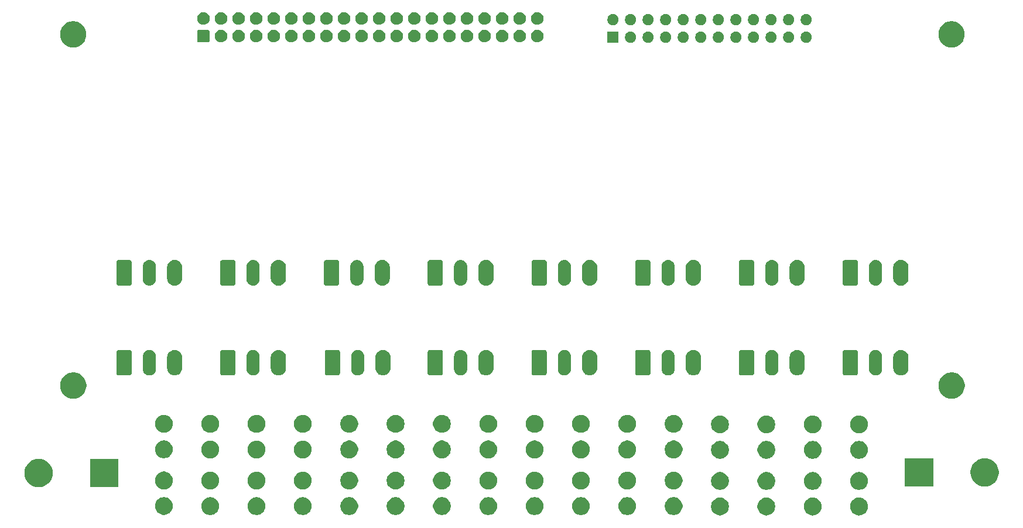
<source format=gbr>
%TF.GenerationSoftware,KiCad,Pcbnew,9.0.7*%
%TF.CreationDate,2026-01-16T01:14:39-05:00*%
%TF.ProjectId,PB_16,50425f31-362e-46b6-9963-61645f706362,v3*%
%TF.SameCoordinates,Original*%
%TF.FileFunction,Soldermask,Bot*%
%TF.FilePolarity,Negative*%
%FSLAX46Y46*%
G04 Gerber Fmt 4.6, Leading zero omitted, Abs format (unit mm)*
G04 Created by KiCad (PCBNEW 9.0.7) date 2026-01-16 01:14:39*
%MOMM*%
%LPD*%
G01*
G04 APERTURE LIST*
G04 APERTURE END LIST*
G36*
X-26187680Y-19503327D02*
G01*
X-25994792Y-19566000D01*
X-25814080Y-19658077D01*
X-25650008Y-19777282D01*
X-25506587Y-19920703D01*
X-25387382Y-20084775D01*
X-25387380Y-20084779D01*
X-25295304Y-20265488D01*
X-25232631Y-20458376D01*
X-25200904Y-20658693D01*
X-25200904Y-20861507D01*
X-25232631Y-21061824D01*
X-25295304Y-21254712D01*
X-25387380Y-21435421D01*
X-25387382Y-21435424D01*
X-25459365Y-21534501D01*
X-25506591Y-21599501D01*
X-25650003Y-21742913D01*
X-25650007Y-21742915D01*
X-25650008Y-21742917D01*
X-25710854Y-21787124D01*
X-25814083Y-21862124D01*
X-25994792Y-21954200D01*
X-26187680Y-22016873D01*
X-26360608Y-22044261D01*
X-26387996Y-22048600D01*
X-26387997Y-22048600D01*
X-26590811Y-22048600D01*
X-26590812Y-22048600D01*
X-26622539Y-22043574D01*
X-26791128Y-22016873D01*
X-26984016Y-21954200D01*
X-27164725Y-21862124D01*
X-27164729Y-21862122D01*
X-27328801Y-21742917D01*
X-27472222Y-21599496D01*
X-27591427Y-21435424D01*
X-27683504Y-21254712D01*
X-27746177Y-21061824D01*
X-27777904Y-20861507D01*
X-27777904Y-20658692D01*
X-27746177Y-20458375D01*
X-27683504Y-20265487D01*
X-27591427Y-20084775D01*
X-27472222Y-19920703D01*
X-27328801Y-19777282D01*
X-27164729Y-19658077D01*
X-26984017Y-19566000D01*
X-26791129Y-19503327D01*
X-26590812Y-19471600D01*
X-26387996Y-19471600D01*
X-26187680Y-19503327D01*
G37*
G36*
X-19487247Y-19503327D02*
G01*
X-19294359Y-19566000D01*
X-19113647Y-19658077D01*
X-18949575Y-19777282D01*
X-18806154Y-19920703D01*
X-18686949Y-20084775D01*
X-18686947Y-20084779D01*
X-18594871Y-20265488D01*
X-18532198Y-20458376D01*
X-18500471Y-20658693D01*
X-18500471Y-20861507D01*
X-18532198Y-21061824D01*
X-18594871Y-21254712D01*
X-18686947Y-21435421D01*
X-18686949Y-21435424D01*
X-18758932Y-21534501D01*
X-18806158Y-21599501D01*
X-18949570Y-21742913D01*
X-18949574Y-21742915D01*
X-18949575Y-21742917D01*
X-19010421Y-21787124D01*
X-19113650Y-21862124D01*
X-19294359Y-21954200D01*
X-19487247Y-22016873D01*
X-19660175Y-22044261D01*
X-19687563Y-22048600D01*
X-19687564Y-22048600D01*
X-19890378Y-22048600D01*
X-19890379Y-22048600D01*
X-19922106Y-22043574D01*
X-20090695Y-22016873D01*
X-20283583Y-21954200D01*
X-20464292Y-21862124D01*
X-20464296Y-21862122D01*
X-20628368Y-21742917D01*
X-20771789Y-21599496D01*
X-20890994Y-21435424D01*
X-20983071Y-21254712D01*
X-21045744Y-21061824D01*
X-21077471Y-20861507D01*
X-21077471Y-20658692D01*
X-21045744Y-20458375D01*
X-20983071Y-20265487D01*
X-20890994Y-20084775D01*
X-20771789Y-19920703D01*
X-20628368Y-19777282D01*
X-20464296Y-19658077D01*
X-20283584Y-19566000D01*
X-20090696Y-19503327D01*
X-19890379Y-19471600D01*
X-19687563Y-19471600D01*
X-19487247Y-19503327D01*
G37*
G36*
X-12786814Y-19503327D02*
G01*
X-12593926Y-19566000D01*
X-12413214Y-19658077D01*
X-12249142Y-19777282D01*
X-12105721Y-19920703D01*
X-11986516Y-20084775D01*
X-11986514Y-20084779D01*
X-11894438Y-20265488D01*
X-11831765Y-20458376D01*
X-11800038Y-20658693D01*
X-11800038Y-20861507D01*
X-11831765Y-21061824D01*
X-11894438Y-21254712D01*
X-11986514Y-21435421D01*
X-11986516Y-21435424D01*
X-12058499Y-21534501D01*
X-12105725Y-21599501D01*
X-12249137Y-21742913D01*
X-12249141Y-21742915D01*
X-12249142Y-21742917D01*
X-12309988Y-21787124D01*
X-12413217Y-21862124D01*
X-12593926Y-21954200D01*
X-12786814Y-22016873D01*
X-12959742Y-22044261D01*
X-12987130Y-22048600D01*
X-12987131Y-22048600D01*
X-13189945Y-22048600D01*
X-13189946Y-22048600D01*
X-13221673Y-22043574D01*
X-13390262Y-22016873D01*
X-13583150Y-21954200D01*
X-13763859Y-21862124D01*
X-13763863Y-21862122D01*
X-13927935Y-21742917D01*
X-14071356Y-21599496D01*
X-14190561Y-21435424D01*
X-14282638Y-21254712D01*
X-14345311Y-21061824D01*
X-14377038Y-20861507D01*
X-14377038Y-20658692D01*
X-14345311Y-20458375D01*
X-14282638Y-20265487D01*
X-14190561Y-20084775D01*
X-14071356Y-19920703D01*
X-13927935Y-19777282D01*
X-13763863Y-19658077D01*
X-13583151Y-19566000D01*
X-13390263Y-19503327D01*
X-13189946Y-19471600D01*
X-12987130Y-19471600D01*
X-12786814Y-19503327D01*
G37*
G36*
X-6086376Y-19503327D02*
G01*
X-5893488Y-19566000D01*
X-5712776Y-19658077D01*
X-5548704Y-19777282D01*
X-5405283Y-19920703D01*
X-5286078Y-20084775D01*
X-5286076Y-20084779D01*
X-5194000Y-20265488D01*
X-5131327Y-20458376D01*
X-5099600Y-20658693D01*
X-5099600Y-20861507D01*
X-5131327Y-21061824D01*
X-5194000Y-21254712D01*
X-5286076Y-21435421D01*
X-5286078Y-21435424D01*
X-5358061Y-21534501D01*
X-5405287Y-21599501D01*
X-5548699Y-21742913D01*
X-5548703Y-21742915D01*
X-5548704Y-21742917D01*
X-5609550Y-21787124D01*
X-5712779Y-21862124D01*
X-5893488Y-21954200D01*
X-6086376Y-22016873D01*
X-6259304Y-22044261D01*
X-6286692Y-22048600D01*
X-6286693Y-22048600D01*
X-6489507Y-22048600D01*
X-6489508Y-22048600D01*
X-6521235Y-22043574D01*
X-6689824Y-22016873D01*
X-6882712Y-21954200D01*
X-7063421Y-21862124D01*
X-7063425Y-21862122D01*
X-7227497Y-21742917D01*
X-7370918Y-21599496D01*
X-7490123Y-21435424D01*
X-7582200Y-21254712D01*
X-7644873Y-21061824D01*
X-7676600Y-20861507D01*
X-7676600Y-20658692D01*
X-7644873Y-20458375D01*
X-7582200Y-20265487D01*
X-7490123Y-20084775D01*
X-7370918Y-19920703D01*
X-7227497Y-19777282D01*
X-7063425Y-19658077D01*
X-6882713Y-19566000D01*
X-6689825Y-19503327D01*
X-6489508Y-19471600D01*
X-6286692Y-19471600D01*
X-6086376Y-19503327D01*
G37*
G36*
X-99892443Y-19443327D02*
G01*
X-99699555Y-19506000D01*
X-99518843Y-19598077D01*
X-99354771Y-19717282D01*
X-99211350Y-19860703D01*
X-99092145Y-20024775D01*
X-99092143Y-20024779D01*
X-99000067Y-20205488D01*
X-98937394Y-20398376D01*
X-98905667Y-20598693D01*
X-98905667Y-20801507D01*
X-98937394Y-21001824D01*
X-99000067Y-21194712D01*
X-99089597Y-21370424D01*
X-99092145Y-21375424D01*
X-99207717Y-21534496D01*
X-99211354Y-21539501D01*
X-99354766Y-21682913D01*
X-99354770Y-21682915D01*
X-99354771Y-21682917D01*
X-99498200Y-21787124D01*
X-99518846Y-21802124D01*
X-99699555Y-21894200D01*
X-99892443Y-21956873D01*
X-100061191Y-21983600D01*
X-100092759Y-21988600D01*
X-100092760Y-21988600D01*
X-100295574Y-21988600D01*
X-100295575Y-21988600D01*
X-100327302Y-21983574D01*
X-100495891Y-21956873D01*
X-100688779Y-21894200D01*
X-100869488Y-21802124D01*
X-100869492Y-21802122D01*
X-101033564Y-21682917D01*
X-101176985Y-21539496D01*
X-101296190Y-21375424D01*
X-101388267Y-21194712D01*
X-101450940Y-21001824D01*
X-101482667Y-20801507D01*
X-101482667Y-20598692D01*
X-101450940Y-20398375D01*
X-101388267Y-20205487D01*
X-101296190Y-20024775D01*
X-101176985Y-19860703D01*
X-101033564Y-19717282D01*
X-100869492Y-19598077D01*
X-100688780Y-19506000D01*
X-100495892Y-19443327D01*
X-100295575Y-19411600D01*
X-100092759Y-19411600D01*
X-99892443Y-19443327D01*
G37*
G36*
X-93192010Y-19443327D02*
G01*
X-92999122Y-19506000D01*
X-92818410Y-19598077D01*
X-92654338Y-19717282D01*
X-92510917Y-19860703D01*
X-92391712Y-20024775D01*
X-92391710Y-20024779D01*
X-92299634Y-20205488D01*
X-92236961Y-20398376D01*
X-92205234Y-20598693D01*
X-92205234Y-20801507D01*
X-92236961Y-21001824D01*
X-92299634Y-21194712D01*
X-92389164Y-21370424D01*
X-92391712Y-21375424D01*
X-92507284Y-21534496D01*
X-92510921Y-21539501D01*
X-92654333Y-21682913D01*
X-92654337Y-21682915D01*
X-92654338Y-21682917D01*
X-92797767Y-21787124D01*
X-92818413Y-21802124D01*
X-92999122Y-21894200D01*
X-93192010Y-21956873D01*
X-93360758Y-21983600D01*
X-93392326Y-21988600D01*
X-93392327Y-21988600D01*
X-93595141Y-21988600D01*
X-93595142Y-21988600D01*
X-93626869Y-21983574D01*
X-93795458Y-21956873D01*
X-93988346Y-21894200D01*
X-94169055Y-21802124D01*
X-94169059Y-21802122D01*
X-94333131Y-21682917D01*
X-94476552Y-21539496D01*
X-94595757Y-21375424D01*
X-94687834Y-21194712D01*
X-94750507Y-21001824D01*
X-94782234Y-20801507D01*
X-94782234Y-20598692D01*
X-94750507Y-20398375D01*
X-94687834Y-20205487D01*
X-94595757Y-20024775D01*
X-94476552Y-19860703D01*
X-94333131Y-19717282D01*
X-94169059Y-19598077D01*
X-93988347Y-19506000D01*
X-93795459Y-19443327D01*
X-93595142Y-19411600D01*
X-93392326Y-19411600D01*
X-93192010Y-19443327D01*
G37*
G36*
X-86491577Y-19443327D02*
G01*
X-86298689Y-19506000D01*
X-86117977Y-19598077D01*
X-85953905Y-19717282D01*
X-85810484Y-19860703D01*
X-85691279Y-20024775D01*
X-85691277Y-20024779D01*
X-85599201Y-20205488D01*
X-85536528Y-20398376D01*
X-85504801Y-20598693D01*
X-85504801Y-20801507D01*
X-85536528Y-21001824D01*
X-85599201Y-21194712D01*
X-85688731Y-21370424D01*
X-85691279Y-21375424D01*
X-85806851Y-21534496D01*
X-85810488Y-21539501D01*
X-85953900Y-21682913D01*
X-85953904Y-21682915D01*
X-85953905Y-21682917D01*
X-86097334Y-21787124D01*
X-86117980Y-21802124D01*
X-86298689Y-21894200D01*
X-86491577Y-21956873D01*
X-86660325Y-21983600D01*
X-86691893Y-21988600D01*
X-86691894Y-21988600D01*
X-86894708Y-21988600D01*
X-86894709Y-21988600D01*
X-86926436Y-21983574D01*
X-87095025Y-21956873D01*
X-87287913Y-21894200D01*
X-87468622Y-21802124D01*
X-87468626Y-21802122D01*
X-87632698Y-21682917D01*
X-87776119Y-21539496D01*
X-87895324Y-21375424D01*
X-87987401Y-21194712D01*
X-88050074Y-21001824D01*
X-88081801Y-20801507D01*
X-88081801Y-20598692D01*
X-88050074Y-20398375D01*
X-87987401Y-20205487D01*
X-87895324Y-20024775D01*
X-87776119Y-19860703D01*
X-87632698Y-19717282D01*
X-87468626Y-19598077D01*
X-87287914Y-19506000D01*
X-87095026Y-19443327D01*
X-86894709Y-19411600D01*
X-86691893Y-19411600D01*
X-86491577Y-19443327D01*
G37*
G36*
X-79791144Y-19438327D02*
G01*
X-79598256Y-19501000D01*
X-79417544Y-19593077D01*
X-79253472Y-19712282D01*
X-79110051Y-19855703D01*
X-78990846Y-20019775D01*
X-78990844Y-20019779D01*
X-78898768Y-20200488D01*
X-78836095Y-20393376D01*
X-78804368Y-20593693D01*
X-78804368Y-20796507D01*
X-78836095Y-20996824D01*
X-78898768Y-21189712D01*
X-78990844Y-21370421D01*
X-78990846Y-21370424D01*
X-79102789Y-21524501D01*
X-79110055Y-21534501D01*
X-79253467Y-21677913D01*
X-79253471Y-21677915D01*
X-79253472Y-21677917D01*
X-79260354Y-21682917D01*
X-79417547Y-21797124D01*
X-79598256Y-21889200D01*
X-79791144Y-21951873D01*
X-79964072Y-21979261D01*
X-79991460Y-21983600D01*
X-79991461Y-21983600D01*
X-80194275Y-21983600D01*
X-80194276Y-21983600D01*
X-80226003Y-21978574D01*
X-80394592Y-21951873D01*
X-80587480Y-21889200D01*
X-80768189Y-21797124D01*
X-80768193Y-21797122D01*
X-80932265Y-21677917D01*
X-81075686Y-21534496D01*
X-81194891Y-21370424D01*
X-81286968Y-21189712D01*
X-81349641Y-20996824D01*
X-81381368Y-20796507D01*
X-81381368Y-20593692D01*
X-81349641Y-20393375D01*
X-81286968Y-20200487D01*
X-81194891Y-20019775D01*
X-81075686Y-19855703D01*
X-80932265Y-19712282D01*
X-80768193Y-19593077D01*
X-80587481Y-19501000D01*
X-80394593Y-19438327D01*
X-80194276Y-19406600D01*
X-79991460Y-19406600D01*
X-79791144Y-19438327D01*
G37*
G36*
X-73090711Y-19438327D02*
G01*
X-72897823Y-19501000D01*
X-72717111Y-19593077D01*
X-72553039Y-19712282D01*
X-72409618Y-19855703D01*
X-72290413Y-20019775D01*
X-72290411Y-20019779D01*
X-72198335Y-20200488D01*
X-72135662Y-20393376D01*
X-72103935Y-20593693D01*
X-72103935Y-20796507D01*
X-72135662Y-20996824D01*
X-72198335Y-21189712D01*
X-72290411Y-21370421D01*
X-72290413Y-21370424D01*
X-72402356Y-21524501D01*
X-72409622Y-21534501D01*
X-72553034Y-21677913D01*
X-72553038Y-21677915D01*
X-72553039Y-21677917D01*
X-72559921Y-21682917D01*
X-72717114Y-21797124D01*
X-72897823Y-21889200D01*
X-73090711Y-21951873D01*
X-73263639Y-21979261D01*
X-73291027Y-21983600D01*
X-73291028Y-21983600D01*
X-73493842Y-21983600D01*
X-73493843Y-21983600D01*
X-73525570Y-21978574D01*
X-73694159Y-21951873D01*
X-73887047Y-21889200D01*
X-74067756Y-21797124D01*
X-74067760Y-21797122D01*
X-74231832Y-21677917D01*
X-74375253Y-21534496D01*
X-74494458Y-21370424D01*
X-74586535Y-21189712D01*
X-74649208Y-20996824D01*
X-74680935Y-20796507D01*
X-74680935Y-20593692D01*
X-74649208Y-20393375D01*
X-74586535Y-20200487D01*
X-74494458Y-20019775D01*
X-74375253Y-19855703D01*
X-74231832Y-19712282D01*
X-74067760Y-19593077D01*
X-73887048Y-19501000D01*
X-73694160Y-19438327D01*
X-73493843Y-19406600D01*
X-73291027Y-19406600D01*
X-73090711Y-19438327D01*
G37*
G36*
X-66390278Y-19438327D02*
G01*
X-66197390Y-19501000D01*
X-66016678Y-19593077D01*
X-65852606Y-19712282D01*
X-65709185Y-19855703D01*
X-65589980Y-20019775D01*
X-65589978Y-20019779D01*
X-65497902Y-20200488D01*
X-65435229Y-20393376D01*
X-65403502Y-20593693D01*
X-65403502Y-20796507D01*
X-65435229Y-20996824D01*
X-65497902Y-21189712D01*
X-65589978Y-21370421D01*
X-65589980Y-21370424D01*
X-65701923Y-21524501D01*
X-65709189Y-21534501D01*
X-65852601Y-21677913D01*
X-65852605Y-21677915D01*
X-65852606Y-21677917D01*
X-65859488Y-21682917D01*
X-66016681Y-21797124D01*
X-66197390Y-21889200D01*
X-66390278Y-21951873D01*
X-66563206Y-21979261D01*
X-66590594Y-21983600D01*
X-66590595Y-21983600D01*
X-66793409Y-21983600D01*
X-66793410Y-21983600D01*
X-66825137Y-21978574D01*
X-66993726Y-21951873D01*
X-67186614Y-21889200D01*
X-67367323Y-21797124D01*
X-67367327Y-21797122D01*
X-67531399Y-21677917D01*
X-67674820Y-21534496D01*
X-67794025Y-21370424D01*
X-67886102Y-21189712D01*
X-67948775Y-20996824D01*
X-67980502Y-20796507D01*
X-67980502Y-20593692D01*
X-67948775Y-20393375D01*
X-67886102Y-20200487D01*
X-67794025Y-20019775D01*
X-67674820Y-19855703D01*
X-67531399Y-19712282D01*
X-67367327Y-19593077D01*
X-67186615Y-19501000D01*
X-66993727Y-19438327D01*
X-66793410Y-19406600D01*
X-66590594Y-19406600D01*
X-66390278Y-19438327D01*
G37*
G36*
X-59689845Y-19438327D02*
G01*
X-59496957Y-19501000D01*
X-59316245Y-19593077D01*
X-59152173Y-19712282D01*
X-59008752Y-19855703D01*
X-58889547Y-20019775D01*
X-58889545Y-20019779D01*
X-58797469Y-20200488D01*
X-58734796Y-20393376D01*
X-58703069Y-20593693D01*
X-58703069Y-20796507D01*
X-58734796Y-20996824D01*
X-58797469Y-21189712D01*
X-58889545Y-21370421D01*
X-58889547Y-21370424D01*
X-59001490Y-21524501D01*
X-59008756Y-21534501D01*
X-59152168Y-21677913D01*
X-59152172Y-21677915D01*
X-59152173Y-21677917D01*
X-59159055Y-21682917D01*
X-59316248Y-21797124D01*
X-59496957Y-21889200D01*
X-59689845Y-21951873D01*
X-59862773Y-21979261D01*
X-59890161Y-21983600D01*
X-59890162Y-21983600D01*
X-60092976Y-21983600D01*
X-60092977Y-21983600D01*
X-60124704Y-21978574D01*
X-60293293Y-21951873D01*
X-60486181Y-21889200D01*
X-60666890Y-21797124D01*
X-60666894Y-21797122D01*
X-60830966Y-21677917D01*
X-60974387Y-21534496D01*
X-61093592Y-21370424D01*
X-61185669Y-21189712D01*
X-61248342Y-20996824D01*
X-61280069Y-20796507D01*
X-61280069Y-20593692D01*
X-61248342Y-20393375D01*
X-61185669Y-20200487D01*
X-61093592Y-20019775D01*
X-60974387Y-19855703D01*
X-60830966Y-19712282D01*
X-60666894Y-19593077D01*
X-60486182Y-19501000D01*
X-60293294Y-19438327D01*
X-60092977Y-19406600D01*
X-59890161Y-19406600D01*
X-59689845Y-19438327D01*
G37*
G36*
X-52989412Y-19438327D02*
G01*
X-52796524Y-19501000D01*
X-52615812Y-19593077D01*
X-52451740Y-19712282D01*
X-52308319Y-19855703D01*
X-52189114Y-20019775D01*
X-52189112Y-20019779D01*
X-52097036Y-20200488D01*
X-52034363Y-20393376D01*
X-52002636Y-20593693D01*
X-52002636Y-20796507D01*
X-52034363Y-20996824D01*
X-52097036Y-21189712D01*
X-52189112Y-21370421D01*
X-52189114Y-21370424D01*
X-52301057Y-21524501D01*
X-52308323Y-21534501D01*
X-52451735Y-21677913D01*
X-52451739Y-21677915D01*
X-52451740Y-21677917D01*
X-52458622Y-21682917D01*
X-52615815Y-21797124D01*
X-52796524Y-21889200D01*
X-52989412Y-21951873D01*
X-53162340Y-21979261D01*
X-53189728Y-21983600D01*
X-53189729Y-21983600D01*
X-53392543Y-21983600D01*
X-53392544Y-21983600D01*
X-53424271Y-21978574D01*
X-53592860Y-21951873D01*
X-53785748Y-21889200D01*
X-53966457Y-21797124D01*
X-53966461Y-21797122D01*
X-54130533Y-21677917D01*
X-54273954Y-21534496D01*
X-54393159Y-21370424D01*
X-54485236Y-21189712D01*
X-54547909Y-20996824D01*
X-54579636Y-20796507D01*
X-54579636Y-20593692D01*
X-54547909Y-20393375D01*
X-54485236Y-20200487D01*
X-54393159Y-20019775D01*
X-54273954Y-19855703D01*
X-54130533Y-19712282D01*
X-53966461Y-19593077D01*
X-53785749Y-19501000D01*
X-53592861Y-19438327D01*
X-53392544Y-19406600D01*
X-53189728Y-19406600D01*
X-52989412Y-19438327D01*
G37*
G36*
X-46288979Y-19438327D02*
G01*
X-46096091Y-19501000D01*
X-45915379Y-19593077D01*
X-45751307Y-19712282D01*
X-45607886Y-19855703D01*
X-45488681Y-20019775D01*
X-45488679Y-20019779D01*
X-45396603Y-20200488D01*
X-45333930Y-20393376D01*
X-45302203Y-20593693D01*
X-45302203Y-20796507D01*
X-45333930Y-20996824D01*
X-45396603Y-21189712D01*
X-45488679Y-21370421D01*
X-45488681Y-21370424D01*
X-45600624Y-21524501D01*
X-45607890Y-21534501D01*
X-45751302Y-21677913D01*
X-45751306Y-21677915D01*
X-45751307Y-21677917D01*
X-45758189Y-21682917D01*
X-45915382Y-21797124D01*
X-46096091Y-21889200D01*
X-46288979Y-21951873D01*
X-46461907Y-21979261D01*
X-46489295Y-21983600D01*
X-46489296Y-21983600D01*
X-46692110Y-21983600D01*
X-46692111Y-21983600D01*
X-46723838Y-21978574D01*
X-46892427Y-21951873D01*
X-47085315Y-21889200D01*
X-47266024Y-21797124D01*
X-47266028Y-21797122D01*
X-47430100Y-21677917D01*
X-47573521Y-21534496D01*
X-47692726Y-21370424D01*
X-47784803Y-21189712D01*
X-47847476Y-20996824D01*
X-47879203Y-20796507D01*
X-47879203Y-20593692D01*
X-47847476Y-20393375D01*
X-47784803Y-20200487D01*
X-47692726Y-20019775D01*
X-47573521Y-19855703D01*
X-47430100Y-19712282D01*
X-47266028Y-19593077D01*
X-47085316Y-19501000D01*
X-46892428Y-19438327D01*
X-46692111Y-19406600D01*
X-46489295Y-19406600D01*
X-46288979Y-19438327D01*
G37*
G36*
X-39588546Y-19438327D02*
G01*
X-39395658Y-19501000D01*
X-39214946Y-19593077D01*
X-39050874Y-19712282D01*
X-38907453Y-19855703D01*
X-38788248Y-20019775D01*
X-38788246Y-20019779D01*
X-38696170Y-20200488D01*
X-38633497Y-20393376D01*
X-38601770Y-20593693D01*
X-38601770Y-20796507D01*
X-38633497Y-20996824D01*
X-38696170Y-21189712D01*
X-38788246Y-21370421D01*
X-38788248Y-21370424D01*
X-38900191Y-21524501D01*
X-38907457Y-21534501D01*
X-39050869Y-21677913D01*
X-39050873Y-21677915D01*
X-39050874Y-21677917D01*
X-39057756Y-21682917D01*
X-39214949Y-21797124D01*
X-39395658Y-21889200D01*
X-39588546Y-21951873D01*
X-39761474Y-21979261D01*
X-39788862Y-21983600D01*
X-39788863Y-21983600D01*
X-39991677Y-21983600D01*
X-39991678Y-21983600D01*
X-40023405Y-21978574D01*
X-40191994Y-21951873D01*
X-40384882Y-21889200D01*
X-40565591Y-21797124D01*
X-40565595Y-21797122D01*
X-40729667Y-21677917D01*
X-40873088Y-21534496D01*
X-40992293Y-21370424D01*
X-41084370Y-21189712D01*
X-41147043Y-20996824D01*
X-41178770Y-20796507D01*
X-41178770Y-20593692D01*
X-41147043Y-20393375D01*
X-41084370Y-20200487D01*
X-40992293Y-20019775D01*
X-40873088Y-19855703D01*
X-40729667Y-19712282D01*
X-40565595Y-19593077D01*
X-40384883Y-19501000D01*
X-40191995Y-19438327D01*
X-39991678Y-19406600D01*
X-39788862Y-19406600D01*
X-39588546Y-19438327D01*
G37*
G36*
X-32888113Y-19438327D02*
G01*
X-32695225Y-19501000D01*
X-32514513Y-19593077D01*
X-32350441Y-19712282D01*
X-32207020Y-19855703D01*
X-32087815Y-20019775D01*
X-32087813Y-20019779D01*
X-31995737Y-20200488D01*
X-31933064Y-20393376D01*
X-31901337Y-20593693D01*
X-31901337Y-20796507D01*
X-31933064Y-20996824D01*
X-31995737Y-21189712D01*
X-32087813Y-21370421D01*
X-32087815Y-21370424D01*
X-32199758Y-21524501D01*
X-32207024Y-21534501D01*
X-32350436Y-21677913D01*
X-32350440Y-21677915D01*
X-32350441Y-21677917D01*
X-32357323Y-21682917D01*
X-32514516Y-21797124D01*
X-32695225Y-21889200D01*
X-32888113Y-21951873D01*
X-33061041Y-21979261D01*
X-33088429Y-21983600D01*
X-33088430Y-21983600D01*
X-33291244Y-21983600D01*
X-33291245Y-21983600D01*
X-33322972Y-21978574D01*
X-33491561Y-21951873D01*
X-33684449Y-21889200D01*
X-33865158Y-21797124D01*
X-33865162Y-21797122D01*
X-34029234Y-21677917D01*
X-34172655Y-21534496D01*
X-34291860Y-21370424D01*
X-34383937Y-21189712D01*
X-34446610Y-20996824D01*
X-34478337Y-20796507D01*
X-34478337Y-20593692D01*
X-34446610Y-20393375D01*
X-34383937Y-20200487D01*
X-34291860Y-20019775D01*
X-34172655Y-19855703D01*
X-34029234Y-19712282D01*
X-33865162Y-19593077D01*
X-33684450Y-19501000D01*
X-33491562Y-19438327D01*
X-33291245Y-19406600D01*
X-33088429Y-19406600D01*
X-32888113Y-19438327D01*
G37*
G36*
X-106592876Y-19428327D02*
G01*
X-106399988Y-19491000D01*
X-106219276Y-19583077D01*
X-106055204Y-19702282D01*
X-105911783Y-19845703D01*
X-105792578Y-20009775D01*
X-105792576Y-20009779D01*
X-105700500Y-20190488D01*
X-105637827Y-20383376D01*
X-105606100Y-20583693D01*
X-105606100Y-20786507D01*
X-105637827Y-20986824D01*
X-105700500Y-21179712D01*
X-105792576Y-21360421D01*
X-105792578Y-21360424D01*
X-105847066Y-21435421D01*
X-105911787Y-21524501D01*
X-106055199Y-21667913D01*
X-106055203Y-21667915D01*
X-106055204Y-21667917D01*
X-106158433Y-21742917D01*
X-106219279Y-21787124D01*
X-106399988Y-21879200D01*
X-106592876Y-21941873D01*
X-106765804Y-21969261D01*
X-106793192Y-21973600D01*
X-106793193Y-21973600D01*
X-106996007Y-21973600D01*
X-106996008Y-21973600D01*
X-107027735Y-21968574D01*
X-107196324Y-21941873D01*
X-107389212Y-21879200D01*
X-107569921Y-21787124D01*
X-107569925Y-21787122D01*
X-107733997Y-21667917D01*
X-107877418Y-21524496D01*
X-107996623Y-21360424D01*
X-108088700Y-21179712D01*
X-108151373Y-20986824D01*
X-108183100Y-20786507D01*
X-108183100Y-20583692D01*
X-108151373Y-20383375D01*
X-108088700Y-20190487D01*
X-107996623Y-20009775D01*
X-107877418Y-19845703D01*
X-107733997Y-19702282D01*
X-107569925Y-19583077D01*
X-107389213Y-19491000D01*
X-107196325Y-19428327D01*
X-106996008Y-19396600D01*
X-106793192Y-19396600D01*
X-106592876Y-19428327D01*
G37*
G36*
X-26187680Y-15803327D02*
G01*
X-25994792Y-15866000D01*
X-25814080Y-15958077D01*
X-25650008Y-16077282D01*
X-25506587Y-16220703D01*
X-25387382Y-16384775D01*
X-25387380Y-16384779D01*
X-25295304Y-16565488D01*
X-25232631Y-16758376D01*
X-25200904Y-16958693D01*
X-25200904Y-17161507D01*
X-25232631Y-17361824D01*
X-25295304Y-17554712D01*
X-25387380Y-17735421D01*
X-25387382Y-17735424D01*
X-25481742Y-17865300D01*
X-25506591Y-17899501D01*
X-25650003Y-18042913D01*
X-25650007Y-18042915D01*
X-25650008Y-18042917D01*
X-25710854Y-18087124D01*
X-25814083Y-18162124D01*
X-25994792Y-18254200D01*
X-26187680Y-18316873D01*
X-26360608Y-18344261D01*
X-26387996Y-18348600D01*
X-26387997Y-18348600D01*
X-26590811Y-18348600D01*
X-26590812Y-18348600D01*
X-26622539Y-18343574D01*
X-26791128Y-18316873D01*
X-26984016Y-18254200D01*
X-27164725Y-18162124D01*
X-27164729Y-18162122D01*
X-27328801Y-18042917D01*
X-27472222Y-17899496D01*
X-27591427Y-17735424D01*
X-27683504Y-17554712D01*
X-27746177Y-17361824D01*
X-27777904Y-17161507D01*
X-27777904Y-16958692D01*
X-27746177Y-16758375D01*
X-27683504Y-16565487D01*
X-27591427Y-16384775D01*
X-27472222Y-16220703D01*
X-27328801Y-16077282D01*
X-27164729Y-15958077D01*
X-26984017Y-15866000D01*
X-26791129Y-15803327D01*
X-26590812Y-15771600D01*
X-26387996Y-15771600D01*
X-26187680Y-15803327D01*
G37*
G36*
X-19487247Y-15803327D02*
G01*
X-19294359Y-15866000D01*
X-19113647Y-15958077D01*
X-18949575Y-16077282D01*
X-18806154Y-16220703D01*
X-18686949Y-16384775D01*
X-18686947Y-16384779D01*
X-18594871Y-16565488D01*
X-18532198Y-16758376D01*
X-18500471Y-16958693D01*
X-18500471Y-17161507D01*
X-18532198Y-17361824D01*
X-18594871Y-17554712D01*
X-18686947Y-17735421D01*
X-18686949Y-17735424D01*
X-18781309Y-17865300D01*
X-18806158Y-17899501D01*
X-18949570Y-18042913D01*
X-18949574Y-18042915D01*
X-18949575Y-18042917D01*
X-19010421Y-18087124D01*
X-19113650Y-18162124D01*
X-19294359Y-18254200D01*
X-19487247Y-18316873D01*
X-19660175Y-18344261D01*
X-19687563Y-18348600D01*
X-19687564Y-18348600D01*
X-19890378Y-18348600D01*
X-19890379Y-18348600D01*
X-19922106Y-18343574D01*
X-20090695Y-18316873D01*
X-20283583Y-18254200D01*
X-20464292Y-18162124D01*
X-20464296Y-18162122D01*
X-20628368Y-18042917D01*
X-20771789Y-17899496D01*
X-20890994Y-17735424D01*
X-20983071Y-17554712D01*
X-21045744Y-17361824D01*
X-21077471Y-17161507D01*
X-21077471Y-16958692D01*
X-21045744Y-16758375D01*
X-20983071Y-16565487D01*
X-20890994Y-16384775D01*
X-20771789Y-16220703D01*
X-20628368Y-16077282D01*
X-20464296Y-15958077D01*
X-20283584Y-15866000D01*
X-20090696Y-15803327D01*
X-19890379Y-15771600D01*
X-19687563Y-15771600D01*
X-19487247Y-15803327D01*
G37*
G36*
X-12786814Y-15803327D02*
G01*
X-12593926Y-15866000D01*
X-12413214Y-15958077D01*
X-12249142Y-16077282D01*
X-12105721Y-16220703D01*
X-11986516Y-16384775D01*
X-11986514Y-16384779D01*
X-11894438Y-16565488D01*
X-11831765Y-16758376D01*
X-11800038Y-16958693D01*
X-11800038Y-17161507D01*
X-11831765Y-17361824D01*
X-11894438Y-17554712D01*
X-11986514Y-17735421D01*
X-11986516Y-17735424D01*
X-12080876Y-17865300D01*
X-12105725Y-17899501D01*
X-12249137Y-18042913D01*
X-12249141Y-18042915D01*
X-12249142Y-18042917D01*
X-12309988Y-18087124D01*
X-12413217Y-18162124D01*
X-12593926Y-18254200D01*
X-12786814Y-18316873D01*
X-12959742Y-18344261D01*
X-12987130Y-18348600D01*
X-12987131Y-18348600D01*
X-13189945Y-18348600D01*
X-13189946Y-18348600D01*
X-13221673Y-18343574D01*
X-13390262Y-18316873D01*
X-13583150Y-18254200D01*
X-13763859Y-18162124D01*
X-13763863Y-18162122D01*
X-13927935Y-18042917D01*
X-14071356Y-17899496D01*
X-14190561Y-17735424D01*
X-14282638Y-17554712D01*
X-14345311Y-17361824D01*
X-14377038Y-17161507D01*
X-14377038Y-16958692D01*
X-14345311Y-16758375D01*
X-14282638Y-16565487D01*
X-14190561Y-16384775D01*
X-14071356Y-16220703D01*
X-13927935Y-16077282D01*
X-13763863Y-15958077D01*
X-13583151Y-15866000D01*
X-13390263Y-15803327D01*
X-13189946Y-15771600D01*
X-12987130Y-15771600D01*
X-12786814Y-15803327D01*
G37*
G36*
X-6086376Y-15803327D02*
G01*
X-5893488Y-15866000D01*
X-5712776Y-15958077D01*
X-5548704Y-16077282D01*
X-5405283Y-16220703D01*
X-5286078Y-16384775D01*
X-5286076Y-16384779D01*
X-5194000Y-16565488D01*
X-5131327Y-16758376D01*
X-5099600Y-16958693D01*
X-5099600Y-17161507D01*
X-5131327Y-17361824D01*
X-5194000Y-17554712D01*
X-5286076Y-17735421D01*
X-5286078Y-17735424D01*
X-5380438Y-17865300D01*
X-5405287Y-17899501D01*
X-5548699Y-18042913D01*
X-5548703Y-18042915D01*
X-5548704Y-18042917D01*
X-5609550Y-18087124D01*
X-5712779Y-18162124D01*
X-5893488Y-18254200D01*
X-6086376Y-18316873D01*
X-6259304Y-18344261D01*
X-6286692Y-18348600D01*
X-6286693Y-18348600D01*
X-6489507Y-18348600D01*
X-6489508Y-18348600D01*
X-6521235Y-18343574D01*
X-6689824Y-18316873D01*
X-6882712Y-18254200D01*
X-7063421Y-18162124D01*
X-7063425Y-18162122D01*
X-7227497Y-18042917D01*
X-7370918Y-17899496D01*
X-7490123Y-17735424D01*
X-7582200Y-17554712D01*
X-7644873Y-17361824D01*
X-7676600Y-17161507D01*
X-7676600Y-16958692D01*
X-7644873Y-16758375D01*
X-7582200Y-16565487D01*
X-7490123Y-16384775D01*
X-7370918Y-16220703D01*
X-7227497Y-16077282D01*
X-7063425Y-15958077D01*
X-6882713Y-15866000D01*
X-6689825Y-15803327D01*
X-6489508Y-15771600D01*
X-6286692Y-15771600D01*
X-6086376Y-15803327D01*
G37*
G36*
X-99892443Y-15743327D02*
G01*
X-99699555Y-15806000D01*
X-99518843Y-15898077D01*
X-99354771Y-16017282D01*
X-99211350Y-16160703D01*
X-99092145Y-16324775D01*
X-99092143Y-16324779D01*
X-99000067Y-16505488D01*
X-98937394Y-16698376D01*
X-98905667Y-16898693D01*
X-98905667Y-17101507D01*
X-98937394Y-17301824D01*
X-99000067Y-17494712D01*
X-99089597Y-17670424D01*
X-99092145Y-17675424D01*
X-99207717Y-17834496D01*
X-99211354Y-17839501D01*
X-99354766Y-17982913D01*
X-99354770Y-17982915D01*
X-99354771Y-17982917D01*
X-99498200Y-18087124D01*
X-99518846Y-18102124D01*
X-99699555Y-18194200D01*
X-99892443Y-18256873D01*
X-100061191Y-18283600D01*
X-100092759Y-18288600D01*
X-100092760Y-18288600D01*
X-100295574Y-18288600D01*
X-100295575Y-18288600D01*
X-100327302Y-18283574D01*
X-100495891Y-18256873D01*
X-100688779Y-18194200D01*
X-100869488Y-18102124D01*
X-100869492Y-18102122D01*
X-101033564Y-17982917D01*
X-101176985Y-17839496D01*
X-101296190Y-17675424D01*
X-101388267Y-17494712D01*
X-101450940Y-17301824D01*
X-101482667Y-17101507D01*
X-101482667Y-16898692D01*
X-101450940Y-16698375D01*
X-101388267Y-16505487D01*
X-101296190Y-16324775D01*
X-101176985Y-16160703D01*
X-101033564Y-16017282D01*
X-100869492Y-15898077D01*
X-100688780Y-15806000D01*
X-100495892Y-15743327D01*
X-100295575Y-15711600D01*
X-100092759Y-15711600D01*
X-99892443Y-15743327D01*
G37*
G36*
X-93192010Y-15743327D02*
G01*
X-92999122Y-15806000D01*
X-92818410Y-15898077D01*
X-92654338Y-16017282D01*
X-92510917Y-16160703D01*
X-92391712Y-16324775D01*
X-92391710Y-16324779D01*
X-92299634Y-16505488D01*
X-92236961Y-16698376D01*
X-92205234Y-16898693D01*
X-92205234Y-17101507D01*
X-92236961Y-17301824D01*
X-92299634Y-17494712D01*
X-92389164Y-17670424D01*
X-92391712Y-17675424D01*
X-92507284Y-17834496D01*
X-92510921Y-17839501D01*
X-92654333Y-17982913D01*
X-92654337Y-17982915D01*
X-92654338Y-17982917D01*
X-92797767Y-18087124D01*
X-92818413Y-18102124D01*
X-92999122Y-18194200D01*
X-93192010Y-18256873D01*
X-93360758Y-18283600D01*
X-93392326Y-18288600D01*
X-93392327Y-18288600D01*
X-93595141Y-18288600D01*
X-93595142Y-18288600D01*
X-93626869Y-18283574D01*
X-93795458Y-18256873D01*
X-93988346Y-18194200D01*
X-94169055Y-18102124D01*
X-94169059Y-18102122D01*
X-94333131Y-17982917D01*
X-94476552Y-17839496D01*
X-94595757Y-17675424D01*
X-94687834Y-17494712D01*
X-94750507Y-17301824D01*
X-94782234Y-17101507D01*
X-94782234Y-16898692D01*
X-94750507Y-16698375D01*
X-94687834Y-16505487D01*
X-94595757Y-16324775D01*
X-94476552Y-16160703D01*
X-94333131Y-16017282D01*
X-94169059Y-15898077D01*
X-93988347Y-15806000D01*
X-93795459Y-15743327D01*
X-93595142Y-15711600D01*
X-93392326Y-15711600D01*
X-93192010Y-15743327D01*
G37*
G36*
X-86491577Y-15743327D02*
G01*
X-86298689Y-15806000D01*
X-86117977Y-15898077D01*
X-85953905Y-16017282D01*
X-85810484Y-16160703D01*
X-85691279Y-16324775D01*
X-85691277Y-16324779D01*
X-85599201Y-16505488D01*
X-85536528Y-16698376D01*
X-85504801Y-16898693D01*
X-85504801Y-17101507D01*
X-85536528Y-17301824D01*
X-85599201Y-17494712D01*
X-85688731Y-17670424D01*
X-85691279Y-17675424D01*
X-85806851Y-17834496D01*
X-85810488Y-17839501D01*
X-85953900Y-17982913D01*
X-85953904Y-17982915D01*
X-85953905Y-17982917D01*
X-86097334Y-18087124D01*
X-86117980Y-18102124D01*
X-86298689Y-18194200D01*
X-86491577Y-18256873D01*
X-86660325Y-18283600D01*
X-86691893Y-18288600D01*
X-86691894Y-18288600D01*
X-86894708Y-18288600D01*
X-86894709Y-18288600D01*
X-86926436Y-18283574D01*
X-87095025Y-18256873D01*
X-87287913Y-18194200D01*
X-87468622Y-18102124D01*
X-87468626Y-18102122D01*
X-87632698Y-17982917D01*
X-87776119Y-17839496D01*
X-87895324Y-17675424D01*
X-87987401Y-17494712D01*
X-88050074Y-17301824D01*
X-88081801Y-17101507D01*
X-88081801Y-16898692D01*
X-88050074Y-16698375D01*
X-87987401Y-16505487D01*
X-87895324Y-16324775D01*
X-87776119Y-16160703D01*
X-87632698Y-16017282D01*
X-87468626Y-15898077D01*
X-87287914Y-15806000D01*
X-87095026Y-15743327D01*
X-86894709Y-15711600D01*
X-86691893Y-15711600D01*
X-86491577Y-15743327D01*
G37*
G36*
X-79791144Y-15738327D02*
G01*
X-79598256Y-15801000D01*
X-79417544Y-15893077D01*
X-79253472Y-16012282D01*
X-79110051Y-16155703D01*
X-78990846Y-16319775D01*
X-78990844Y-16319779D01*
X-78898768Y-16500488D01*
X-78836095Y-16693376D01*
X-78804368Y-16893693D01*
X-78804368Y-17096507D01*
X-78836095Y-17296824D01*
X-78898768Y-17489712D01*
X-78990844Y-17670421D01*
X-78990846Y-17670424D01*
X-79108875Y-17832878D01*
X-79110055Y-17834501D01*
X-79253467Y-17977913D01*
X-79253471Y-17977915D01*
X-79253472Y-17977917D01*
X-79260354Y-17982917D01*
X-79417547Y-18097124D01*
X-79598256Y-18189200D01*
X-79791144Y-18251873D01*
X-79964072Y-18279261D01*
X-79991460Y-18283600D01*
X-79991461Y-18283600D01*
X-80194275Y-18283600D01*
X-80194276Y-18283600D01*
X-80226003Y-18278574D01*
X-80394592Y-18251873D01*
X-80587480Y-18189200D01*
X-80768189Y-18097124D01*
X-80768193Y-18097122D01*
X-80932265Y-17977917D01*
X-81075686Y-17834496D01*
X-81194891Y-17670424D01*
X-81286968Y-17489712D01*
X-81349641Y-17296824D01*
X-81381368Y-17096507D01*
X-81381368Y-16893692D01*
X-81349641Y-16693375D01*
X-81286968Y-16500487D01*
X-81194891Y-16319775D01*
X-81075686Y-16155703D01*
X-80932265Y-16012282D01*
X-80768193Y-15893077D01*
X-80587481Y-15801000D01*
X-80394593Y-15738327D01*
X-80194276Y-15706600D01*
X-79991460Y-15706600D01*
X-79791144Y-15738327D01*
G37*
G36*
X-73090711Y-15738327D02*
G01*
X-72897823Y-15801000D01*
X-72717111Y-15893077D01*
X-72553039Y-16012282D01*
X-72409618Y-16155703D01*
X-72290413Y-16319775D01*
X-72290411Y-16319779D01*
X-72198335Y-16500488D01*
X-72135662Y-16693376D01*
X-72103935Y-16893693D01*
X-72103935Y-17096507D01*
X-72135662Y-17296824D01*
X-72198335Y-17489712D01*
X-72290411Y-17670421D01*
X-72290413Y-17670424D01*
X-72408442Y-17832878D01*
X-72409622Y-17834501D01*
X-72553034Y-17977913D01*
X-72553038Y-17977915D01*
X-72553039Y-17977917D01*
X-72559921Y-17982917D01*
X-72717114Y-18097124D01*
X-72897823Y-18189200D01*
X-73090711Y-18251873D01*
X-73263639Y-18279261D01*
X-73291027Y-18283600D01*
X-73291028Y-18283600D01*
X-73493842Y-18283600D01*
X-73493843Y-18283600D01*
X-73525570Y-18278574D01*
X-73694159Y-18251873D01*
X-73887047Y-18189200D01*
X-74067756Y-18097124D01*
X-74067760Y-18097122D01*
X-74231832Y-17977917D01*
X-74375253Y-17834496D01*
X-74494458Y-17670424D01*
X-74586535Y-17489712D01*
X-74649208Y-17296824D01*
X-74680935Y-17096507D01*
X-74680935Y-16893692D01*
X-74649208Y-16693375D01*
X-74586535Y-16500487D01*
X-74494458Y-16319775D01*
X-74375253Y-16155703D01*
X-74231832Y-16012282D01*
X-74067760Y-15893077D01*
X-73887048Y-15801000D01*
X-73694160Y-15738327D01*
X-73493843Y-15706600D01*
X-73291027Y-15706600D01*
X-73090711Y-15738327D01*
G37*
G36*
X-66390278Y-15738327D02*
G01*
X-66197390Y-15801000D01*
X-66016678Y-15893077D01*
X-65852606Y-16012282D01*
X-65709185Y-16155703D01*
X-65589980Y-16319775D01*
X-65589978Y-16319779D01*
X-65497902Y-16500488D01*
X-65435229Y-16693376D01*
X-65403502Y-16893693D01*
X-65403502Y-17096507D01*
X-65435229Y-17296824D01*
X-65497902Y-17489712D01*
X-65589978Y-17670421D01*
X-65589980Y-17670424D01*
X-65708009Y-17832878D01*
X-65709189Y-17834501D01*
X-65852601Y-17977913D01*
X-65852605Y-17977915D01*
X-65852606Y-17977917D01*
X-65859488Y-17982917D01*
X-66016681Y-18097124D01*
X-66197390Y-18189200D01*
X-66390278Y-18251873D01*
X-66563206Y-18279261D01*
X-66590594Y-18283600D01*
X-66590595Y-18283600D01*
X-66793409Y-18283600D01*
X-66793410Y-18283600D01*
X-66825137Y-18278574D01*
X-66993726Y-18251873D01*
X-67186614Y-18189200D01*
X-67367323Y-18097124D01*
X-67367327Y-18097122D01*
X-67531399Y-17977917D01*
X-67674820Y-17834496D01*
X-67794025Y-17670424D01*
X-67886102Y-17489712D01*
X-67948775Y-17296824D01*
X-67980502Y-17096507D01*
X-67980502Y-16893692D01*
X-67948775Y-16693375D01*
X-67886102Y-16500487D01*
X-67794025Y-16319775D01*
X-67674820Y-16155703D01*
X-67531399Y-16012282D01*
X-67367327Y-15893077D01*
X-67186615Y-15801000D01*
X-66993727Y-15738327D01*
X-66793410Y-15706600D01*
X-66590594Y-15706600D01*
X-66390278Y-15738327D01*
G37*
G36*
X-59689845Y-15738327D02*
G01*
X-59496957Y-15801000D01*
X-59316245Y-15893077D01*
X-59152173Y-16012282D01*
X-59008752Y-16155703D01*
X-58889547Y-16319775D01*
X-58889545Y-16319779D01*
X-58797469Y-16500488D01*
X-58734796Y-16693376D01*
X-58703069Y-16893693D01*
X-58703069Y-17096507D01*
X-58734796Y-17296824D01*
X-58797469Y-17489712D01*
X-58889545Y-17670421D01*
X-58889547Y-17670424D01*
X-59007576Y-17832878D01*
X-59008756Y-17834501D01*
X-59152168Y-17977913D01*
X-59152172Y-17977915D01*
X-59152173Y-17977917D01*
X-59159055Y-17982917D01*
X-59316248Y-18097124D01*
X-59496957Y-18189200D01*
X-59689845Y-18251873D01*
X-59862773Y-18279261D01*
X-59890161Y-18283600D01*
X-59890162Y-18283600D01*
X-60092976Y-18283600D01*
X-60092977Y-18283600D01*
X-60124704Y-18278574D01*
X-60293293Y-18251873D01*
X-60486181Y-18189200D01*
X-60666890Y-18097124D01*
X-60666894Y-18097122D01*
X-60830966Y-17977917D01*
X-60974387Y-17834496D01*
X-61093592Y-17670424D01*
X-61185669Y-17489712D01*
X-61248342Y-17296824D01*
X-61280069Y-17096507D01*
X-61280069Y-16893692D01*
X-61248342Y-16693375D01*
X-61185669Y-16500487D01*
X-61093592Y-16319775D01*
X-60974387Y-16155703D01*
X-60830966Y-16012282D01*
X-60666894Y-15893077D01*
X-60486182Y-15801000D01*
X-60293294Y-15738327D01*
X-60092977Y-15706600D01*
X-59890161Y-15706600D01*
X-59689845Y-15738327D01*
G37*
G36*
X-52989412Y-15738327D02*
G01*
X-52796524Y-15801000D01*
X-52615812Y-15893077D01*
X-52451740Y-16012282D01*
X-52308319Y-16155703D01*
X-52189114Y-16319775D01*
X-52189112Y-16319779D01*
X-52097036Y-16500488D01*
X-52034363Y-16693376D01*
X-52002636Y-16893693D01*
X-52002636Y-17096507D01*
X-52034363Y-17296824D01*
X-52097036Y-17489712D01*
X-52189112Y-17670421D01*
X-52189114Y-17670424D01*
X-52307143Y-17832878D01*
X-52308323Y-17834501D01*
X-52451735Y-17977913D01*
X-52451739Y-17977915D01*
X-52451740Y-17977917D01*
X-52458622Y-17982917D01*
X-52615815Y-18097124D01*
X-52796524Y-18189200D01*
X-52989412Y-18251873D01*
X-53162340Y-18279261D01*
X-53189728Y-18283600D01*
X-53189729Y-18283600D01*
X-53392543Y-18283600D01*
X-53392544Y-18283600D01*
X-53424271Y-18278574D01*
X-53592860Y-18251873D01*
X-53785748Y-18189200D01*
X-53966457Y-18097124D01*
X-53966461Y-18097122D01*
X-54130533Y-17977917D01*
X-54273954Y-17834496D01*
X-54393159Y-17670424D01*
X-54485236Y-17489712D01*
X-54547909Y-17296824D01*
X-54579636Y-17096507D01*
X-54579636Y-16893692D01*
X-54547909Y-16693375D01*
X-54485236Y-16500487D01*
X-54393159Y-16319775D01*
X-54273954Y-16155703D01*
X-54130533Y-16012282D01*
X-53966461Y-15893077D01*
X-53785749Y-15801000D01*
X-53592861Y-15738327D01*
X-53392544Y-15706600D01*
X-53189728Y-15706600D01*
X-52989412Y-15738327D01*
G37*
G36*
X-46288979Y-15738327D02*
G01*
X-46096091Y-15801000D01*
X-45915379Y-15893077D01*
X-45751307Y-16012282D01*
X-45607886Y-16155703D01*
X-45488681Y-16319775D01*
X-45488679Y-16319779D01*
X-45396603Y-16500488D01*
X-45333930Y-16693376D01*
X-45302203Y-16893693D01*
X-45302203Y-17096507D01*
X-45333930Y-17296824D01*
X-45396603Y-17489712D01*
X-45488679Y-17670421D01*
X-45488681Y-17670424D01*
X-45606710Y-17832878D01*
X-45607890Y-17834501D01*
X-45751302Y-17977913D01*
X-45751306Y-17977915D01*
X-45751307Y-17977917D01*
X-45758189Y-17982917D01*
X-45915382Y-18097124D01*
X-46096091Y-18189200D01*
X-46288979Y-18251873D01*
X-46461907Y-18279261D01*
X-46489295Y-18283600D01*
X-46489296Y-18283600D01*
X-46692110Y-18283600D01*
X-46692111Y-18283600D01*
X-46723838Y-18278574D01*
X-46892427Y-18251873D01*
X-47085315Y-18189200D01*
X-47266024Y-18097124D01*
X-47266028Y-18097122D01*
X-47430100Y-17977917D01*
X-47573521Y-17834496D01*
X-47692726Y-17670424D01*
X-47784803Y-17489712D01*
X-47847476Y-17296824D01*
X-47879203Y-17096507D01*
X-47879203Y-16893692D01*
X-47847476Y-16693375D01*
X-47784803Y-16500487D01*
X-47692726Y-16319775D01*
X-47573521Y-16155703D01*
X-47430100Y-16012282D01*
X-47266028Y-15893077D01*
X-47085316Y-15801000D01*
X-46892428Y-15738327D01*
X-46692111Y-15706600D01*
X-46489295Y-15706600D01*
X-46288979Y-15738327D01*
G37*
G36*
X-39588546Y-15738327D02*
G01*
X-39395658Y-15801000D01*
X-39214946Y-15893077D01*
X-39050874Y-16012282D01*
X-38907453Y-16155703D01*
X-38788248Y-16319775D01*
X-38788246Y-16319779D01*
X-38696170Y-16500488D01*
X-38633497Y-16693376D01*
X-38601770Y-16893693D01*
X-38601770Y-17096507D01*
X-38633497Y-17296824D01*
X-38696170Y-17489712D01*
X-38788246Y-17670421D01*
X-38788248Y-17670424D01*
X-38906277Y-17832878D01*
X-38907457Y-17834501D01*
X-39050869Y-17977913D01*
X-39050873Y-17977915D01*
X-39050874Y-17977917D01*
X-39057756Y-17982917D01*
X-39214949Y-18097124D01*
X-39395658Y-18189200D01*
X-39588546Y-18251873D01*
X-39761474Y-18279261D01*
X-39788862Y-18283600D01*
X-39788863Y-18283600D01*
X-39991677Y-18283600D01*
X-39991678Y-18283600D01*
X-40023405Y-18278574D01*
X-40191994Y-18251873D01*
X-40384882Y-18189200D01*
X-40565591Y-18097124D01*
X-40565595Y-18097122D01*
X-40729667Y-17977917D01*
X-40873088Y-17834496D01*
X-40992293Y-17670424D01*
X-41084370Y-17489712D01*
X-41147043Y-17296824D01*
X-41178770Y-17096507D01*
X-41178770Y-16893692D01*
X-41147043Y-16693375D01*
X-41084370Y-16500487D01*
X-40992293Y-16319775D01*
X-40873088Y-16155703D01*
X-40729667Y-16012282D01*
X-40565595Y-15893077D01*
X-40384883Y-15801000D01*
X-40191995Y-15738327D01*
X-39991678Y-15706600D01*
X-39788862Y-15706600D01*
X-39588546Y-15738327D01*
G37*
G36*
X-32888113Y-15738327D02*
G01*
X-32695225Y-15801000D01*
X-32514513Y-15893077D01*
X-32350441Y-16012282D01*
X-32207020Y-16155703D01*
X-32087815Y-16319775D01*
X-32087813Y-16319779D01*
X-31995737Y-16500488D01*
X-31933064Y-16693376D01*
X-31901337Y-16893693D01*
X-31901337Y-17096507D01*
X-31933064Y-17296824D01*
X-31995737Y-17489712D01*
X-32087813Y-17670421D01*
X-32087815Y-17670424D01*
X-32205844Y-17832878D01*
X-32207024Y-17834501D01*
X-32350436Y-17977913D01*
X-32350440Y-17977915D01*
X-32350441Y-17977917D01*
X-32357323Y-17982917D01*
X-32514516Y-18097124D01*
X-32695225Y-18189200D01*
X-32888113Y-18251873D01*
X-33061041Y-18279261D01*
X-33088429Y-18283600D01*
X-33088430Y-18283600D01*
X-33291244Y-18283600D01*
X-33291245Y-18283600D01*
X-33322972Y-18278574D01*
X-33491561Y-18251873D01*
X-33684449Y-18189200D01*
X-33865158Y-18097124D01*
X-33865162Y-18097122D01*
X-34029234Y-17977917D01*
X-34172655Y-17834496D01*
X-34291860Y-17670424D01*
X-34383937Y-17489712D01*
X-34446610Y-17296824D01*
X-34478337Y-17096507D01*
X-34478337Y-16893692D01*
X-34446610Y-16693375D01*
X-34383937Y-16500487D01*
X-34291860Y-16319775D01*
X-34172655Y-16155703D01*
X-34029234Y-16012282D01*
X-33865162Y-15893077D01*
X-33684450Y-15801000D01*
X-33491562Y-15738327D01*
X-33291245Y-15706600D01*
X-33088429Y-15706600D01*
X-32888113Y-15738327D01*
G37*
G36*
X-106592876Y-15728327D02*
G01*
X-106399988Y-15791000D01*
X-106219276Y-15883077D01*
X-106055204Y-16002282D01*
X-105911783Y-16145703D01*
X-105792578Y-16309775D01*
X-105792576Y-16309779D01*
X-105700500Y-16490488D01*
X-105637827Y-16683376D01*
X-105606100Y-16883693D01*
X-105606100Y-17086507D01*
X-105637827Y-17286824D01*
X-105700500Y-17479712D01*
X-105792576Y-17660421D01*
X-105792578Y-17660424D01*
X-105904375Y-17814300D01*
X-105911787Y-17824501D01*
X-106055199Y-17967913D01*
X-106055203Y-17967915D01*
X-106055204Y-17967917D01*
X-106158433Y-18042917D01*
X-106219279Y-18087124D01*
X-106399988Y-18179200D01*
X-106592876Y-18241873D01*
X-106765804Y-18269261D01*
X-106793192Y-18273600D01*
X-106793193Y-18273600D01*
X-106996007Y-18273600D01*
X-106996008Y-18273600D01*
X-107027735Y-18268574D01*
X-107196324Y-18241873D01*
X-107389212Y-18179200D01*
X-107569921Y-18087124D01*
X-107569925Y-18087122D01*
X-107733997Y-17967917D01*
X-107877418Y-17824496D01*
X-107996623Y-17660424D01*
X-108088700Y-17479712D01*
X-108151373Y-17286824D01*
X-108183100Y-17086507D01*
X-108183100Y-16883692D01*
X-108151373Y-16683375D01*
X-108088700Y-16490487D01*
X-107996623Y-16309775D01*
X-107877418Y-16145703D01*
X-107733997Y-16002282D01*
X-107569925Y-15883077D01*
X-107389213Y-15791000D01*
X-107196325Y-15728327D01*
X-106996008Y-15696600D01*
X-106793192Y-15696600D01*
X-106592876Y-15728327D01*
G37*
G36*
X-113496683Y-13867182D02*
G01*
X-113480138Y-13878238D01*
X-113469082Y-13894783D01*
X-113465200Y-13914300D01*
X-113465200Y-17914300D01*
X-113469082Y-17933817D01*
X-113480138Y-17950362D01*
X-113496683Y-17961418D01*
X-113516200Y-17965300D01*
X-117516200Y-17965300D01*
X-117535717Y-17961418D01*
X-117552262Y-17950362D01*
X-117563318Y-17933817D01*
X-117567200Y-17914300D01*
X-117567200Y-13914300D01*
X-117563318Y-13894783D01*
X-117552262Y-13878238D01*
X-117535717Y-13867182D01*
X-117516200Y-13863300D01*
X-113516200Y-13863300D01*
X-113496683Y-13867182D01*
G37*
G36*
X-124616070Y-13902709D02*
G01*
X-124356928Y-13972146D01*
X-124109066Y-14074814D01*
X-123876725Y-14208956D01*
X-123663882Y-14372277D01*
X-123474177Y-14561982D01*
X-123310856Y-14774825D01*
X-123176714Y-15007166D01*
X-123074046Y-15255028D01*
X-123004609Y-15514170D01*
X-122969591Y-15780158D01*
X-122969591Y-16048442D01*
X-123004609Y-16314430D01*
X-123074046Y-16573572D01*
X-123176714Y-16821434D01*
X-123310856Y-17053775D01*
X-123474177Y-17266618D01*
X-123663882Y-17456323D01*
X-123876725Y-17619644D01*
X-124109066Y-17753786D01*
X-124356928Y-17856454D01*
X-124616070Y-17925891D01*
X-124882058Y-17960909D01*
X-125150342Y-17960909D01*
X-125416330Y-17925891D01*
X-125675472Y-17856454D01*
X-125923334Y-17753786D01*
X-126155675Y-17619644D01*
X-126368518Y-17456323D01*
X-126558223Y-17266618D01*
X-126721544Y-17053775D01*
X-126855686Y-16821434D01*
X-126958354Y-16573572D01*
X-127027791Y-16314430D01*
X-127062809Y-16048442D01*
X-127062809Y-15780158D01*
X-127027791Y-15514170D01*
X-126958354Y-15255028D01*
X-126855686Y-15007166D01*
X-126721544Y-14774825D01*
X-126558223Y-14561982D01*
X-126368518Y-14372277D01*
X-126155675Y-14208956D01*
X-125923334Y-14074814D01*
X-125675472Y-13972146D01*
X-125416330Y-13902709D01*
X-125150342Y-13867691D01*
X-124882058Y-13867691D01*
X-124616070Y-13902709D01*
G37*
G36*
X4303317Y-13767182D02*
G01*
X4319862Y-13778238D01*
X4330918Y-13794783D01*
X4334800Y-13814300D01*
X4334800Y-17814300D01*
X4330918Y-17833817D01*
X4319862Y-17850362D01*
X4303317Y-17861418D01*
X4283800Y-17865300D01*
X283800Y-17865300D01*
X264283Y-17861418D01*
X247738Y-17850362D01*
X236682Y-17833817D01*
X232800Y-17814300D01*
X232800Y-13814300D01*
X236682Y-13794783D01*
X247738Y-13778238D01*
X264283Y-13767182D01*
X283800Y-13763300D01*
X4283800Y-13763300D01*
X4303317Y-13767182D01*
G37*
G36*
X12183930Y-13802709D02*
G01*
X12443072Y-13872146D01*
X12690934Y-13974814D01*
X12923275Y-14108956D01*
X13136118Y-14272277D01*
X13325823Y-14461982D01*
X13489144Y-14674825D01*
X13623286Y-14907166D01*
X13725954Y-15155028D01*
X13795391Y-15414170D01*
X13830409Y-15680158D01*
X13830409Y-15948442D01*
X13795391Y-16214430D01*
X13725954Y-16473572D01*
X13623286Y-16721434D01*
X13489144Y-16953775D01*
X13325823Y-17166618D01*
X13136118Y-17356323D01*
X12923275Y-17519644D01*
X12690934Y-17653786D01*
X12443072Y-17756454D01*
X12183930Y-17825891D01*
X11917942Y-17860909D01*
X11649658Y-17860909D01*
X11383670Y-17825891D01*
X11124528Y-17756454D01*
X10876666Y-17653786D01*
X10644325Y-17519644D01*
X10431482Y-17356323D01*
X10241777Y-17166618D01*
X10078456Y-16953775D01*
X9944314Y-16721434D01*
X9841646Y-16473572D01*
X9772209Y-16214430D01*
X9737191Y-15948442D01*
X9737191Y-15680158D01*
X9772209Y-15414170D01*
X9841646Y-15155028D01*
X9944314Y-14907166D01*
X10078456Y-14674825D01*
X10241777Y-14461982D01*
X10431482Y-14272277D01*
X10644325Y-14108956D01*
X10876666Y-13974814D01*
X11124528Y-13872146D01*
X11383670Y-13802709D01*
X11649658Y-13767691D01*
X11917942Y-13767691D01*
X12183930Y-13802709D01*
G37*
G36*
X-26187680Y-11303327D02*
G01*
X-25994792Y-11366000D01*
X-25814080Y-11458077D01*
X-25650008Y-11577282D01*
X-25506587Y-11720703D01*
X-25387382Y-11884775D01*
X-25387380Y-11884779D01*
X-25295304Y-12065488D01*
X-25232631Y-12258376D01*
X-25200904Y-12458693D01*
X-25200904Y-12661507D01*
X-25232631Y-12861824D01*
X-25295304Y-13054712D01*
X-25387380Y-13235421D01*
X-25387382Y-13235424D01*
X-25459365Y-13334501D01*
X-25506591Y-13399501D01*
X-25650003Y-13542913D01*
X-25650007Y-13542915D01*
X-25650008Y-13542917D01*
X-25710854Y-13587124D01*
X-25814083Y-13662124D01*
X-25994792Y-13754200D01*
X-26187680Y-13816873D01*
X-26360608Y-13844261D01*
X-26387996Y-13848600D01*
X-26387997Y-13848600D01*
X-26590811Y-13848600D01*
X-26590812Y-13848600D01*
X-26622539Y-13843574D01*
X-26791128Y-13816873D01*
X-26984016Y-13754200D01*
X-27164725Y-13662124D01*
X-27164729Y-13662122D01*
X-27328801Y-13542917D01*
X-27472222Y-13399496D01*
X-27591427Y-13235424D01*
X-27683504Y-13054712D01*
X-27746177Y-12861824D01*
X-27777904Y-12661507D01*
X-27777904Y-12458692D01*
X-27746177Y-12258375D01*
X-27683504Y-12065487D01*
X-27591427Y-11884775D01*
X-27472222Y-11720703D01*
X-27328801Y-11577282D01*
X-27164729Y-11458077D01*
X-26984017Y-11366000D01*
X-26791129Y-11303327D01*
X-26590812Y-11271600D01*
X-26387996Y-11271600D01*
X-26187680Y-11303327D01*
G37*
G36*
X-19487247Y-11303327D02*
G01*
X-19294359Y-11366000D01*
X-19113647Y-11458077D01*
X-18949575Y-11577282D01*
X-18806154Y-11720703D01*
X-18686949Y-11884775D01*
X-18686947Y-11884779D01*
X-18594871Y-12065488D01*
X-18532198Y-12258376D01*
X-18500471Y-12458693D01*
X-18500471Y-12661507D01*
X-18532198Y-12861824D01*
X-18594871Y-13054712D01*
X-18686947Y-13235421D01*
X-18686949Y-13235424D01*
X-18758932Y-13334501D01*
X-18806158Y-13399501D01*
X-18949570Y-13542913D01*
X-18949574Y-13542915D01*
X-18949575Y-13542917D01*
X-19010421Y-13587124D01*
X-19113650Y-13662124D01*
X-19294359Y-13754200D01*
X-19487247Y-13816873D01*
X-19660175Y-13844261D01*
X-19687563Y-13848600D01*
X-19687564Y-13848600D01*
X-19890378Y-13848600D01*
X-19890379Y-13848600D01*
X-19922106Y-13843574D01*
X-20090695Y-13816873D01*
X-20283583Y-13754200D01*
X-20464292Y-13662124D01*
X-20464296Y-13662122D01*
X-20628368Y-13542917D01*
X-20771789Y-13399496D01*
X-20890994Y-13235424D01*
X-20983071Y-13054712D01*
X-21045744Y-12861824D01*
X-21077471Y-12661507D01*
X-21077471Y-12458692D01*
X-21045744Y-12258375D01*
X-20983071Y-12065487D01*
X-20890994Y-11884775D01*
X-20771789Y-11720703D01*
X-20628368Y-11577282D01*
X-20464296Y-11458077D01*
X-20283584Y-11366000D01*
X-20090696Y-11303327D01*
X-19890379Y-11271600D01*
X-19687563Y-11271600D01*
X-19487247Y-11303327D01*
G37*
G36*
X-12786814Y-11303327D02*
G01*
X-12593926Y-11366000D01*
X-12413214Y-11458077D01*
X-12249142Y-11577282D01*
X-12105721Y-11720703D01*
X-11986516Y-11884775D01*
X-11986514Y-11884779D01*
X-11894438Y-12065488D01*
X-11831765Y-12258376D01*
X-11800038Y-12458693D01*
X-11800038Y-12661507D01*
X-11831765Y-12861824D01*
X-11894438Y-13054712D01*
X-11986514Y-13235421D01*
X-11986516Y-13235424D01*
X-12058499Y-13334501D01*
X-12105725Y-13399501D01*
X-12249137Y-13542913D01*
X-12249141Y-13542915D01*
X-12249142Y-13542917D01*
X-12309988Y-13587124D01*
X-12413217Y-13662124D01*
X-12593926Y-13754200D01*
X-12786814Y-13816873D01*
X-12959742Y-13844261D01*
X-12987130Y-13848600D01*
X-12987131Y-13848600D01*
X-13189945Y-13848600D01*
X-13189946Y-13848600D01*
X-13221673Y-13843574D01*
X-13390262Y-13816873D01*
X-13583150Y-13754200D01*
X-13763859Y-13662124D01*
X-13763863Y-13662122D01*
X-13927935Y-13542917D01*
X-14071356Y-13399496D01*
X-14190561Y-13235424D01*
X-14282638Y-13054712D01*
X-14345311Y-12861824D01*
X-14377038Y-12661507D01*
X-14377038Y-12458692D01*
X-14345311Y-12258375D01*
X-14282638Y-12065487D01*
X-14190561Y-11884775D01*
X-14071356Y-11720703D01*
X-13927935Y-11577282D01*
X-13763863Y-11458077D01*
X-13583151Y-11366000D01*
X-13390263Y-11303327D01*
X-13189946Y-11271600D01*
X-12987130Y-11271600D01*
X-12786814Y-11303327D01*
G37*
G36*
X-6086376Y-11303327D02*
G01*
X-5893488Y-11366000D01*
X-5712776Y-11458077D01*
X-5548704Y-11577282D01*
X-5405283Y-11720703D01*
X-5286078Y-11884775D01*
X-5286076Y-11884779D01*
X-5194000Y-12065488D01*
X-5131327Y-12258376D01*
X-5099600Y-12458693D01*
X-5099600Y-12661507D01*
X-5131327Y-12861824D01*
X-5194000Y-13054712D01*
X-5286076Y-13235421D01*
X-5286078Y-13235424D01*
X-5358061Y-13334501D01*
X-5405287Y-13399501D01*
X-5548699Y-13542913D01*
X-5548703Y-13542915D01*
X-5548704Y-13542917D01*
X-5609550Y-13587124D01*
X-5712779Y-13662124D01*
X-5893488Y-13754200D01*
X-6086376Y-13816873D01*
X-6259304Y-13844261D01*
X-6286692Y-13848600D01*
X-6286693Y-13848600D01*
X-6489507Y-13848600D01*
X-6489508Y-13848600D01*
X-6521235Y-13843574D01*
X-6689824Y-13816873D01*
X-6882712Y-13754200D01*
X-7063421Y-13662124D01*
X-7063425Y-13662122D01*
X-7227497Y-13542917D01*
X-7370918Y-13399496D01*
X-7490123Y-13235424D01*
X-7582200Y-13054712D01*
X-7644873Y-12861824D01*
X-7676600Y-12661507D01*
X-7676600Y-12458692D01*
X-7644873Y-12258375D01*
X-7582200Y-12065487D01*
X-7490123Y-11884775D01*
X-7370918Y-11720703D01*
X-7227497Y-11577282D01*
X-7063425Y-11458077D01*
X-6882713Y-11366000D01*
X-6689825Y-11303327D01*
X-6489508Y-11271600D01*
X-6286692Y-11271600D01*
X-6086376Y-11303327D01*
G37*
G36*
X-99892443Y-11243327D02*
G01*
X-99699555Y-11306000D01*
X-99518843Y-11398077D01*
X-99354771Y-11517282D01*
X-99211350Y-11660703D01*
X-99092145Y-11824775D01*
X-99092143Y-11824779D01*
X-99000067Y-12005488D01*
X-98937394Y-12198376D01*
X-98905667Y-12398693D01*
X-98905667Y-12601507D01*
X-98937394Y-12801824D01*
X-99000067Y-12994712D01*
X-99089597Y-13170424D01*
X-99092145Y-13175424D01*
X-99207717Y-13334496D01*
X-99211354Y-13339501D01*
X-99354766Y-13482913D01*
X-99354770Y-13482915D01*
X-99354771Y-13482917D01*
X-99498200Y-13587124D01*
X-99518846Y-13602124D01*
X-99699555Y-13694200D01*
X-99892443Y-13756873D01*
X-100061191Y-13783600D01*
X-100092759Y-13788600D01*
X-100092760Y-13788600D01*
X-100295574Y-13788600D01*
X-100295575Y-13788600D01*
X-100327302Y-13783574D01*
X-100495891Y-13756873D01*
X-100688779Y-13694200D01*
X-100869488Y-13602124D01*
X-100869492Y-13602122D01*
X-101033564Y-13482917D01*
X-101176985Y-13339496D01*
X-101296190Y-13175424D01*
X-101388267Y-12994712D01*
X-101450940Y-12801824D01*
X-101482667Y-12601507D01*
X-101482667Y-12398692D01*
X-101450940Y-12198375D01*
X-101388267Y-12005487D01*
X-101296190Y-11824775D01*
X-101176985Y-11660703D01*
X-101033564Y-11517282D01*
X-100869492Y-11398077D01*
X-100688780Y-11306000D01*
X-100495892Y-11243327D01*
X-100295575Y-11211600D01*
X-100092759Y-11211600D01*
X-99892443Y-11243327D01*
G37*
G36*
X-93192010Y-11243327D02*
G01*
X-92999122Y-11306000D01*
X-92818410Y-11398077D01*
X-92654338Y-11517282D01*
X-92510917Y-11660703D01*
X-92391712Y-11824775D01*
X-92391710Y-11824779D01*
X-92299634Y-12005488D01*
X-92236961Y-12198376D01*
X-92205234Y-12398693D01*
X-92205234Y-12601507D01*
X-92236961Y-12801824D01*
X-92299634Y-12994712D01*
X-92389164Y-13170424D01*
X-92391712Y-13175424D01*
X-92507284Y-13334496D01*
X-92510921Y-13339501D01*
X-92654333Y-13482913D01*
X-92654337Y-13482915D01*
X-92654338Y-13482917D01*
X-92797767Y-13587124D01*
X-92818413Y-13602124D01*
X-92999122Y-13694200D01*
X-93192010Y-13756873D01*
X-93360758Y-13783600D01*
X-93392326Y-13788600D01*
X-93392327Y-13788600D01*
X-93595141Y-13788600D01*
X-93595142Y-13788600D01*
X-93626869Y-13783574D01*
X-93795458Y-13756873D01*
X-93988346Y-13694200D01*
X-94169055Y-13602124D01*
X-94169059Y-13602122D01*
X-94333131Y-13482917D01*
X-94476552Y-13339496D01*
X-94595757Y-13175424D01*
X-94687834Y-12994712D01*
X-94750507Y-12801824D01*
X-94782234Y-12601507D01*
X-94782234Y-12398692D01*
X-94750507Y-12198375D01*
X-94687834Y-12005487D01*
X-94595757Y-11824775D01*
X-94476552Y-11660703D01*
X-94333131Y-11517282D01*
X-94169059Y-11398077D01*
X-93988347Y-11306000D01*
X-93795459Y-11243327D01*
X-93595142Y-11211600D01*
X-93392326Y-11211600D01*
X-93192010Y-11243327D01*
G37*
G36*
X-86491577Y-11243327D02*
G01*
X-86298689Y-11306000D01*
X-86117977Y-11398077D01*
X-85953905Y-11517282D01*
X-85810484Y-11660703D01*
X-85691279Y-11824775D01*
X-85691277Y-11824779D01*
X-85599201Y-12005488D01*
X-85536528Y-12198376D01*
X-85504801Y-12398693D01*
X-85504801Y-12601507D01*
X-85536528Y-12801824D01*
X-85599201Y-12994712D01*
X-85688731Y-13170424D01*
X-85691279Y-13175424D01*
X-85806851Y-13334496D01*
X-85810488Y-13339501D01*
X-85953900Y-13482913D01*
X-85953904Y-13482915D01*
X-85953905Y-13482917D01*
X-86097334Y-13587124D01*
X-86117980Y-13602124D01*
X-86298689Y-13694200D01*
X-86491577Y-13756873D01*
X-86660325Y-13783600D01*
X-86691893Y-13788600D01*
X-86691894Y-13788600D01*
X-86894708Y-13788600D01*
X-86894709Y-13788600D01*
X-86926436Y-13783574D01*
X-87095025Y-13756873D01*
X-87287913Y-13694200D01*
X-87468622Y-13602124D01*
X-87468626Y-13602122D01*
X-87632698Y-13482917D01*
X-87776119Y-13339496D01*
X-87895324Y-13175424D01*
X-87987401Y-12994712D01*
X-88050074Y-12801824D01*
X-88081801Y-12601507D01*
X-88081801Y-12398692D01*
X-88050074Y-12198375D01*
X-87987401Y-12005487D01*
X-87895324Y-11824775D01*
X-87776119Y-11660703D01*
X-87632698Y-11517282D01*
X-87468626Y-11398077D01*
X-87287914Y-11306000D01*
X-87095026Y-11243327D01*
X-86894709Y-11211600D01*
X-86691893Y-11211600D01*
X-86491577Y-11243327D01*
G37*
G36*
X-79791144Y-11238327D02*
G01*
X-79598256Y-11301000D01*
X-79417544Y-11393077D01*
X-79253472Y-11512282D01*
X-79110051Y-11655703D01*
X-78990846Y-11819775D01*
X-78990844Y-11819779D01*
X-78898768Y-12000488D01*
X-78836095Y-12193376D01*
X-78804368Y-12393693D01*
X-78804368Y-12596507D01*
X-78836095Y-12796824D01*
X-78898768Y-12989712D01*
X-78990844Y-13170421D01*
X-78990846Y-13170424D01*
X-79102789Y-13324501D01*
X-79110055Y-13334501D01*
X-79253467Y-13477913D01*
X-79253471Y-13477915D01*
X-79253472Y-13477917D01*
X-79260354Y-13482917D01*
X-79417547Y-13597124D01*
X-79598256Y-13689200D01*
X-79791144Y-13751873D01*
X-79957607Y-13778238D01*
X-79991460Y-13783600D01*
X-79991461Y-13783600D01*
X-80194275Y-13783600D01*
X-80194276Y-13783600D01*
X-80228129Y-13778238D01*
X-80394592Y-13751873D01*
X-80587480Y-13689200D01*
X-80768189Y-13597124D01*
X-80768193Y-13597122D01*
X-80932265Y-13477917D01*
X-81075686Y-13334496D01*
X-81194891Y-13170424D01*
X-81286968Y-12989712D01*
X-81349641Y-12796824D01*
X-81381368Y-12596507D01*
X-81381368Y-12393692D01*
X-81349641Y-12193375D01*
X-81286968Y-12000487D01*
X-81194891Y-11819775D01*
X-81075686Y-11655703D01*
X-80932265Y-11512282D01*
X-80768193Y-11393077D01*
X-80587481Y-11301000D01*
X-80394593Y-11238327D01*
X-80194276Y-11206600D01*
X-79991460Y-11206600D01*
X-79791144Y-11238327D01*
G37*
G36*
X-73090711Y-11238327D02*
G01*
X-72897823Y-11301000D01*
X-72717111Y-11393077D01*
X-72553039Y-11512282D01*
X-72409618Y-11655703D01*
X-72290413Y-11819775D01*
X-72290411Y-11819779D01*
X-72198335Y-12000488D01*
X-72135662Y-12193376D01*
X-72103935Y-12393693D01*
X-72103935Y-12596507D01*
X-72135662Y-12796824D01*
X-72198335Y-12989712D01*
X-72290411Y-13170421D01*
X-72290413Y-13170424D01*
X-72402356Y-13324501D01*
X-72409622Y-13334501D01*
X-72553034Y-13477913D01*
X-72553038Y-13477915D01*
X-72553039Y-13477917D01*
X-72559921Y-13482917D01*
X-72717114Y-13597124D01*
X-72897823Y-13689200D01*
X-73090711Y-13751873D01*
X-73257174Y-13778238D01*
X-73291027Y-13783600D01*
X-73291028Y-13783600D01*
X-73493842Y-13783600D01*
X-73493843Y-13783600D01*
X-73527696Y-13778238D01*
X-73694159Y-13751873D01*
X-73887047Y-13689200D01*
X-74067756Y-13597124D01*
X-74067760Y-13597122D01*
X-74231832Y-13477917D01*
X-74375253Y-13334496D01*
X-74494458Y-13170424D01*
X-74586535Y-12989712D01*
X-74649208Y-12796824D01*
X-74680935Y-12596507D01*
X-74680935Y-12393692D01*
X-74649208Y-12193375D01*
X-74586535Y-12000487D01*
X-74494458Y-11819775D01*
X-74375253Y-11655703D01*
X-74231832Y-11512282D01*
X-74067760Y-11393077D01*
X-73887048Y-11301000D01*
X-73694160Y-11238327D01*
X-73493843Y-11206600D01*
X-73291027Y-11206600D01*
X-73090711Y-11238327D01*
G37*
G36*
X-66390278Y-11238327D02*
G01*
X-66197390Y-11301000D01*
X-66016678Y-11393077D01*
X-65852606Y-11512282D01*
X-65709185Y-11655703D01*
X-65589980Y-11819775D01*
X-65589978Y-11819779D01*
X-65497902Y-12000488D01*
X-65435229Y-12193376D01*
X-65403502Y-12393693D01*
X-65403502Y-12596507D01*
X-65435229Y-12796824D01*
X-65497902Y-12989712D01*
X-65589978Y-13170421D01*
X-65589980Y-13170424D01*
X-65701923Y-13324501D01*
X-65709189Y-13334501D01*
X-65852601Y-13477913D01*
X-65852605Y-13477915D01*
X-65852606Y-13477917D01*
X-65859488Y-13482917D01*
X-66016681Y-13597124D01*
X-66197390Y-13689200D01*
X-66390278Y-13751873D01*
X-66556741Y-13778238D01*
X-66590594Y-13783600D01*
X-66590595Y-13783600D01*
X-66793409Y-13783600D01*
X-66793410Y-13783600D01*
X-66827263Y-13778238D01*
X-66993726Y-13751873D01*
X-67186614Y-13689200D01*
X-67367323Y-13597124D01*
X-67367327Y-13597122D01*
X-67531399Y-13477917D01*
X-67674820Y-13334496D01*
X-67794025Y-13170424D01*
X-67886102Y-12989712D01*
X-67948775Y-12796824D01*
X-67980502Y-12596507D01*
X-67980502Y-12393692D01*
X-67948775Y-12193375D01*
X-67886102Y-12000487D01*
X-67794025Y-11819775D01*
X-67674820Y-11655703D01*
X-67531399Y-11512282D01*
X-67367327Y-11393077D01*
X-67186615Y-11301000D01*
X-66993727Y-11238327D01*
X-66793410Y-11206600D01*
X-66590594Y-11206600D01*
X-66390278Y-11238327D01*
G37*
G36*
X-59689845Y-11238327D02*
G01*
X-59496957Y-11301000D01*
X-59316245Y-11393077D01*
X-59152173Y-11512282D01*
X-59008752Y-11655703D01*
X-58889547Y-11819775D01*
X-58889545Y-11819779D01*
X-58797469Y-12000488D01*
X-58734796Y-12193376D01*
X-58703069Y-12393693D01*
X-58703069Y-12596507D01*
X-58734796Y-12796824D01*
X-58797469Y-12989712D01*
X-58889545Y-13170421D01*
X-58889547Y-13170424D01*
X-59001490Y-13324501D01*
X-59008756Y-13334501D01*
X-59152168Y-13477913D01*
X-59152172Y-13477915D01*
X-59152173Y-13477917D01*
X-59159055Y-13482917D01*
X-59316248Y-13597124D01*
X-59496957Y-13689200D01*
X-59689845Y-13751873D01*
X-59856308Y-13778238D01*
X-59890161Y-13783600D01*
X-59890162Y-13783600D01*
X-60092976Y-13783600D01*
X-60092977Y-13783600D01*
X-60126830Y-13778238D01*
X-60293293Y-13751873D01*
X-60486181Y-13689200D01*
X-60666890Y-13597124D01*
X-60666894Y-13597122D01*
X-60830966Y-13477917D01*
X-60974387Y-13334496D01*
X-61093592Y-13170424D01*
X-61185669Y-12989712D01*
X-61248342Y-12796824D01*
X-61280069Y-12596507D01*
X-61280069Y-12393692D01*
X-61248342Y-12193375D01*
X-61185669Y-12000487D01*
X-61093592Y-11819775D01*
X-60974387Y-11655703D01*
X-60830966Y-11512282D01*
X-60666894Y-11393077D01*
X-60486182Y-11301000D01*
X-60293294Y-11238327D01*
X-60092977Y-11206600D01*
X-59890161Y-11206600D01*
X-59689845Y-11238327D01*
G37*
G36*
X-52989412Y-11238327D02*
G01*
X-52796524Y-11301000D01*
X-52615812Y-11393077D01*
X-52451740Y-11512282D01*
X-52308319Y-11655703D01*
X-52189114Y-11819775D01*
X-52189112Y-11819779D01*
X-52097036Y-12000488D01*
X-52034363Y-12193376D01*
X-52002636Y-12393693D01*
X-52002636Y-12596507D01*
X-52034363Y-12796824D01*
X-52097036Y-12989712D01*
X-52189112Y-13170421D01*
X-52189114Y-13170424D01*
X-52301057Y-13324501D01*
X-52308323Y-13334501D01*
X-52451735Y-13477913D01*
X-52451739Y-13477915D01*
X-52451740Y-13477917D01*
X-52458622Y-13482917D01*
X-52615815Y-13597124D01*
X-52796524Y-13689200D01*
X-52989412Y-13751873D01*
X-53155875Y-13778238D01*
X-53189728Y-13783600D01*
X-53189729Y-13783600D01*
X-53392543Y-13783600D01*
X-53392544Y-13783600D01*
X-53426397Y-13778238D01*
X-53592860Y-13751873D01*
X-53785748Y-13689200D01*
X-53966457Y-13597124D01*
X-53966461Y-13597122D01*
X-54130533Y-13477917D01*
X-54273954Y-13334496D01*
X-54393159Y-13170424D01*
X-54485236Y-12989712D01*
X-54547909Y-12796824D01*
X-54579636Y-12596507D01*
X-54579636Y-12393692D01*
X-54547909Y-12193375D01*
X-54485236Y-12000487D01*
X-54393159Y-11819775D01*
X-54273954Y-11655703D01*
X-54130533Y-11512282D01*
X-53966461Y-11393077D01*
X-53785749Y-11301000D01*
X-53592861Y-11238327D01*
X-53392544Y-11206600D01*
X-53189728Y-11206600D01*
X-52989412Y-11238327D01*
G37*
G36*
X-46288979Y-11238327D02*
G01*
X-46096091Y-11301000D01*
X-45915379Y-11393077D01*
X-45751307Y-11512282D01*
X-45607886Y-11655703D01*
X-45488681Y-11819775D01*
X-45488679Y-11819779D01*
X-45396603Y-12000488D01*
X-45333930Y-12193376D01*
X-45302203Y-12393693D01*
X-45302203Y-12596507D01*
X-45333930Y-12796824D01*
X-45396603Y-12989712D01*
X-45488679Y-13170421D01*
X-45488681Y-13170424D01*
X-45600624Y-13324501D01*
X-45607890Y-13334501D01*
X-45751302Y-13477913D01*
X-45751306Y-13477915D01*
X-45751307Y-13477917D01*
X-45758189Y-13482917D01*
X-45915382Y-13597124D01*
X-46096091Y-13689200D01*
X-46288979Y-13751873D01*
X-46455442Y-13778238D01*
X-46489295Y-13783600D01*
X-46489296Y-13783600D01*
X-46692110Y-13783600D01*
X-46692111Y-13783600D01*
X-46725964Y-13778238D01*
X-46892427Y-13751873D01*
X-47085315Y-13689200D01*
X-47266024Y-13597124D01*
X-47266028Y-13597122D01*
X-47430100Y-13477917D01*
X-47573521Y-13334496D01*
X-47692726Y-13170424D01*
X-47784803Y-12989712D01*
X-47847476Y-12796824D01*
X-47879203Y-12596507D01*
X-47879203Y-12393692D01*
X-47847476Y-12193375D01*
X-47784803Y-12000487D01*
X-47692726Y-11819775D01*
X-47573521Y-11655703D01*
X-47430100Y-11512282D01*
X-47266028Y-11393077D01*
X-47085316Y-11301000D01*
X-46892428Y-11238327D01*
X-46692111Y-11206600D01*
X-46489295Y-11206600D01*
X-46288979Y-11238327D01*
G37*
G36*
X-39588546Y-11238327D02*
G01*
X-39395658Y-11301000D01*
X-39214946Y-11393077D01*
X-39050874Y-11512282D01*
X-38907453Y-11655703D01*
X-38788248Y-11819775D01*
X-38788246Y-11819779D01*
X-38696170Y-12000488D01*
X-38633497Y-12193376D01*
X-38601770Y-12393693D01*
X-38601770Y-12596507D01*
X-38633497Y-12796824D01*
X-38696170Y-12989712D01*
X-38788246Y-13170421D01*
X-38788248Y-13170424D01*
X-38900191Y-13324501D01*
X-38907457Y-13334501D01*
X-39050869Y-13477913D01*
X-39050873Y-13477915D01*
X-39050874Y-13477917D01*
X-39057756Y-13482917D01*
X-39214949Y-13597124D01*
X-39395658Y-13689200D01*
X-39588546Y-13751873D01*
X-39755009Y-13778238D01*
X-39788862Y-13783600D01*
X-39788863Y-13783600D01*
X-39991677Y-13783600D01*
X-39991678Y-13783600D01*
X-40025531Y-13778238D01*
X-40191994Y-13751873D01*
X-40384882Y-13689200D01*
X-40565591Y-13597124D01*
X-40565595Y-13597122D01*
X-40729667Y-13477917D01*
X-40873088Y-13334496D01*
X-40992293Y-13170424D01*
X-41084370Y-12989712D01*
X-41147043Y-12796824D01*
X-41178770Y-12596507D01*
X-41178770Y-12393692D01*
X-41147043Y-12193375D01*
X-41084370Y-12000487D01*
X-40992293Y-11819775D01*
X-40873088Y-11655703D01*
X-40729667Y-11512282D01*
X-40565595Y-11393077D01*
X-40384883Y-11301000D01*
X-40191995Y-11238327D01*
X-39991678Y-11206600D01*
X-39788862Y-11206600D01*
X-39588546Y-11238327D01*
G37*
G36*
X-32888113Y-11238327D02*
G01*
X-32695225Y-11301000D01*
X-32514513Y-11393077D01*
X-32350441Y-11512282D01*
X-32207020Y-11655703D01*
X-32087815Y-11819775D01*
X-32087813Y-11819779D01*
X-31995737Y-12000488D01*
X-31933064Y-12193376D01*
X-31901337Y-12393693D01*
X-31901337Y-12596507D01*
X-31933064Y-12796824D01*
X-31995737Y-12989712D01*
X-32087813Y-13170421D01*
X-32087815Y-13170424D01*
X-32199758Y-13324501D01*
X-32207024Y-13334501D01*
X-32350436Y-13477913D01*
X-32350440Y-13477915D01*
X-32350441Y-13477917D01*
X-32357323Y-13482917D01*
X-32514516Y-13597124D01*
X-32695225Y-13689200D01*
X-32888113Y-13751873D01*
X-33054576Y-13778238D01*
X-33088429Y-13783600D01*
X-33088430Y-13783600D01*
X-33291244Y-13783600D01*
X-33291245Y-13783600D01*
X-33325098Y-13778238D01*
X-33491561Y-13751873D01*
X-33684449Y-13689200D01*
X-33865158Y-13597124D01*
X-33865162Y-13597122D01*
X-34029234Y-13477917D01*
X-34172655Y-13334496D01*
X-34291860Y-13170424D01*
X-34383937Y-12989712D01*
X-34446610Y-12796824D01*
X-34478337Y-12596507D01*
X-34478337Y-12393692D01*
X-34446610Y-12193375D01*
X-34383937Y-12000487D01*
X-34291860Y-11819775D01*
X-34172655Y-11655703D01*
X-34029234Y-11512282D01*
X-33865162Y-11393077D01*
X-33684450Y-11301000D01*
X-33491562Y-11238327D01*
X-33291245Y-11206600D01*
X-33088429Y-11206600D01*
X-32888113Y-11238327D01*
G37*
G36*
X-106592876Y-11228327D02*
G01*
X-106399988Y-11291000D01*
X-106219276Y-11383077D01*
X-106055204Y-11502282D01*
X-105911783Y-11645703D01*
X-105792578Y-11809775D01*
X-105792576Y-11809779D01*
X-105700500Y-11990488D01*
X-105637827Y-12183376D01*
X-105606100Y-12383693D01*
X-105606100Y-12586507D01*
X-105637827Y-12786824D01*
X-105700500Y-12979712D01*
X-105792576Y-13160421D01*
X-105792578Y-13160424D01*
X-105847066Y-13235421D01*
X-105911787Y-13324501D01*
X-106055199Y-13467913D01*
X-106055203Y-13467915D01*
X-106055204Y-13467917D01*
X-106158433Y-13542917D01*
X-106219279Y-13587124D01*
X-106399988Y-13679200D01*
X-106592876Y-13741873D01*
X-106755885Y-13767691D01*
X-106793192Y-13773600D01*
X-106793193Y-13773600D01*
X-106996007Y-13773600D01*
X-106996008Y-13773600D01*
X-107036529Y-13767182D01*
X-107196324Y-13741873D01*
X-107389212Y-13679200D01*
X-107569921Y-13587124D01*
X-107569925Y-13587122D01*
X-107733997Y-13467917D01*
X-107877418Y-13324496D01*
X-107996623Y-13160424D01*
X-108088700Y-12979712D01*
X-108151373Y-12786824D01*
X-108183100Y-12586507D01*
X-108183100Y-12383692D01*
X-108151373Y-12183375D01*
X-108088700Y-11990487D01*
X-107996623Y-11809775D01*
X-107877418Y-11645703D01*
X-107733997Y-11502282D01*
X-107569925Y-11383077D01*
X-107389213Y-11291000D01*
X-107196325Y-11228327D01*
X-106996008Y-11196600D01*
X-106793192Y-11196600D01*
X-106592876Y-11228327D01*
G37*
G36*
X-26187680Y-7603327D02*
G01*
X-25994792Y-7666000D01*
X-25814080Y-7758077D01*
X-25650008Y-7877282D01*
X-25506587Y-8020703D01*
X-25387382Y-8184775D01*
X-25387380Y-8184779D01*
X-25295304Y-8365488D01*
X-25232631Y-8558376D01*
X-25200904Y-8758693D01*
X-25200904Y-8961507D01*
X-25232631Y-9161824D01*
X-25295304Y-9354712D01*
X-25387380Y-9535421D01*
X-25387382Y-9535424D01*
X-25459365Y-9634501D01*
X-25506591Y-9699501D01*
X-25650003Y-9842913D01*
X-25650007Y-9842915D01*
X-25650008Y-9842917D01*
X-25710854Y-9887124D01*
X-25814083Y-9962124D01*
X-25994792Y-10054200D01*
X-26187680Y-10116873D01*
X-26360608Y-10144261D01*
X-26387996Y-10148600D01*
X-26387997Y-10148600D01*
X-26590811Y-10148600D01*
X-26590812Y-10148600D01*
X-26622539Y-10143574D01*
X-26791128Y-10116873D01*
X-26984016Y-10054200D01*
X-27164725Y-9962124D01*
X-27164729Y-9962122D01*
X-27328801Y-9842917D01*
X-27472222Y-9699496D01*
X-27591427Y-9535424D01*
X-27683504Y-9354712D01*
X-27746177Y-9161824D01*
X-27777904Y-8961507D01*
X-27777904Y-8758692D01*
X-27746177Y-8558375D01*
X-27683504Y-8365487D01*
X-27591427Y-8184775D01*
X-27472222Y-8020703D01*
X-27328801Y-7877282D01*
X-27164729Y-7758077D01*
X-26984017Y-7666000D01*
X-26791129Y-7603327D01*
X-26590812Y-7571600D01*
X-26387996Y-7571600D01*
X-26187680Y-7603327D01*
G37*
G36*
X-19487247Y-7603327D02*
G01*
X-19294359Y-7666000D01*
X-19113647Y-7758077D01*
X-18949575Y-7877282D01*
X-18806154Y-8020703D01*
X-18686949Y-8184775D01*
X-18686947Y-8184779D01*
X-18594871Y-8365488D01*
X-18532198Y-8558376D01*
X-18500471Y-8758693D01*
X-18500471Y-8961507D01*
X-18532198Y-9161824D01*
X-18594871Y-9354712D01*
X-18686947Y-9535421D01*
X-18686949Y-9535424D01*
X-18758932Y-9634501D01*
X-18806158Y-9699501D01*
X-18949570Y-9842913D01*
X-18949574Y-9842915D01*
X-18949575Y-9842917D01*
X-19010421Y-9887124D01*
X-19113650Y-9962124D01*
X-19294359Y-10054200D01*
X-19487247Y-10116873D01*
X-19660175Y-10144261D01*
X-19687563Y-10148600D01*
X-19687564Y-10148600D01*
X-19890378Y-10148600D01*
X-19890379Y-10148600D01*
X-19922106Y-10143574D01*
X-20090695Y-10116873D01*
X-20283583Y-10054200D01*
X-20464292Y-9962124D01*
X-20464296Y-9962122D01*
X-20628368Y-9842917D01*
X-20771789Y-9699496D01*
X-20890994Y-9535424D01*
X-20983071Y-9354712D01*
X-21045744Y-9161824D01*
X-21077471Y-8961507D01*
X-21077471Y-8758692D01*
X-21045744Y-8558375D01*
X-20983071Y-8365487D01*
X-20890994Y-8184775D01*
X-20771789Y-8020703D01*
X-20628368Y-7877282D01*
X-20464296Y-7758077D01*
X-20283584Y-7666000D01*
X-20090696Y-7603327D01*
X-19890379Y-7571600D01*
X-19687563Y-7571600D01*
X-19487247Y-7603327D01*
G37*
G36*
X-12786814Y-7603327D02*
G01*
X-12593926Y-7666000D01*
X-12413214Y-7758077D01*
X-12249142Y-7877282D01*
X-12105721Y-8020703D01*
X-11986516Y-8184775D01*
X-11986514Y-8184779D01*
X-11894438Y-8365488D01*
X-11831765Y-8558376D01*
X-11800038Y-8758693D01*
X-11800038Y-8961507D01*
X-11831765Y-9161824D01*
X-11894438Y-9354712D01*
X-11986514Y-9535421D01*
X-11986516Y-9535424D01*
X-12058499Y-9634501D01*
X-12105725Y-9699501D01*
X-12249137Y-9842913D01*
X-12249141Y-9842915D01*
X-12249142Y-9842917D01*
X-12309988Y-9887124D01*
X-12413217Y-9962124D01*
X-12593926Y-10054200D01*
X-12786814Y-10116873D01*
X-12959742Y-10144261D01*
X-12987130Y-10148600D01*
X-12987131Y-10148600D01*
X-13189945Y-10148600D01*
X-13189946Y-10148600D01*
X-13221673Y-10143574D01*
X-13390262Y-10116873D01*
X-13583150Y-10054200D01*
X-13763859Y-9962124D01*
X-13763863Y-9962122D01*
X-13927935Y-9842917D01*
X-14071356Y-9699496D01*
X-14190561Y-9535424D01*
X-14282638Y-9354712D01*
X-14345311Y-9161824D01*
X-14377038Y-8961507D01*
X-14377038Y-8758692D01*
X-14345311Y-8558375D01*
X-14282638Y-8365487D01*
X-14190561Y-8184775D01*
X-14071356Y-8020703D01*
X-13927935Y-7877282D01*
X-13763863Y-7758077D01*
X-13583151Y-7666000D01*
X-13390263Y-7603327D01*
X-13189946Y-7571600D01*
X-12987130Y-7571600D01*
X-12786814Y-7603327D01*
G37*
G36*
X-6086376Y-7603327D02*
G01*
X-5893488Y-7666000D01*
X-5712776Y-7758077D01*
X-5548704Y-7877282D01*
X-5405283Y-8020703D01*
X-5286078Y-8184775D01*
X-5286076Y-8184779D01*
X-5194000Y-8365488D01*
X-5131327Y-8558376D01*
X-5099600Y-8758693D01*
X-5099600Y-8961507D01*
X-5131327Y-9161824D01*
X-5194000Y-9354712D01*
X-5286076Y-9535421D01*
X-5286078Y-9535424D01*
X-5358061Y-9634501D01*
X-5405287Y-9699501D01*
X-5548699Y-9842913D01*
X-5548703Y-9842915D01*
X-5548704Y-9842917D01*
X-5609550Y-9887124D01*
X-5712779Y-9962124D01*
X-5893488Y-10054200D01*
X-6086376Y-10116873D01*
X-6259304Y-10144261D01*
X-6286692Y-10148600D01*
X-6286693Y-10148600D01*
X-6489507Y-10148600D01*
X-6489508Y-10148600D01*
X-6521235Y-10143574D01*
X-6689824Y-10116873D01*
X-6882712Y-10054200D01*
X-7063421Y-9962124D01*
X-7063425Y-9962122D01*
X-7227497Y-9842917D01*
X-7370918Y-9699496D01*
X-7490123Y-9535424D01*
X-7582200Y-9354712D01*
X-7644873Y-9161824D01*
X-7676600Y-8961507D01*
X-7676600Y-8758692D01*
X-7644873Y-8558375D01*
X-7582200Y-8365487D01*
X-7490123Y-8184775D01*
X-7370918Y-8020703D01*
X-7227497Y-7877282D01*
X-7063425Y-7758077D01*
X-6882713Y-7666000D01*
X-6689825Y-7603327D01*
X-6489508Y-7571600D01*
X-6286692Y-7571600D01*
X-6086376Y-7603327D01*
G37*
G36*
X-99892443Y-7543327D02*
G01*
X-99699555Y-7606000D01*
X-99518843Y-7698077D01*
X-99354771Y-7817282D01*
X-99211350Y-7960703D01*
X-99092145Y-8124775D01*
X-99092143Y-8124779D01*
X-99000067Y-8305488D01*
X-98937394Y-8498376D01*
X-98905667Y-8698693D01*
X-98905667Y-8901507D01*
X-98937394Y-9101824D01*
X-99000067Y-9294712D01*
X-99089597Y-9470424D01*
X-99092145Y-9475424D01*
X-99207717Y-9634496D01*
X-99211354Y-9639501D01*
X-99354766Y-9782913D01*
X-99354770Y-9782915D01*
X-99354771Y-9782917D01*
X-99498200Y-9887124D01*
X-99518846Y-9902124D01*
X-99699555Y-9994200D01*
X-99892443Y-10056873D01*
X-100061191Y-10083600D01*
X-100092759Y-10088600D01*
X-100092760Y-10088600D01*
X-100295574Y-10088600D01*
X-100295575Y-10088600D01*
X-100327302Y-10083574D01*
X-100495891Y-10056873D01*
X-100688779Y-9994200D01*
X-100869488Y-9902124D01*
X-100869492Y-9902122D01*
X-101033564Y-9782917D01*
X-101176985Y-9639496D01*
X-101296190Y-9475424D01*
X-101388267Y-9294712D01*
X-101450940Y-9101824D01*
X-101482667Y-8901507D01*
X-101482667Y-8698692D01*
X-101450940Y-8498375D01*
X-101388267Y-8305487D01*
X-101296190Y-8124775D01*
X-101176985Y-7960703D01*
X-101033564Y-7817282D01*
X-100869492Y-7698077D01*
X-100688780Y-7606000D01*
X-100495892Y-7543327D01*
X-100295575Y-7511600D01*
X-100092759Y-7511600D01*
X-99892443Y-7543327D01*
G37*
G36*
X-93192010Y-7543327D02*
G01*
X-92999122Y-7606000D01*
X-92818410Y-7698077D01*
X-92654338Y-7817282D01*
X-92510917Y-7960703D01*
X-92391712Y-8124775D01*
X-92391710Y-8124779D01*
X-92299634Y-8305488D01*
X-92236961Y-8498376D01*
X-92205234Y-8698693D01*
X-92205234Y-8901507D01*
X-92236961Y-9101824D01*
X-92299634Y-9294712D01*
X-92389164Y-9470424D01*
X-92391712Y-9475424D01*
X-92507284Y-9634496D01*
X-92510921Y-9639501D01*
X-92654333Y-9782913D01*
X-92654337Y-9782915D01*
X-92654338Y-9782917D01*
X-92797767Y-9887124D01*
X-92818413Y-9902124D01*
X-92999122Y-9994200D01*
X-93192010Y-10056873D01*
X-93360758Y-10083600D01*
X-93392326Y-10088600D01*
X-93392327Y-10088600D01*
X-93595141Y-10088600D01*
X-93595142Y-10088600D01*
X-93626869Y-10083574D01*
X-93795458Y-10056873D01*
X-93988346Y-9994200D01*
X-94169055Y-9902124D01*
X-94169059Y-9902122D01*
X-94333131Y-9782917D01*
X-94476552Y-9639496D01*
X-94595757Y-9475424D01*
X-94687834Y-9294712D01*
X-94750507Y-9101824D01*
X-94782234Y-8901507D01*
X-94782234Y-8698692D01*
X-94750507Y-8498375D01*
X-94687834Y-8305487D01*
X-94595757Y-8124775D01*
X-94476552Y-7960703D01*
X-94333131Y-7817282D01*
X-94169059Y-7698077D01*
X-93988347Y-7606000D01*
X-93795459Y-7543327D01*
X-93595142Y-7511600D01*
X-93392326Y-7511600D01*
X-93192010Y-7543327D01*
G37*
G36*
X-86491577Y-7543327D02*
G01*
X-86298689Y-7606000D01*
X-86117977Y-7698077D01*
X-85953905Y-7817282D01*
X-85810484Y-7960703D01*
X-85691279Y-8124775D01*
X-85691277Y-8124779D01*
X-85599201Y-8305488D01*
X-85536528Y-8498376D01*
X-85504801Y-8698693D01*
X-85504801Y-8901507D01*
X-85536528Y-9101824D01*
X-85599201Y-9294712D01*
X-85688731Y-9470424D01*
X-85691279Y-9475424D01*
X-85806851Y-9634496D01*
X-85810488Y-9639501D01*
X-85953900Y-9782913D01*
X-85953904Y-9782915D01*
X-85953905Y-9782917D01*
X-86097334Y-9887124D01*
X-86117980Y-9902124D01*
X-86298689Y-9994200D01*
X-86491577Y-10056873D01*
X-86660325Y-10083600D01*
X-86691893Y-10088600D01*
X-86691894Y-10088600D01*
X-86894708Y-10088600D01*
X-86894709Y-10088600D01*
X-86926436Y-10083574D01*
X-87095025Y-10056873D01*
X-87287913Y-9994200D01*
X-87468622Y-9902124D01*
X-87468626Y-9902122D01*
X-87632698Y-9782917D01*
X-87776119Y-9639496D01*
X-87895324Y-9475424D01*
X-87987401Y-9294712D01*
X-88050074Y-9101824D01*
X-88081801Y-8901507D01*
X-88081801Y-8698692D01*
X-88050074Y-8498375D01*
X-87987401Y-8305487D01*
X-87895324Y-8124775D01*
X-87776119Y-7960703D01*
X-87632698Y-7817282D01*
X-87468626Y-7698077D01*
X-87287914Y-7606000D01*
X-87095026Y-7543327D01*
X-86894709Y-7511600D01*
X-86691893Y-7511600D01*
X-86491577Y-7543327D01*
G37*
G36*
X-79791144Y-7538327D02*
G01*
X-79598256Y-7601000D01*
X-79417544Y-7693077D01*
X-79253472Y-7812282D01*
X-79110051Y-7955703D01*
X-78990846Y-8119775D01*
X-78990844Y-8119779D01*
X-78898768Y-8300488D01*
X-78836095Y-8493376D01*
X-78804368Y-8693693D01*
X-78804368Y-8896507D01*
X-78836095Y-9096824D01*
X-78898768Y-9289712D01*
X-78990844Y-9470421D01*
X-78990846Y-9470424D01*
X-79102789Y-9624501D01*
X-79110055Y-9634501D01*
X-79253467Y-9777913D01*
X-79253471Y-9777915D01*
X-79253472Y-9777917D01*
X-79260354Y-9782917D01*
X-79417547Y-9897124D01*
X-79598256Y-9989200D01*
X-79791144Y-10051873D01*
X-79964072Y-10079261D01*
X-79991460Y-10083600D01*
X-79991461Y-10083600D01*
X-80194275Y-10083600D01*
X-80194276Y-10083600D01*
X-80226003Y-10078574D01*
X-80394592Y-10051873D01*
X-80587480Y-9989200D01*
X-80768189Y-9897124D01*
X-80768193Y-9897122D01*
X-80932265Y-9777917D01*
X-81075686Y-9634496D01*
X-81194891Y-9470424D01*
X-81286968Y-9289712D01*
X-81349641Y-9096824D01*
X-81381368Y-8896507D01*
X-81381368Y-8693692D01*
X-81349641Y-8493375D01*
X-81286968Y-8300487D01*
X-81194891Y-8119775D01*
X-81075686Y-7955703D01*
X-80932265Y-7812282D01*
X-80768193Y-7693077D01*
X-80587481Y-7601000D01*
X-80394593Y-7538327D01*
X-80194276Y-7506600D01*
X-79991460Y-7506600D01*
X-79791144Y-7538327D01*
G37*
G36*
X-73090711Y-7538327D02*
G01*
X-72897823Y-7601000D01*
X-72717111Y-7693077D01*
X-72553039Y-7812282D01*
X-72409618Y-7955703D01*
X-72290413Y-8119775D01*
X-72290411Y-8119779D01*
X-72198335Y-8300488D01*
X-72135662Y-8493376D01*
X-72103935Y-8693693D01*
X-72103935Y-8896507D01*
X-72135662Y-9096824D01*
X-72198335Y-9289712D01*
X-72290411Y-9470421D01*
X-72290413Y-9470424D01*
X-72402356Y-9624501D01*
X-72409622Y-9634501D01*
X-72553034Y-9777913D01*
X-72553038Y-9777915D01*
X-72553039Y-9777917D01*
X-72559921Y-9782917D01*
X-72717114Y-9897124D01*
X-72897823Y-9989200D01*
X-73090711Y-10051873D01*
X-73263639Y-10079261D01*
X-73291027Y-10083600D01*
X-73291028Y-10083600D01*
X-73493842Y-10083600D01*
X-73493843Y-10083600D01*
X-73525570Y-10078574D01*
X-73694159Y-10051873D01*
X-73887047Y-9989200D01*
X-74067756Y-9897124D01*
X-74067760Y-9897122D01*
X-74231832Y-9777917D01*
X-74375253Y-9634496D01*
X-74494458Y-9470424D01*
X-74586535Y-9289712D01*
X-74649208Y-9096824D01*
X-74680935Y-8896507D01*
X-74680935Y-8693692D01*
X-74649208Y-8493375D01*
X-74586535Y-8300487D01*
X-74494458Y-8119775D01*
X-74375253Y-7955703D01*
X-74231832Y-7812282D01*
X-74067760Y-7693077D01*
X-73887048Y-7601000D01*
X-73694160Y-7538327D01*
X-73493843Y-7506600D01*
X-73291027Y-7506600D01*
X-73090711Y-7538327D01*
G37*
G36*
X-66390278Y-7538327D02*
G01*
X-66197390Y-7601000D01*
X-66016678Y-7693077D01*
X-65852606Y-7812282D01*
X-65709185Y-7955703D01*
X-65589980Y-8119775D01*
X-65589978Y-8119779D01*
X-65497902Y-8300488D01*
X-65435229Y-8493376D01*
X-65403502Y-8693693D01*
X-65403502Y-8896507D01*
X-65435229Y-9096824D01*
X-65497902Y-9289712D01*
X-65589978Y-9470421D01*
X-65589980Y-9470424D01*
X-65701923Y-9624501D01*
X-65709189Y-9634501D01*
X-65852601Y-9777913D01*
X-65852605Y-9777915D01*
X-65852606Y-9777917D01*
X-65859488Y-9782917D01*
X-66016681Y-9897124D01*
X-66197390Y-9989200D01*
X-66390278Y-10051873D01*
X-66563206Y-10079261D01*
X-66590594Y-10083600D01*
X-66590595Y-10083600D01*
X-66793409Y-10083600D01*
X-66793410Y-10083600D01*
X-66825137Y-10078574D01*
X-66993726Y-10051873D01*
X-67186614Y-9989200D01*
X-67367323Y-9897124D01*
X-67367327Y-9897122D01*
X-67531399Y-9777917D01*
X-67674820Y-9634496D01*
X-67794025Y-9470424D01*
X-67886102Y-9289712D01*
X-67948775Y-9096824D01*
X-67980502Y-8896507D01*
X-67980502Y-8693692D01*
X-67948775Y-8493375D01*
X-67886102Y-8300487D01*
X-67794025Y-8119775D01*
X-67674820Y-7955703D01*
X-67531399Y-7812282D01*
X-67367327Y-7693077D01*
X-67186615Y-7601000D01*
X-66993727Y-7538327D01*
X-66793410Y-7506600D01*
X-66590594Y-7506600D01*
X-66390278Y-7538327D01*
G37*
G36*
X-59689845Y-7538327D02*
G01*
X-59496957Y-7601000D01*
X-59316245Y-7693077D01*
X-59152173Y-7812282D01*
X-59008752Y-7955703D01*
X-58889547Y-8119775D01*
X-58889545Y-8119779D01*
X-58797469Y-8300488D01*
X-58734796Y-8493376D01*
X-58703069Y-8693693D01*
X-58703069Y-8896507D01*
X-58734796Y-9096824D01*
X-58797469Y-9289712D01*
X-58889545Y-9470421D01*
X-58889547Y-9470424D01*
X-59001490Y-9624501D01*
X-59008756Y-9634501D01*
X-59152168Y-9777913D01*
X-59152172Y-9777915D01*
X-59152173Y-9777917D01*
X-59159055Y-9782917D01*
X-59316248Y-9897124D01*
X-59496957Y-9989200D01*
X-59689845Y-10051873D01*
X-59862773Y-10079261D01*
X-59890161Y-10083600D01*
X-59890162Y-10083600D01*
X-60092976Y-10083600D01*
X-60092977Y-10083600D01*
X-60124704Y-10078574D01*
X-60293293Y-10051873D01*
X-60486181Y-9989200D01*
X-60666890Y-9897124D01*
X-60666894Y-9897122D01*
X-60830966Y-9777917D01*
X-60974387Y-9634496D01*
X-61093592Y-9470424D01*
X-61185669Y-9289712D01*
X-61248342Y-9096824D01*
X-61280069Y-8896507D01*
X-61280069Y-8693692D01*
X-61248342Y-8493375D01*
X-61185669Y-8300487D01*
X-61093592Y-8119775D01*
X-60974387Y-7955703D01*
X-60830966Y-7812282D01*
X-60666894Y-7693077D01*
X-60486182Y-7601000D01*
X-60293294Y-7538327D01*
X-60092977Y-7506600D01*
X-59890161Y-7506600D01*
X-59689845Y-7538327D01*
G37*
G36*
X-52989412Y-7538327D02*
G01*
X-52796524Y-7601000D01*
X-52615812Y-7693077D01*
X-52451740Y-7812282D01*
X-52308319Y-7955703D01*
X-52189114Y-8119775D01*
X-52189112Y-8119779D01*
X-52097036Y-8300488D01*
X-52034363Y-8493376D01*
X-52002636Y-8693693D01*
X-52002636Y-8896507D01*
X-52034363Y-9096824D01*
X-52097036Y-9289712D01*
X-52189112Y-9470421D01*
X-52189114Y-9470424D01*
X-52301057Y-9624501D01*
X-52308323Y-9634501D01*
X-52451735Y-9777913D01*
X-52451739Y-9777915D01*
X-52451740Y-9777917D01*
X-52458622Y-9782917D01*
X-52615815Y-9897124D01*
X-52796524Y-9989200D01*
X-52989412Y-10051873D01*
X-53162340Y-10079261D01*
X-53189728Y-10083600D01*
X-53189729Y-10083600D01*
X-53392543Y-10083600D01*
X-53392544Y-10083600D01*
X-53424271Y-10078574D01*
X-53592860Y-10051873D01*
X-53785748Y-9989200D01*
X-53966457Y-9897124D01*
X-53966461Y-9897122D01*
X-54130533Y-9777917D01*
X-54273954Y-9634496D01*
X-54393159Y-9470424D01*
X-54485236Y-9289712D01*
X-54547909Y-9096824D01*
X-54579636Y-8896507D01*
X-54579636Y-8693692D01*
X-54547909Y-8493375D01*
X-54485236Y-8300487D01*
X-54393159Y-8119775D01*
X-54273954Y-7955703D01*
X-54130533Y-7812282D01*
X-53966461Y-7693077D01*
X-53785749Y-7601000D01*
X-53592861Y-7538327D01*
X-53392544Y-7506600D01*
X-53189728Y-7506600D01*
X-52989412Y-7538327D01*
G37*
G36*
X-46288979Y-7538327D02*
G01*
X-46096091Y-7601000D01*
X-45915379Y-7693077D01*
X-45751307Y-7812282D01*
X-45607886Y-7955703D01*
X-45488681Y-8119775D01*
X-45488679Y-8119779D01*
X-45396603Y-8300488D01*
X-45333930Y-8493376D01*
X-45302203Y-8693693D01*
X-45302203Y-8896507D01*
X-45333930Y-9096824D01*
X-45396603Y-9289712D01*
X-45488679Y-9470421D01*
X-45488681Y-9470424D01*
X-45600624Y-9624501D01*
X-45607890Y-9634501D01*
X-45751302Y-9777913D01*
X-45751306Y-9777915D01*
X-45751307Y-9777917D01*
X-45758189Y-9782917D01*
X-45915382Y-9897124D01*
X-46096091Y-9989200D01*
X-46288979Y-10051873D01*
X-46461907Y-10079261D01*
X-46489295Y-10083600D01*
X-46489296Y-10083600D01*
X-46692110Y-10083600D01*
X-46692111Y-10083600D01*
X-46723838Y-10078574D01*
X-46892427Y-10051873D01*
X-47085315Y-9989200D01*
X-47266024Y-9897124D01*
X-47266028Y-9897122D01*
X-47430100Y-9777917D01*
X-47573521Y-9634496D01*
X-47692726Y-9470424D01*
X-47784803Y-9289712D01*
X-47847476Y-9096824D01*
X-47879203Y-8896507D01*
X-47879203Y-8693692D01*
X-47847476Y-8493375D01*
X-47784803Y-8300487D01*
X-47692726Y-8119775D01*
X-47573521Y-7955703D01*
X-47430100Y-7812282D01*
X-47266028Y-7693077D01*
X-47085316Y-7601000D01*
X-46892428Y-7538327D01*
X-46692111Y-7506600D01*
X-46489295Y-7506600D01*
X-46288979Y-7538327D01*
G37*
G36*
X-39588546Y-7538327D02*
G01*
X-39395658Y-7601000D01*
X-39214946Y-7693077D01*
X-39050874Y-7812282D01*
X-38907453Y-7955703D01*
X-38788248Y-8119775D01*
X-38788246Y-8119779D01*
X-38696170Y-8300488D01*
X-38633497Y-8493376D01*
X-38601770Y-8693693D01*
X-38601770Y-8896507D01*
X-38633497Y-9096824D01*
X-38696170Y-9289712D01*
X-38788246Y-9470421D01*
X-38788248Y-9470424D01*
X-38900191Y-9624501D01*
X-38907457Y-9634501D01*
X-39050869Y-9777913D01*
X-39050873Y-9777915D01*
X-39050874Y-9777917D01*
X-39057756Y-9782917D01*
X-39214949Y-9897124D01*
X-39395658Y-9989200D01*
X-39588546Y-10051873D01*
X-39761474Y-10079261D01*
X-39788862Y-10083600D01*
X-39788863Y-10083600D01*
X-39991677Y-10083600D01*
X-39991678Y-10083600D01*
X-40023405Y-10078574D01*
X-40191994Y-10051873D01*
X-40384882Y-9989200D01*
X-40565591Y-9897124D01*
X-40565595Y-9897122D01*
X-40729667Y-9777917D01*
X-40873088Y-9634496D01*
X-40992293Y-9470424D01*
X-41084370Y-9289712D01*
X-41147043Y-9096824D01*
X-41178770Y-8896507D01*
X-41178770Y-8693692D01*
X-41147043Y-8493375D01*
X-41084370Y-8300487D01*
X-40992293Y-8119775D01*
X-40873088Y-7955703D01*
X-40729667Y-7812282D01*
X-40565595Y-7693077D01*
X-40384883Y-7601000D01*
X-40191995Y-7538327D01*
X-39991678Y-7506600D01*
X-39788862Y-7506600D01*
X-39588546Y-7538327D01*
G37*
G36*
X-32888113Y-7538327D02*
G01*
X-32695225Y-7601000D01*
X-32514513Y-7693077D01*
X-32350441Y-7812282D01*
X-32207020Y-7955703D01*
X-32087815Y-8119775D01*
X-32087813Y-8119779D01*
X-31995737Y-8300488D01*
X-31933064Y-8493376D01*
X-31901337Y-8693693D01*
X-31901337Y-8896507D01*
X-31933064Y-9096824D01*
X-31995737Y-9289712D01*
X-32087813Y-9470421D01*
X-32087815Y-9470424D01*
X-32199758Y-9624501D01*
X-32207024Y-9634501D01*
X-32350436Y-9777913D01*
X-32350440Y-9777915D01*
X-32350441Y-9777917D01*
X-32357323Y-9782917D01*
X-32514516Y-9897124D01*
X-32695225Y-9989200D01*
X-32888113Y-10051873D01*
X-33061041Y-10079261D01*
X-33088429Y-10083600D01*
X-33088430Y-10083600D01*
X-33291244Y-10083600D01*
X-33291245Y-10083600D01*
X-33322972Y-10078574D01*
X-33491561Y-10051873D01*
X-33684449Y-9989200D01*
X-33865158Y-9897124D01*
X-33865162Y-9897122D01*
X-34029234Y-9777917D01*
X-34172655Y-9634496D01*
X-34291860Y-9470424D01*
X-34383937Y-9289712D01*
X-34446610Y-9096824D01*
X-34478337Y-8896507D01*
X-34478337Y-8693692D01*
X-34446610Y-8493375D01*
X-34383937Y-8300487D01*
X-34291860Y-8119775D01*
X-34172655Y-7955703D01*
X-34029234Y-7812282D01*
X-33865162Y-7693077D01*
X-33684450Y-7601000D01*
X-33491562Y-7538327D01*
X-33291245Y-7506600D01*
X-33088429Y-7506600D01*
X-32888113Y-7538327D01*
G37*
G36*
X-106592876Y-7528327D02*
G01*
X-106399988Y-7591000D01*
X-106219276Y-7683077D01*
X-106055204Y-7802282D01*
X-105911783Y-7945703D01*
X-105792578Y-8109775D01*
X-105792576Y-8109779D01*
X-105700500Y-8290488D01*
X-105637827Y-8483376D01*
X-105606100Y-8683693D01*
X-105606100Y-8886507D01*
X-105637827Y-9086824D01*
X-105700500Y-9279712D01*
X-105792576Y-9460421D01*
X-105792578Y-9460424D01*
X-105847066Y-9535421D01*
X-105911787Y-9624501D01*
X-106055199Y-9767913D01*
X-106055203Y-9767915D01*
X-106055204Y-9767917D01*
X-106158433Y-9842917D01*
X-106219279Y-9887124D01*
X-106399988Y-9979200D01*
X-106592876Y-10041873D01*
X-106765804Y-10069261D01*
X-106793192Y-10073600D01*
X-106793193Y-10073600D01*
X-106996007Y-10073600D01*
X-106996008Y-10073600D01*
X-107027735Y-10068574D01*
X-107196324Y-10041873D01*
X-107389212Y-9979200D01*
X-107569921Y-9887124D01*
X-107569925Y-9887122D01*
X-107733997Y-9767917D01*
X-107877418Y-9624496D01*
X-107996623Y-9460424D01*
X-108088700Y-9279712D01*
X-108151373Y-9086824D01*
X-108183100Y-8886507D01*
X-108183100Y-8683692D01*
X-108151373Y-8483375D01*
X-108088700Y-8290487D01*
X-107996623Y-8109775D01*
X-107877418Y-7945703D01*
X-107733997Y-7802282D01*
X-107569925Y-7683077D01*
X-107389213Y-7591000D01*
X-107196325Y-7528327D01*
X-106996008Y-7496600D01*
X-106793192Y-7496600D01*
X-106592876Y-7528327D01*
G37*
G36*
X-119716764Y-1381616D02*
G01*
X-119617936Y-1394627D01*
X-119377232Y-1459123D01*
X-119147002Y-1554488D01*
X-118931198Y-1679082D01*
X-118797226Y-1781883D01*
X-118733494Y-1830786D01*
X-118557286Y-2006994D01*
X-118557284Y-2006997D01*
X-118405583Y-2204697D01*
X-118280989Y-2420501D01*
X-118280987Y-2420505D01*
X-118185623Y-2650732D01*
X-118121127Y-2891438D01*
X-118088600Y-3138502D01*
X-118088600Y-3387698D01*
X-118121127Y-3634762D01*
X-118185623Y-3875468D01*
X-118280987Y-4105695D01*
X-118405585Y-4321505D01*
X-118557286Y-4519206D01*
X-118733494Y-4695414D01*
X-118931195Y-4847115D01*
X-119147005Y-4971713D01*
X-119377232Y-5067077D01*
X-119617938Y-5131573D01*
X-119865002Y-5164100D01*
X-119865005Y-5164100D01*
X-120114195Y-5164100D01*
X-120114198Y-5164100D01*
X-120361262Y-5131573D01*
X-120601968Y-5067077D01*
X-120832195Y-4971713D01*
X-120832198Y-4971711D01*
X-120832199Y-4971711D01*
X-121048003Y-4847117D01*
X-121245703Y-4695416D01*
X-121245706Y-4695414D01*
X-121421914Y-4519206D01*
X-121435618Y-4501346D01*
X-121573618Y-4321502D01*
X-121698212Y-4105698D01*
X-121793577Y-3875468D01*
X-121858073Y-3634764D01*
X-121868916Y-3552407D01*
X-121890600Y-3387698D01*
X-121890600Y-3138502D01*
X-121858073Y-2891438D01*
X-121858073Y-2891435D01*
X-121793577Y-2650731D01*
X-121698212Y-2420501D01*
X-121573618Y-2204697D01*
X-121421917Y-2006997D01*
X-121245703Y-1830783D01*
X-121048003Y-1679082D01*
X-120832199Y-1554488D01*
X-120601969Y-1459123D01*
X-120361265Y-1394627D01*
X-120237730Y-1378363D01*
X-120114198Y-1362100D01*
X-119865002Y-1362100D01*
X-119716764Y-1381616D01*
G37*
G36*
X7283236Y-1381616D02*
G01*
X7382064Y-1394627D01*
X7622768Y-1459123D01*
X7852998Y-1554488D01*
X8068802Y-1679082D01*
X8202774Y-1781883D01*
X8266506Y-1830786D01*
X8442714Y-2006994D01*
X8442716Y-2006997D01*
X8594417Y-2204697D01*
X8719011Y-2420501D01*
X8719013Y-2420505D01*
X8814377Y-2650732D01*
X8878873Y-2891438D01*
X8911400Y-3138502D01*
X8911400Y-3387698D01*
X8878873Y-3634762D01*
X8814377Y-3875468D01*
X8719013Y-4105695D01*
X8594415Y-4321505D01*
X8442714Y-4519206D01*
X8266506Y-4695414D01*
X8068805Y-4847115D01*
X7852995Y-4971713D01*
X7622768Y-5067077D01*
X7382062Y-5131573D01*
X7134998Y-5164100D01*
X7134995Y-5164100D01*
X6885805Y-5164100D01*
X6885802Y-5164100D01*
X6638738Y-5131573D01*
X6398032Y-5067077D01*
X6167805Y-4971713D01*
X6167802Y-4971711D01*
X6167801Y-4971711D01*
X5951997Y-4847117D01*
X5754297Y-4695416D01*
X5754294Y-4695414D01*
X5578086Y-4519206D01*
X5564382Y-4501346D01*
X5426382Y-4321502D01*
X5301788Y-4105698D01*
X5206423Y-3875468D01*
X5141927Y-3634764D01*
X5131084Y-3552407D01*
X5109400Y-3387698D01*
X5109400Y-3138502D01*
X5141927Y-2891438D01*
X5141927Y-2891435D01*
X5206423Y-2650731D01*
X5301788Y-2420501D01*
X5426382Y-2204697D01*
X5578083Y-2006997D01*
X5754297Y-1830783D01*
X5951997Y-1679082D01*
X6167801Y-1554488D01*
X6398031Y-1459123D01*
X6638735Y-1394627D01*
X6762270Y-1378363D01*
X6885802Y-1362100D01*
X7134998Y-1362100D01*
X7283236Y-1381616D01*
G37*
G36*
X-111827814Y1895709D02*
G01*
X-111819748Y1892887D01*
X-111798810Y1890130D01*
X-111759549Y1871822D01*
X-111726941Y1860412D01*
X-111712974Y1850104D01*
X-111689289Y1839059D01*
X-111664722Y1814492D01*
X-111643829Y1799072D01*
X-111628410Y1778180D01*
X-111603841Y1753611D01*
X-111592797Y1729926D01*
X-111582489Y1715960D01*
X-111571081Y1683358D01*
X-111552770Y1644090D01*
X-111550014Y1623152D01*
X-111547192Y1615087D01*
X-111546201Y1604520D01*
X-111546201Y1594185D01*
X-111546201Y1594184D01*
X-111546200Y-1502785D01*
X-111546201Y-1502792D01*
X-111546201Y-1513114D01*
X-111547192Y-1523686D01*
X-111550013Y-1531747D01*
X-111552770Y-1552690D01*
X-111571083Y-1591960D01*
X-111582489Y-1624559D01*
X-111592795Y-1638522D01*
X-111603841Y-1662211D01*
X-111628413Y-1686782D01*
X-111643829Y-1707671D01*
X-111664718Y-1723087D01*
X-111689289Y-1747659D01*
X-111712978Y-1758705D01*
X-111726941Y-1769011D01*
X-111759540Y-1780417D01*
X-111798810Y-1798730D01*
X-111819750Y-1801486D01*
X-111827814Y-1804308D01*
X-111838381Y-1805299D01*
X-111848716Y-1805299D01*
X-113445685Y-1805300D01*
X-113445693Y-1805299D01*
X-113456015Y-1805299D01*
X-113466587Y-1804308D01*
X-113474650Y-1801486D01*
X-113495590Y-1798730D01*
X-113534858Y-1780419D01*
X-113567460Y-1769011D01*
X-113581426Y-1758703D01*
X-113605111Y-1747659D01*
X-113629680Y-1723090D01*
X-113650572Y-1707671D01*
X-113665992Y-1686778D01*
X-113690559Y-1662211D01*
X-113701604Y-1638526D01*
X-113711912Y-1624559D01*
X-113723322Y-1591951D01*
X-113741630Y-1552690D01*
X-113744386Y-1531754D01*
X-113747209Y-1523686D01*
X-113748200Y-1513119D01*
X-113748200Y1604515D01*
X-113747209Y1615087D01*
X-113744387Y1623155D01*
X-113741630Y1644090D01*
X-113723324Y1683349D01*
X-113711912Y1715960D01*
X-113701603Y1729930D01*
X-113690559Y1753611D01*
X-113665995Y1778176D01*
X-113650572Y1799072D01*
X-113629676Y1814495D01*
X-113605111Y1839059D01*
X-113581430Y1850103D01*
X-113567460Y1860412D01*
X-113534849Y1871824D01*
X-113495590Y1890130D01*
X-113474657Y1892886D01*
X-113466587Y1895709D01*
X-113456020Y1896700D01*
X-111838386Y1896700D01*
X-111827814Y1895709D01*
G37*
G36*
X-108820004Y1882074D02*
G01*
X-108764508Y1873284D01*
X-108746657Y1867484D01*
X-108709804Y1860153D01*
X-108657795Y1838611D01*
X-108622143Y1827026D01*
X-108588745Y1810009D01*
X-108536733Y1788465D01*
X-108505487Y1767588D01*
X-108488769Y1759069D01*
X-108443325Y1726052D01*
X-108380973Y1684390D01*
X-108248510Y1551927D01*
X-108206846Y1489572D01*
X-108173832Y1444132D01*
X-108165315Y1427417D01*
X-108144435Y1396167D01*
X-108122889Y1344150D01*
X-108105875Y1310758D01*
X-108094294Y1275113D01*
X-108072747Y1223096D01*
X-108065416Y1186239D01*
X-108059617Y1168393D01*
X-108050830Y1112910D01*
X-108036200Y1039365D01*
X-108036200Y-947965D01*
X-108050830Y-1021513D01*
X-108059617Y-1076992D01*
X-108065415Y-1094835D01*
X-108072747Y-1131696D01*
X-108094295Y-1183716D01*
X-108105875Y-1219357D01*
X-108122887Y-1252744D01*
X-108144435Y-1304767D01*
X-108165318Y-1336019D01*
X-108173832Y-1352731D01*
X-108206837Y-1398158D01*
X-108248510Y-1460527D01*
X-108380973Y-1592990D01*
X-108443342Y-1634663D01*
X-108488769Y-1667668D01*
X-108505481Y-1676182D01*
X-108536733Y-1697065D01*
X-108588756Y-1718613D01*
X-108622143Y-1735625D01*
X-108657784Y-1747205D01*
X-108709804Y-1768753D01*
X-108746665Y-1776085D01*
X-108764508Y-1781883D01*
X-108819989Y-1790670D01*
X-108893535Y-1805300D01*
X-108912354Y-1805300D01*
X-109062046Y-1805300D01*
X-109080865Y-1805300D01*
X-109154410Y-1790670D01*
X-109209893Y-1781883D01*
X-109227739Y-1776084D01*
X-109264596Y-1768753D01*
X-109316613Y-1747206D01*
X-109352258Y-1735625D01*
X-109385650Y-1718611D01*
X-109437667Y-1697065D01*
X-109468917Y-1676185D01*
X-109485632Y-1667668D01*
X-109531072Y-1634654D01*
X-109593427Y-1592990D01*
X-109725890Y-1460527D01*
X-109767552Y-1398175D01*
X-109800569Y-1352731D01*
X-109809088Y-1336013D01*
X-109829965Y-1304767D01*
X-109851509Y-1252755D01*
X-109868526Y-1219357D01*
X-109880111Y-1183705D01*
X-109901653Y-1131696D01*
X-109908984Y-1094843D01*
X-109914784Y-1076992D01*
X-109923574Y-1021497D01*
X-109938200Y-947965D01*
X-109938200Y1039365D01*
X-109923574Y1112894D01*
X-109914784Y1168393D01*
X-109908983Y1186247D01*
X-109901653Y1223096D01*
X-109880112Y1275102D01*
X-109868526Y1310758D01*
X-109851507Y1344161D01*
X-109829965Y1396167D01*
X-109809090Y1427410D01*
X-109800569Y1444132D01*
X-109767544Y1489589D01*
X-109725890Y1551927D01*
X-109593427Y1684390D01*
X-109531089Y1726044D01*
X-109485632Y1759069D01*
X-109468910Y1767590D01*
X-109437667Y1788465D01*
X-109385661Y1810007D01*
X-109352258Y1827026D01*
X-109316602Y1838612D01*
X-109264596Y1860153D01*
X-109227747Y1867483D01*
X-109209893Y1873284D01*
X-109154394Y1882074D01*
X-109080865Y1896700D01*
X-108893535Y1896700D01*
X-108820004Y1882074D01*
G37*
G36*
X-105069382Y1869590D02*
G01*
X-104904563Y1816037D01*
X-104750150Y1737360D01*
X-104750148Y1737359D01*
X-104750147Y1737358D01*
X-104609952Y1635501D01*
X-104609950Y1635499D01*
X-104609946Y1635496D01*
X-104487404Y1512954D01*
X-104385540Y1372750D01*
X-104306863Y1218337D01*
X-104253310Y1053518D01*
X-104226200Y882351D01*
X-104226200Y-790951D01*
X-104253310Y-962118D01*
X-104306863Y-1126937D01*
X-104385540Y-1281350D01*
X-104487404Y-1421554D01*
X-104609946Y-1544096D01*
X-104750150Y-1645960D01*
X-104904563Y-1724637D01*
X-105069382Y-1778190D01*
X-105240549Y-1805300D01*
X-105413851Y-1805300D01*
X-105585018Y-1778190D01*
X-105749837Y-1724637D01*
X-105904250Y-1645960D01*
X-105977157Y-1592990D01*
X-106044449Y-1544100D01*
X-106044451Y-1544098D01*
X-106044454Y-1544096D01*
X-106166996Y-1421554D01*
X-106166999Y-1421550D01*
X-106167001Y-1421548D01*
X-106268858Y-1281353D01*
X-106347537Y-1126937D01*
X-106401090Y-962118D01*
X-106428200Y-790950D01*
X-106428200Y882351D01*
X-106401090Y1053519D01*
X-106347537Y1218338D01*
X-106268858Y1372754D01*
X-106167001Y1512949D01*
X-106044449Y1635501D01*
X-105904254Y1737358D01*
X-105749838Y1816037D01*
X-105585019Y1869590D01*
X-105413851Y1896700D01*
X-105240549Y1896700D01*
X-105069382Y1869590D01*
G37*
G36*
X-96827814Y1895709D02*
G01*
X-96819748Y1892887D01*
X-96798810Y1890130D01*
X-96759549Y1871822D01*
X-96726941Y1860412D01*
X-96712974Y1850104D01*
X-96689289Y1839059D01*
X-96664722Y1814492D01*
X-96643829Y1799072D01*
X-96628410Y1778180D01*
X-96603841Y1753611D01*
X-96592797Y1729926D01*
X-96582489Y1715960D01*
X-96571081Y1683358D01*
X-96552770Y1644090D01*
X-96550014Y1623152D01*
X-96547192Y1615087D01*
X-96546201Y1604520D01*
X-96546201Y1594185D01*
X-96546201Y1594184D01*
X-96546200Y-1502785D01*
X-96546201Y-1502792D01*
X-96546201Y-1513114D01*
X-96547192Y-1523686D01*
X-96550013Y-1531747D01*
X-96552770Y-1552690D01*
X-96571083Y-1591960D01*
X-96582489Y-1624559D01*
X-96592795Y-1638522D01*
X-96603841Y-1662211D01*
X-96628413Y-1686782D01*
X-96643829Y-1707671D01*
X-96664718Y-1723087D01*
X-96689289Y-1747659D01*
X-96712978Y-1758705D01*
X-96726941Y-1769011D01*
X-96759540Y-1780417D01*
X-96798810Y-1798730D01*
X-96819750Y-1801486D01*
X-96827814Y-1804308D01*
X-96838381Y-1805299D01*
X-96848716Y-1805299D01*
X-98445685Y-1805300D01*
X-98445693Y-1805299D01*
X-98456015Y-1805299D01*
X-98466587Y-1804308D01*
X-98474650Y-1801486D01*
X-98495590Y-1798730D01*
X-98534858Y-1780419D01*
X-98567460Y-1769011D01*
X-98581426Y-1758703D01*
X-98605111Y-1747659D01*
X-98629680Y-1723090D01*
X-98650572Y-1707671D01*
X-98665992Y-1686778D01*
X-98690559Y-1662211D01*
X-98701604Y-1638526D01*
X-98711912Y-1624559D01*
X-98723322Y-1591951D01*
X-98741630Y-1552690D01*
X-98744386Y-1531754D01*
X-98747209Y-1523686D01*
X-98748200Y-1513119D01*
X-98748200Y1604515D01*
X-98747209Y1615087D01*
X-98744387Y1623155D01*
X-98741630Y1644090D01*
X-98723324Y1683349D01*
X-98711912Y1715960D01*
X-98701603Y1729930D01*
X-98690559Y1753611D01*
X-98665995Y1778176D01*
X-98650572Y1799072D01*
X-98629676Y1814495D01*
X-98605111Y1839059D01*
X-98581430Y1850103D01*
X-98567460Y1860412D01*
X-98534849Y1871824D01*
X-98495590Y1890130D01*
X-98474657Y1892886D01*
X-98466587Y1895709D01*
X-98456020Y1896700D01*
X-96838386Y1896700D01*
X-96827814Y1895709D01*
G37*
G36*
X-93820004Y1882074D02*
G01*
X-93764508Y1873284D01*
X-93746657Y1867484D01*
X-93709804Y1860153D01*
X-93657795Y1838611D01*
X-93622143Y1827026D01*
X-93588745Y1810009D01*
X-93536733Y1788465D01*
X-93505487Y1767588D01*
X-93488769Y1759069D01*
X-93443325Y1726052D01*
X-93380973Y1684390D01*
X-93248510Y1551927D01*
X-93206846Y1489572D01*
X-93173832Y1444132D01*
X-93165315Y1427417D01*
X-93144435Y1396167D01*
X-93122889Y1344150D01*
X-93105875Y1310758D01*
X-93094294Y1275113D01*
X-93072747Y1223096D01*
X-93065416Y1186239D01*
X-93059617Y1168393D01*
X-93050830Y1112910D01*
X-93036200Y1039365D01*
X-93036200Y-947965D01*
X-93050830Y-1021513D01*
X-93059617Y-1076992D01*
X-93065415Y-1094835D01*
X-93072747Y-1131696D01*
X-93094295Y-1183716D01*
X-93105875Y-1219357D01*
X-93122887Y-1252744D01*
X-93144435Y-1304767D01*
X-93165318Y-1336019D01*
X-93173832Y-1352731D01*
X-93206837Y-1398158D01*
X-93248510Y-1460527D01*
X-93380973Y-1592990D01*
X-93443342Y-1634663D01*
X-93488769Y-1667668D01*
X-93505481Y-1676182D01*
X-93536733Y-1697065D01*
X-93588756Y-1718613D01*
X-93622143Y-1735625D01*
X-93657784Y-1747205D01*
X-93709804Y-1768753D01*
X-93746665Y-1776085D01*
X-93764508Y-1781883D01*
X-93819989Y-1790670D01*
X-93893535Y-1805300D01*
X-93912354Y-1805300D01*
X-94062046Y-1805300D01*
X-94080865Y-1805300D01*
X-94154410Y-1790670D01*
X-94209893Y-1781883D01*
X-94227739Y-1776084D01*
X-94264596Y-1768753D01*
X-94316613Y-1747206D01*
X-94352258Y-1735625D01*
X-94385650Y-1718611D01*
X-94437667Y-1697065D01*
X-94468917Y-1676185D01*
X-94485632Y-1667668D01*
X-94531072Y-1634654D01*
X-94593427Y-1592990D01*
X-94725890Y-1460527D01*
X-94767552Y-1398175D01*
X-94800569Y-1352731D01*
X-94809088Y-1336013D01*
X-94829965Y-1304767D01*
X-94851509Y-1252755D01*
X-94868526Y-1219357D01*
X-94880111Y-1183705D01*
X-94901653Y-1131696D01*
X-94908984Y-1094843D01*
X-94914784Y-1076992D01*
X-94923574Y-1021497D01*
X-94938200Y-947965D01*
X-94938200Y1039365D01*
X-94923574Y1112894D01*
X-94914784Y1168393D01*
X-94908983Y1186247D01*
X-94901653Y1223096D01*
X-94880112Y1275102D01*
X-94868526Y1310758D01*
X-94851507Y1344161D01*
X-94829965Y1396167D01*
X-94809090Y1427410D01*
X-94800569Y1444132D01*
X-94767544Y1489589D01*
X-94725890Y1551927D01*
X-94593427Y1684390D01*
X-94531089Y1726044D01*
X-94485632Y1759069D01*
X-94468910Y1767590D01*
X-94437667Y1788465D01*
X-94385661Y1810007D01*
X-94352258Y1827026D01*
X-94316602Y1838612D01*
X-94264596Y1860153D01*
X-94227747Y1867483D01*
X-94209893Y1873284D01*
X-94154394Y1882074D01*
X-94080865Y1896700D01*
X-93893535Y1896700D01*
X-93820004Y1882074D01*
G37*
G36*
X-90069382Y1869590D02*
G01*
X-89904563Y1816037D01*
X-89750150Y1737360D01*
X-89750148Y1737359D01*
X-89750147Y1737358D01*
X-89609952Y1635501D01*
X-89609950Y1635499D01*
X-89609946Y1635496D01*
X-89487404Y1512954D01*
X-89385540Y1372750D01*
X-89306863Y1218337D01*
X-89253310Y1053518D01*
X-89226200Y882351D01*
X-89226200Y-790951D01*
X-89253310Y-962118D01*
X-89306863Y-1126937D01*
X-89385540Y-1281350D01*
X-89487404Y-1421554D01*
X-89609946Y-1544096D01*
X-89750150Y-1645960D01*
X-89904563Y-1724637D01*
X-90069382Y-1778190D01*
X-90240549Y-1805300D01*
X-90413851Y-1805300D01*
X-90585018Y-1778190D01*
X-90749837Y-1724637D01*
X-90904250Y-1645960D01*
X-90977157Y-1592990D01*
X-91044449Y-1544100D01*
X-91044451Y-1544098D01*
X-91044454Y-1544096D01*
X-91166996Y-1421554D01*
X-91166999Y-1421550D01*
X-91167001Y-1421548D01*
X-91268858Y-1281353D01*
X-91347537Y-1126937D01*
X-91401090Y-962118D01*
X-91428200Y-790950D01*
X-91428200Y882351D01*
X-91401090Y1053519D01*
X-91347537Y1218338D01*
X-91268858Y1372754D01*
X-91167001Y1512949D01*
X-91044449Y1635501D01*
X-90904254Y1737358D01*
X-90749838Y1816037D01*
X-90585019Y1869590D01*
X-90413851Y1896700D01*
X-90240549Y1896700D01*
X-90069382Y1869590D01*
G37*
G36*
X-81713472Y1895709D02*
G01*
X-81705406Y1892887D01*
X-81684468Y1890130D01*
X-81645207Y1871822D01*
X-81612599Y1860412D01*
X-81598632Y1850104D01*
X-81574947Y1839059D01*
X-81550380Y1814492D01*
X-81529487Y1799072D01*
X-81514068Y1778180D01*
X-81489499Y1753611D01*
X-81478455Y1729926D01*
X-81468147Y1715960D01*
X-81456739Y1683358D01*
X-81438428Y1644090D01*
X-81435672Y1623152D01*
X-81432850Y1615087D01*
X-81431859Y1604520D01*
X-81431859Y1594185D01*
X-81431859Y1594184D01*
X-81431858Y-1502785D01*
X-81431859Y-1502792D01*
X-81431859Y-1513114D01*
X-81432850Y-1523686D01*
X-81435671Y-1531747D01*
X-81438428Y-1552690D01*
X-81456741Y-1591960D01*
X-81468147Y-1624559D01*
X-81478453Y-1638522D01*
X-81489499Y-1662211D01*
X-81514071Y-1686782D01*
X-81529487Y-1707671D01*
X-81550376Y-1723087D01*
X-81574947Y-1747659D01*
X-81598636Y-1758705D01*
X-81612599Y-1769011D01*
X-81645198Y-1780417D01*
X-81684468Y-1798730D01*
X-81705408Y-1801486D01*
X-81713472Y-1804308D01*
X-81724039Y-1805299D01*
X-81734374Y-1805299D01*
X-83331343Y-1805300D01*
X-83331351Y-1805299D01*
X-83341673Y-1805299D01*
X-83352245Y-1804308D01*
X-83360308Y-1801486D01*
X-83381248Y-1798730D01*
X-83420516Y-1780419D01*
X-83453118Y-1769011D01*
X-83467084Y-1758703D01*
X-83490769Y-1747659D01*
X-83515338Y-1723090D01*
X-83536230Y-1707671D01*
X-83551650Y-1686778D01*
X-83576217Y-1662211D01*
X-83587262Y-1638526D01*
X-83597570Y-1624559D01*
X-83608980Y-1591951D01*
X-83627288Y-1552690D01*
X-83630044Y-1531754D01*
X-83632867Y-1523686D01*
X-83633858Y-1513119D01*
X-83633858Y1604515D01*
X-83632867Y1615087D01*
X-83630045Y1623155D01*
X-83627288Y1644090D01*
X-83608982Y1683349D01*
X-83597570Y1715960D01*
X-83587261Y1729930D01*
X-83576217Y1753611D01*
X-83551653Y1778176D01*
X-83536230Y1799072D01*
X-83515334Y1814495D01*
X-83490769Y1839059D01*
X-83467088Y1850103D01*
X-83453118Y1860412D01*
X-83420507Y1871824D01*
X-83381248Y1890130D01*
X-83360315Y1892886D01*
X-83352245Y1895709D01*
X-83341678Y1896700D01*
X-81724044Y1896700D01*
X-81713472Y1895709D01*
G37*
G36*
X-78705662Y1882074D02*
G01*
X-78650166Y1873284D01*
X-78632315Y1867484D01*
X-78595462Y1860153D01*
X-78543453Y1838611D01*
X-78507801Y1827026D01*
X-78474403Y1810009D01*
X-78422391Y1788465D01*
X-78391145Y1767588D01*
X-78374427Y1759069D01*
X-78328983Y1726052D01*
X-78266631Y1684390D01*
X-78134168Y1551927D01*
X-78092504Y1489572D01*
X-78059490Y1444132D01*
X-78050973Y1427417D01*
X-78030093Y1396167D01*
X-78008547Y1344150D01*
X-77991533Y1310758D01*
X-77979952Y1275113D01*
X-77958405Y1223096D01*
X-77951074Y1186239D01*
X-77945275Y1168393D01*
X-77936488Y1112910D01*
X-77921858Y1039365D01*
X-77921858Y-947965D01*
X-77936488Y-1021513D01*
X-77945275Y-1076992D01*
X-77951073Y-1094835D01*
X-77958405Y-1131696D01*
X-77979953Y-1183716D01*
X-77991533Y-1219357D01*
X-78008545Y-1252744D01*
X-78030093Y-1304767D01*
X-78050976Y-1336019D01*
X-78059490Y-1352731D01*
X-78092495Y-1398158D01*
X-78134168Y-1460527D01*
X-78266631Y-1592990D01*
X-78329000Y-1634663D01*
X-78374427Y-1667668D01*
X-78391139Y-1676182D01*
X-78422391Y-1697065D01*
X-78474414Y-1718613D01*
X-78507801Y-1735625D01*
X-78543442Y-1747205D01*
X-78595462Y-1768753D01*
X-78632323Y-1776085D01*
X-78650166Y-1781883D01*
X-78705647Y-1790670D01*
X-78779193Y-1805300D01*
X-78798012Y-1805300D01*
X-78947704Y-1805300D01*
X-78966523Y-1805300D01*
X-79040068Y-1790670D01*
X-79095551Y-1781883D01*
X-79113397Y-1776084D01*
X-79150254Y-1768753D01*
X-79202271Y-1747206D01*
X-79237916Y-1735625D01*
X-79271308Y-1718611D01*
X-79323325Y-1697065D01*
X-79354575Y-1676185D01*
X-79371290Y-1667668D01*
X-79416730Y-1634654D01*
X-79479085Y-1592990D01*
X-79611548Y-1460527D01*
X-79653210Y-1398175D01*
X-79686227Y-1352731D01*
X-79694746Y-1336013D01*
X-79715623Y-1304767D01*
X-79737167Y-1252755D01*
X-79754184Y-1219357D01*
X-79765769Y-1183705D01*
X-79787311Y-1131696D01*
X-79794642Y-1094843D01*
X-79800442Y-1076992D01*
X-79809232Y-1021497D01*
X-79823858Y-947965D01*
X-79823858Y1039365D01*
X-79809232Y1112894D01*
X-79800442Y1168393D01*
X-79794641Y1186247D01*
X-79787311Y1223096D01*
X-79765770Y1275102D01*
X-79754184Y1310758D01*
X-79737165Y1344161D01*
X-79715623Y1396167D01*
X-79694748Y1427410D01*
X-79686227Y1444132D01*
X-79653202Y1489589D01*
X-79611548Y1551927D01*
X-79479085Y1684390D01*
X-79416747Y1726044D01*
X-79371290Y1759069D01*
X-79354568Y1767590D01*
X-79323325Y1788465D01*
X-79271319Y1810007D01*
X-79237916Y1827026D01*
X-79202260Y1838612D01*
X-79150254Y1860153D01*
X-79113405Y1867483D01*
X-79095551Y1873284D01*
X-79040052Y1882074D01*
X-78966523Y1896700D01*
X-78779193Y1896700D01*
X-78705662Y1882074D01*
G37*
G36*
X-74955040Y1869590D02*
G01*
X-74790221Y1816037D01*
X-74635808Y1737360D01*
X-74635806Y1737359D01*
X-74635805Y1737358D01*
X-74495610Y1635501D01*
X-74495608Y1635499D01*
X-74495604Y1635496D01*
X-74373062Y1512954D01*
X-74271198Y1372750D01*
X-74192521Y1218337D01*
X-74138968Y1053518D01*
X-74111858Y882351D01*
X-74111858Y-790951D01*
X-74138968Y-962118D01*
X-74192521Y-1126937D01*
X-74271198Y-1281350D01*
X-74373062Y-1421554D01*
X-74495604Y-1544096D01*
X-74635808Y-1645960D01*
X-74790221Y-1724637D01*
X-74955040Y-1778190D01*
X-75126207Y-1805300D01*
X-75299509Y-1805300D01*
X-75470676Y-1778190D01*
X-75635495Y-1724637D01*
X-75789908Y-1645960D01*
X-75862815Y-1592990D01*
X-75930107Y-1544100D01*
X-75930109Y-1544098D01*
X-75930112Y-1544096D01*
X-76052654Y-1421554D01*
X-76052657Y-1421550D01*
X-76052659Y-1421548D01*
X-76154516Y-1281353D01*
X-76233195Y-1126937D01*
X-76286748Y-962118D01*
X-76313858Y-790950D01*
X-76313858Y882351D01*
X-76286748Y1053519D01*
X-76233195Y1218338D01*
X-76154516Y1372754D01*
X-76052659Y1512949D01*
X-75930107Y1635501D01*
X-75789912Y1737358D01*
X-75635496Y1816037D01*
X-75470677Y1869590D01*
X-75299509Y1896700D01*
X-75126207Y1896700D01*
X-74955040Y1869590D01*
G37*
G36*
X-66827814Y1895709D02*
G01*
X-66819748Y1892887D01*
X-66798810Y1890130D01*
X-66759549Y1871822D01*
X-66726941Y1860412D01*
X-66712974Y1850104D01*
X-66689289Y1839059D01*
X-66664722Y1814492D01*
X-66643829Y1799072D01*
X-66628410Y1778180D01*
X-66603841Y1753611D01*
X-66592797Y1729926D01*
X-66582489Y1715960D01*
X-66571081Y1683358D01*
X-66552770Y1644090D01*
X-66550014Y1623152D01*
X-66547192Y1615087D01*
X-66546201Y1604520D01*
X-66546201Y1594185D01*
X-66546201Y1594184D01*
X-66546200Y-1502785D01*
X-66546201Y-1502792D01*
X-66546201Y-1513114D01*
X-66547192Y-1523686D01*
X-66550013Y-1531747D01*
X-66552770Y-1552690D01*
X-66571083Y-1591960D01*
X-66582489Y-1624559D01*
X-66592795Y-1638522D01*
X-66603841Y-1662211D01*
X-66628413Y-1686782D01*
X-66643829Y-1707671D01*
X-66664718Y-1723087D01*
X-66689289Y-1747659D01*
X-66712978Y-1758705D01*
X-66726941Y-1769011D01*
X-66759540Y-1780417D01*
X-66798810Y-1798730D01*
X-66819750Y-1801486D01*
X-66827814Y-1804308D01*
X-66838381Y-1805299D01*
X-66848716Y-1805299D01*
X-68445685Y-1805300D01*
X-68445693Y-1805299D01*
X-68456015Y-1805299D01*
X-68466587Y-1804308D01*
X-68474650Y-1801486D01*
X-68495590Y-1798730D01*
X-68534858Y-1780419D01*
X-68567460Y-1769011D01*
X-68581426Y-1758703D01*
X-68605111Y-1747659D01*
X-68629680Y-1723090D01*
X-68650572Y-1707671D01*
X-68665992Y-1686778D01*
X-68690559Y-1662211D01*
X-68701604Y-1638526D01*
X-68711912Y-1624559D01*
X-68723322Y-1591951D01*
X-68741630Y-1552690D01*
X-68744386Y-1531754D01*
X-68747209Y-1523686D01*
X-68748200Y-1513119D01*
X-68748200Y1604515D01*
X-68747209Y1615087D01*
X-68744387Y1623155D01*
X-68741630Y1644090D01*
X-68723324Y1683349D01*
X-68711912Y1715960D01*
X-68701603Y1729930D01*
X-68690559Y1753611D01*
X-68665995Y1778176D01*
X-68650572Y1799072D01*
X-68629676Y1814495D01*
X-68605111Y1839059D01*
X-68581430Y1850103D01*
X-68567460Y1860412D01*
X-68534849Y1871824D01*
X-68495590Y1890130D01*
X-68474657Y1892886D01*
X-68466587Y1895709D01*
X-68456020Y1896700D01*
X-66838386Y1896700D01*
X-66827814Y1895709D01*
G37*
G36*
X-63820004Y1882074D02*
G01*
X-63764508Y1873284D01*
X-63746657Y1867484D01*
X-63709804Y1860153D01*
X-63657795Y1838611D01*
X-63622143Y1827026D01*
X-63588745Y1810009D01*
X-63536733Y1788465D01*
X-63505487Y1767588D01*
X-63488769Y1759069D01*
X-63443325Y1726052D01*
X-63380973Y1684390D01*
X-63248510Y1551927D01*
X-63206846Y1489572D01*
X-63173832Y1444132D01*
X-63165315Y1427417D01*
X-63144435Y1396167D01*
X-63122889Y1344150D01*
X-63105875Y1310758D01*
X-63094294Y1275113D01*
X-63072747Y1223096D01*
X-63065416Y1186239D01*
X-63059617Y1168393D01*
X-63050830Y1112910D01*
X-63036200Y1039365D01*
X-63036200Y-947965D01*
X-63050830Y-1021513D01*
X-63059617Y-1076992D01*
X-63065415Y-1094835D01*
X-63072747Y-1131696D01*
X-63094295Y-1183716D01*
X-63105875Y-1219357D01*
X-63122887Y-1252744D01*
X-63144435Y-1304767D01*
X-63165318Y-1336019D01*
X-63173832Y-1352731D01*
X-63206837Y-1398158D01*
X-63248510Y-1460527D01*
X-63380973Y-1592990D01*
X-63443342Y-1634663D01*
X-63488769Y-1667668D01*
X-63505481Y-1676182D01*
X-63536733Y-1697065D01*
X-63588756Y-1718613D01*
X-63622143Y-1735625D01*
X-63657784Y-1747205D01*
X-63709804Y-1768753D01*
X-63746665Y-1776085D01*
X-63764508Y-1781883D01*
X-63819989Y-1790670D01*
X-63893535Y-1805300D01*
X-63912354Y-1805300D01*
X-64062046Y-1805300D01*
X-64080865Y-1805300D01*
X-64154410Y-1790670D01*
X-64209893Y-1781883D01*
X-64227739Y-1776084D01*
X-64264596Y-1768753D01*
X-64316613Y-1747206D01*
X-64352258Y-1735625D01*
X-64385650Y-1718611D01*
X-64437667Y-1697065D01*
X-64468917Y-1676185D01*
X-64485632Y-1667668D01*
X-64531072Y-1634654D01*
X-64593427Y-1592990D01*
X-64725890Y-1460527D01*
X-64767552Y-1398175D01*
X-64800569Y-1352731D01*
X-64809088Y-1336013D01*
X-64829965Y-1304767D01*
X-64851509Y-1252755D01*
X-64868526Y-1219357D01*
X-64880111Y-1183705D01*
X-64901653Y-1131696D01*
X-64908984Y-1094843D01*
X-64914784Y-1076992D01*
X-64923574Y-1021497D01*
X-64938200Y-947965D01*
X-64938200Y1039365D01*
X-64923574Y1112894D01*
X-64914784Y1168393D01*
X-64908983Y1186247D01*
X-64901653Y1223096D01*
X-64880112Y1275102D01*
X-64868526Y1310758D01*
X-64851507Y1344161D01*
X-64829965Y1396167D01*
X-64809090Y1427410D01*
X-64800569Y1444132D01*
X-64767544Y1489589D01*
X-64725890Y1551927D01*
X-64593427Y1684390D01*
X-64531089Y1726044D01*
X-64485632Y1759069D01*
X-64468910Y1767590D01*
X-64437667Y1788465D01*
X-64385661Y1810007D01*
X-64352258Y1827026D01*
X-64316602Y1838612D01*
X-64264596Y1860153D01*
X-64227747Y1867483D01*
X-64209893Y1873284D01*
X-64154394Y1882074D01*
X-64080865Y1896700D01*
X-63893535Y1896700D01*
X-63820004Y1882074D01*
G37*
G36*
X-60069382Y1869590D02*
G01*
X-59904563Y1816037D01*
X-59750150Y1737360D01*
X-59750148Y1737359D01*
X-59750147Y1737358D01*
X-59609952Y1635501D01*
X-59609950Y1635499D01*
X-59609946Y1635496D01*
X-59487404Y1512954D01*
X-59385540Y1372750D01*
X-59306863Y1218337D01*
X-59253310Y1053518D01*
X-59226200Y882351D01*
X-59226200Y-790951D01*
X-59253310Y-962118D01*
X-59306863Y-1126937D01*
X-59385540Y-1281350D01*
X-59487404Y-1421554D01*
X-59609946Y-1544096D01*
X-59750150Y-1645960D01*
X-59904563Y-1724637D01*
X-60069382Y-1778190D01*
X-60240549Y-1805300D01*
X-60413851Y-1805300D01*
X-60585018Y-1778190D01*
X-60749837Y-1724637D01*
X-60904250Y-1645960D01*
X-60977157Y-1592990D01*
X-61044449Y-1544100D01*
X-61044451Y-1544098D01*
X-61044454Y-1544096D01*
X-61166996Y-1421554D01*
X-61166999Y-1421550D01*
X-61167001Y-1421548D01*
X-61268858Y-1281353D01*
X-61347537Y-1126937D01*
X-61401090Y-962118D01*
X-61428200Y-790950D01*
X-61428200Y882351D01*
X-61401090Y1053519D01*
X-61347537Y1218338D01*
X-61268858Y1372754D01*
X-61167001Y1512949D01*
X-61044449Y1635501D01*
X-60904254Y1737358D01*
X-60749838Y1816037D01*
X-60585019Y1869590D01*
X-60413851Y1896700D01*
X-60240549Y1896700D01*
X-60069382Y1869590D01*
G37*
G36*
X-51827814Y1895709D02*
G01*
X-51819748Y1892887D01*
X-51798810Y1890130D01*
X-51759549Y1871822D01*
X-51726941Y1860412D01*
X-51712974Y1850104D01*
X-51689289Y1839059D01*
X-51664722Y1814492D01*
X-51643829Y1799072D01*
X-51628410Y1778180D01*
X-51603841Y1753611D01*
X-51592797Y1729926D01*
X-51582489Y1715960D01*
X-51571081Y1683358D01*
X-51552770Y1644090D01*
X-51550014Y1623152D01*
X-51547192Y1615087D01*
X-51546201Y1604520D01*
X-51546201Y1594185D01*
X-51546201Y1594184D01*
X-51546200Y-1502785D01*
X-51546201Y-1502792D01*
X-51546201Y-1513114D01*
X-51547192Y-1523686D01*
X-51550013Y-1531747D01*
X-51552770Y-1552690D01*
X-51571083Y-1591960D01*
X-51582489Y-1624559D01*
X-51592795Y-1638522D01*
X-51603841Y-1662211D01*
X-51628413Y-1686782D01*
X-51643829Y-1707671D01*
X-51664718Y-1723087D01*
X-51689289Y-1747659D01*
X-51712978Y-1758705D01*
X-51726941Y-1769011D01*
X-51759540Y-1780417D01*
X-51798810Y-1798730D01*
X-51819750Y-1801486D01*
X-51827814Y-1804308D01*
X-51838381Y-1805299D01*
X-51848716Y-1805299D01*
X-53445685Y-1805300D01*
X-53445693Y-1805299D01*
X-53456015Y-1805299D01*
X-53466587Y-1804308D01*
X-53474650Y-1801486D01*
X-53495590Y-1798730D01*
X-53534858Y-1780419D01*
X-53567460Y-1769011D01*
X-53581426Y-1758703D01*
X-53605111Y-1747659D01*
X-53629680Y-1723090D01*
X-53650572Y-1707671D01*
X-53665992Y-1686778D01*
X-53690559Y-1662211D01*
X-53701604Y-1638526D01*
X-53711912Y-1624559D01*
X-53723322Y-1591951D01*
X-53741630Y-1552690D01*
X-53744386Y-1531754D01*
X-53747209Y-1523686D01*
X-53748200Y-1513119D01*
X-53748200Y1604515D01*
X-53747209Y1615087D01*
X-53744387Y1623155D01*
X-53741630Y1644090D01*
X-53723324Y1683349D01*
X-53711912Y1715960D01*
X-53701603Y1729930D01*
X-53690559Y1753611D01*
X-53665995Y1778176D01*
X-53650572Y1799072D01*
X-53629676Y1814495D01*
X-53605111Y1839059D01*
X-53581430Y1850103D01*
X-53567460Y1860412D01*
X-53534849Y1871824D01*
X-53495590Y1890130D01*
X-53474657Y1892886D01*
X-53466587Y1895709D01*
X-53456020Y1896700D01*
X-51838386Y1896700D01*
X-51827814Y1895709D01*
G37*
G36*
X-48820004Y1882074D02*
G01*
X-48764508Y1873284D01*
X-48746657Y1867484D01*
X-48709804Y1860153D01*
X-48657795Y1838611D01*
X-48622143Y1827026D01*
X-48588745Y1810009D01*
X-48536733Y1788465D01*
X-48505487Y1767588D01*
X-48488769Y1759069D01*
X-48443325Y1726052D01*
X-48380973Y1684390D01*
X-48248510Y1551927D01*
X-48206846Y1489572D01*
X-48173832Y1444132D01*
X-48165315Y1427417D01*
X-48144435Y1396167D01*
X-48122889Y1344150D01*
X-48105875Y1310758D01*
X-48094294Y1275113D01*
X-48072747Y1223096D01*
X-48065416Y1186239D01*
X-48059617Y1168393D01*
X-48050830Y1112910D01*
X-48036200Y1039365D01*
X-48036200Y-947965D01*
X-48050830Y-1021513D01*
X-48059617Y-1076992D01*
X-48065415Y-1094835D01*
X-48072747Y-1131696D01*
X-48094295Y-1183716D01*
X-48105875Y-1219357D01*
X-48122887Y-1252744D01*
X-48144435Y-1304767D01*
X-48165318Y-1336019D01*
X-48173832Y-1352731D01*
X-48206837Y-1398158D01*
X-48248510Y-1460527D01*
X-48380973Y-1592990D01*
X-48443342Y-1634663D01*
X-48488769Y-1667668D01*
X-48505481Y-1676182D01*
X-48536733Y-1697065D01*
X-48588756Y-1718613D01*
X-48622143Y-1735625D01*
X-48657784Y-1747205D01*
X-48709804Y-1768753D01*
X-48746665Y-1776085D01*
X-48764508Y-1781883D01*
X-48819989Y-1790670D01*
X-48893535Y-1805300D01*
X-48912354Y-1805300D01*
X-49062046Y-1805300D01*
X-49080865Y-1805300D01*
X-49154410Y-1790670D01*
X-49209893Y-1781883D01*
X-49227739Y-1776084D01*
X-49264596Y-1768753D01*
X-49316613Y-1747206D01*
X-49352258Y-1735625D01*
X-49385650Y-1718611D01*
X-49437667Y-1697065D01*
X-49468917Y-1676185D01*
X-49485632Y-1667668D01*
X-49531072Y-1634654D01*
X-49593427Y-1592990D01*
X-49725890Y-1460527D01*
X-49767552Y-1398175D01*
X-49800569Y-1352731D01*
X-49809088Y-1336013D01*
X-49829965Y-1304767D01*
X-49851509Y-1252755D01*
X-49868526Y-1219357D01*
X-49880111Y-1183705D01*
X-49901653Y-1131696D01*
X-49908984Y-1094843D01*
X-49914784Y-1076992D01*
X-49923574Y-1021497D01*
X-49938200Y-947965D01*
X-49938200Y1039365D01*
X-49923574Y1112894D01*
X-49914784Y1168393D01*
X-49908983Y1186247D01*
X-49901653Y1223096D01*
X-49880112Y1275102D01*
X-49868526Y1310758D01*
X-49851507Y1344161D01*
X-49829965Y1396167D01*
X-49809090Y1427410D01*
X-49800569Y1444132D01*
X-49767544Y1489589D01*
X-49725890Y1551927D01*
X-49593427Y1684390D01*
X-49531089Y1726044D01*
X-49485632Y1759069D01*
X-49468910Y1767590D01*
X-49437667Y1788465D01*
X-49385661Y1810007D01*
X-49352258Y1827026D01*
X-49316602Y1838612D01*
X-49264596Y1860153D01*
X-49227747Y1867483D01*
X-49209893Y1873284D01*
X-49154394Y1882074D01*
X-49080865Y1896700D01*
X-48893535Y1896700D01*
X-48820004Y1882074D01*
G37*
G36*
X-45069382Y1869590D02*
G01*
X-44904563Y1816037D01*
X-44750150Y1737360D01*
X-44750148Y1737359D01*
X-44750147Y1737358D01*
X-44609952Y1635501D01*
X-44609950Y1635499D01*
X-44609946Y1635496D01*
X-44487404Y1512954D01*
X-44385540Y1372750D01*
X-44306863Y1218337D01*
X-44253310Y1053518D01*
X-44226200Y882351D01*
X-44226200Y-790951D01*
X-44253310Y-962118D01*
X-44306863Y-1126937D01*
X-44385540Y-1281350D01*
X-44487404Y-1421554D01*
X-44609946Y-1544096D01*
X-44750150Y-1645960D01*
X-44904563Y-1724637D01*
X-45069382Y-1778190D01*
X-45240549Y-1805300D01*
X-45413851Y-1805300D01*
X-45585018Y-1778190D01*
X-45749837Y-1724637D01*
X-45904250Y-1645960D01*
X-45977157Y-1592990D01*
X-46044449Y-1544100D01*
X-46044451Y-1544098D01*
X-46044454Y-1544096D01*
X-46166996Y-1421554D01*
X-46166999Y-1421550D01*
X-46167001Y-1421548D01*
X-46268858Y-1281353D01*
X-46347537Y-1126937D01*
X-46401090Y-962118D01*
X-46428200Y-790950D01*
X-46428200Y882351D01*
X-46401090Y1053519D01*
X-46347537Y1218338D01*
X-46268858Y1372754D01*
X-46167001Y1512949D01*
X-46044449Y1635501D01*
X-45904254Y1737358D01*
X-45749838Y1816037D01*
X-45585019Y1869590D01*
X-45413851Y1896700D01*
X-45240549Y1896700D01*
X-45069382Y1869590D01*
G37*
G36*
X-36827814Y1895709D02*
G01*
X-36819748Y1892887D01*
X-36798810Y1890130D01*
X-36759549Y1871822D01*
X-36726941Y1860412D01*
X-36712974Y1850104D01*
X-36689289Y1839059D01*
X-36664722Y1814492D01*
X-36643829Y1799072D01*
X-36628410Y1778180D01*
X-36603841Y1753611D01*
X-36592797Y1729926D01*
X-36582489Y1715960D01*
X-36571081Y1683358D01*
X-36552770Y1644090D01*
X-36550014Y1623152D01*
X-36547192Y1615087D01*
X-36546201Y1604520D01*
X-36546201Y1594185D01*
X-36546201Y1594184D01*
X-36546200Y-1502785D01*
X-36546201Y-1502792D01*
X-36546201Y-1513114D01*
X-36547192Y-1523686D01*
X-36550013Y-1531747D01*
X-36552770Y-1552690D01*
X-36571083Y-1591960D01*
X-36582489Y-1624559D01*
X-36592795Y-1638522D01*
X-36603841Y-1662211D01*
X-36628413Y-1686782D01*
X-36643829Y-1707671D01*
X-36664718Y-1723087D01*
X-36689289Y-1747659D01*
X-36712978Y-1758705D01*
X-36726941Y-1769011D01*
X-36759540Y-1780417D01*
X-36798810Y-1798730D01*
X-36819750Y-1801486D01*
X-36827814Y-1804308D01*
X-36838381Y-1805299D01*
X-36848716Y-1805299D01*
X-38445685Y-1805300D01*
X-38445693Y-1805299D01*
X-38456015Y-1805299D01*
X-38466587Y-1804308D01*
X-38474650Y-1801486D01*
X-38495590Y-1798730D01*
X-38534858Y-1780419D01*
X-38567460Y-1769011D01*
X-38581426Y-1758703D01*
X-38605111Y-1747659D01*
X-38629680Y-1723090D01*
X-38650572Y-1707671D01*
X-38665992Y-1686778D01*
X-38690559Y-1662211D01*
X-38701604Y-1638526D01*
X-38711912Y-1624559D01*
X-38723322Y-1591951D01*
X-38741630Y-1552690D01*
X-38744386Y-1531754D01*
X-38747209Y-1523686D01*
X-38748200Y-1513119D01*
X-38748200Y1604515D01*
X-38747209Y1615087D01*
X-38744387Y1623155D01*
X-38741630Y1644090D01*
X-38723324Y1683349D01*
X-38711912Y1715960D01*
X-38701603Y1729930D01*
X-38690559Y1753611D01*
X-38665995Y1778176D01*
X-38650572Y1799072D01*
X-38629676Y1814495D01*
X-38605111Y1839059D01*
X-38581430Y1850103D01*
X-38567460Y1860412D01*
X-38534849Y1871824D01*
X-38495590Y1890130D01*
X-38474657Y1892886D01*
X-38466587Y1895709D01*
X-38456020Y1896700D01*
X-36838386Y1896700D01*
X-36827814Y1895709D01*
G37*
G36*
X-33820004Y1882074D02*
G01*
X-33764508Y1873284D01*
X-33746657Y1867484D01*
X-33709804Y1860153D01*
X-33657795Y1838611D01*
X-33622143Y1827026D01*
X-33588745Y1810009D01*
X-33536733Y1788465D01*
X-33505487Y1767588D01*
X-33488769Y1759069D01*
X-33443325Y1726052D01*
X-33380973Y1684390D01*
X-33248510Y1551927D01*
X-33206846Y1489572D01*
X-33173832Y1444132D01*
X-33165315Y1427417D01*
X-33144435Y1396167D01*
X-33122889Y1344150D01*
X-33105875Y1310758D01*
X-33094294Y1275113D01*
X-33072747Y1223096D01*
X-33065416Y1186239D01*
X-33059617Y1168393D01*
X-33050830Y1112910D01*
X-33036200Y1039365D01*
X-33036200Y-947965D01*
X-33050830Y-1021513D01*
X-33059617Y-1076992D01*
X-33065415Y-1094835D01*
X-33072747Y-1131696D01*
X-33094295Y-1183716D01*
X-33105875Y-1219357D01*
X-33122887Y-1252744D01*
X-33144435Y-1304767D01*
X-33165318Y-1336019D01*
X-33173832Y-1352731D01*
X-33206837Y-1398158D01*
X-33248510Y-1460527D01*
X-33380973Y-1592990D01*
X-33443342Y-1634663D01*
X-33488769Y-1667668D01*
X-33505481Y-1676182D01*
X-33536733Y-1697065D01*
X-33588756Y-1718613D01*
X-33622143Y-1735625D01*
X-33657784Y-1747205D01*
X-33709804Y-1768753D01*
X-33746665Y-1776085D01*
X-33764508Y-1781883D01*
X-33819989Y-1790670D01*
X-33893535Y-1805300D01*
X-33912354Y-1805300D01*
X-34062046Y-1805300D01*
X-34080865Y-1805300D01*
X-34154410Y-1790670D01*
X-34209893Y-1781883D01*
X-34227739Y-1776084D01*
X-34264596Y-1768753D01*
X-34316613Y-1747206D01*
X-34352258Y-1735625D01*
X-34385650Y-1718611D01*
X-34437667Y-1697065D01*
X-34468917Y-1676185D01*
X-34485632Y-1667668D01*
X-34531072Y-1634654D01*
X-34593427Y-1592990D01*
X-34725890Y-1460527D01*
X-34767552Y-1398175D01*
X-34800569Y-1352731D01*
X-34809088Y-1336013D01*
X-34829965Y-1304767D01*
X-34851509Y-1252755D01*
X-34868526Y-1219357D01*
X-34880111Y-1183705D01*
X-34901653Y-1131696D01*
X-34908984Y-1094843D01*
X-34914784Y-1076992D01*
X-34923574Y-1021497D01*
X-34938200Y-947965D01*
X-34938200Y1039365D01*
X-34923574Y1112894D01*
X-34914784Y1168393D01*
X-34908983Y1186247D01*
X-34901653Y1223096D01*
X-34880112Y1275102D01*
X-34868526Y1310758D01*
X-34851507Y1344161D01*
X-34829965Y1396167D01*
X-34809090Y1427410D01*
X-34800569Y1444132D01*
X-34767544Y1489589D01*
X-34725890Y1551927D01*
X-34593427Y1684390D01*
X-34531089Y1726044D01*
X-34485632Y1759069D01*
X-34468910Y1767590D01*
X-34437667Y1788465D01*
X-34385661Y1810007D01*
X-34352258Y1827026D01*
X-34316602Y1838612D01*
X-34264596Y1860153D01*
X-34227747Y1867483D01*
X-34209893Y1873284D01*
X-34154394Y1882074D01*
X-34080865Y1896700D01*
X-33893535Y1896700D01*
X-33820004Y1882074D01*
G37*
G36*
X-30069382Y1869590D02*
G01*
X-29904563Y1816037D01*
X-29750150Y1737360D01*
X-29750148Y1737359D01*
X-29750147Y1737358D01*
X-29609952Y1635501D01*
X-29609950Y1635499D01*
X-29609946Y1635496D01*
X-29487404Y1512954D01*
X-29385540Y1372750D01*
X-29306863Y1218337D01*
X-29253310Y1053518D01*
X-29226200Y882351D01*
X-29226200Y-790951D01*
X-29253310Y-962118D01*
X-29306863Y-1126937D01*
X-29385540Y-1281350D01*
X-29487404Y-1421554D01*
X-29609946Y-1544096D01*
X-29750150Y-1645960D01*
X-29904563Y-1724637D01*
X-30069382Y-1778190D01*
X-30240549Y-1805300D01*
X-30413851Y-1805300D01*
X-30585018Y-1778190D01*
X-30749837Y-1724637D01*
X-30904250Y-1645960D01*
X-30977157Y-1592990D01*
X-31044449Y-1544100D01*
X-31044451Y-1544098D01*
X-31044454Y-1544096D01*
X-31166996Y-1421554D01*
X-31166999Y-1421550D01*
X-31167001Y-1421548D01*
X-31268858Y-1281353D01*
X-31347537Y-1126937D01*
X-31401090Y-962118D01*
X-31428200Y-790950D01*
X-31428200Y882351D01*
X-31401090Y1053519D01*
X-31347537Y1218338D01*
X-31268858Y1372754D01*
X-31167001Y1512949D01*
X-31044449Y1635501D01*
X-30904254Y1737358D01*
X-30749838Y1816037D01*
X-30585019Y1869590D01*
X-30413851Y1896700D01*
X-30240549Y1896700D01*
X-30069382Y1869590D01*
G37*
G36*
X-21827814Y1895709D02*
G01*
X-21819748Y1892887D01*
X-21798810Y1890130D01*
X-21759549Y1871822D01*
X-21726941Y1860412D01*
X-21712974Y1850104D01*
X-21689289Y1839059D01*
X-21664722Y1814492D01*
X-21643829Y1799072D01*
X-21628410Y1778180D01*
X-21603841Y1753611D01*
X-21592797Y1729926D01*
X-21582489Y1715960D01*
X-21571081Y1683358D01*
X-21552770Y1644090D01*
X-21550014Y1623152D01*
X-21547192Y1615087D01*
X-21546201Y1604520D01*
X-21546201Y1594185D01*
X-21546201Y1594184D01*
X-21546200Y-1502785D01*
X-21546201Y-1502792D01*
X-21546201Y-1513114D01*
X-21547192Y-1523686D01*
X-21550013Y-1531747D01*
X-21552770Y-1552690D01*
X-21571083Y-1591960D01*
X-21582489Y-1624559D01*
X-21592795Y-1638522D01*
X-21603841Y-1662211D01*
X-21628413Y-1686782D01*
X-21643829Y-1707671D01*
X-21664718Y-1723087D01*
X-21689289Y-1747659D01*
X-21712978Y-1758705D01*
X-21726941Y-1769011D01*
X-21759540Y-1780417D01*
X-21798810Y-1798730D01*
X-21819750Y-1801486D01*
X-21827814Y-1804308D01*
X-21838381Y-1805299D01*
X-21848716Y-1805299D01*
X-23445685Y-1805300D01*
X-23445693Y-1805299D01*
X-23456015Y-1805299D01*
X-23466587Y-1804308D01*
X-23474650Y-1801486D01*
X-23495590Y-1798730D01*
X-23534858Y-1780419D01*
X-23567460Y-1769011D01*
X-23581426Y-1758703D01*
X-23605111Y-1747659D01*
X-23629680Y-1723090D01*
X-23650572Y-1707671D01*
X-23665992Y-1686778D01*
X-23690559Y-1662211D01*
X-23701604Y-1638526D01*
X-23711912Y-1624559D01*
X-23723322Y-1591951D01*
X-23741630Y-1552690D01*
X-23744386Y-1531754D01*
X-23747209Y-1523686D01*
X-23748200Y-1513119D01*
X-23748200Y1604515D01*
X-23747209Y1615087D01*
X-23744387Y1623155D01*
X-23741630Y1644090D01*
X-23723324Y1683349D01*
X-23711912Y1715960D01*
X-23701603Y1729930D01*
X-23690559Y1753611D01*
X-23665995Y1778176D01*
X-23650572Y1799072D01*
X-23629676Y1814495D01*
X-23605111Y1839059D01*
X-23581430Y1850103D01*
X-23567460Y1860412D01*
X-23534849Y1871824D01*
X-23495590Y1890130D01*
X-23474657Y1892886D01*
X-23466587Y1895709D01*
X-23456020Y1896700D01*
X-21838386Y1896700D01*
X-21827814Y1895709D01*
G37*
G36*
X-18820004Y1882074D02*
G01*
X-18764508Y1873284D01*
X-18746657Y1867484D01*
X-18709804Y1860153D01*
X-18657795Y1838611D01*
X-18622143Y1827026D01*
X-18588745Y1810009D01*
X-18536733Y1788465D01*
X-18505487Y1767588D01*
X-18488769Y1759069D01*
X-18443325Y1726052D01*
X-18380973Y1684390D01*
X-18248510Y1551927D01*
X-18206846Y1489572D01*
X-18173832Y1444132D01*
X-18165315Y1427417D01*
X-18144435Y1396167D01*
X-18122889Y1344150D01*
X-18105875Y1310758D01*
X-18094294Y1275113D01*
X-18072747Y1223096D01*
X-18065416Y1186239D01*
X-18059617Y1168393D01*
X-18050830Y1112910D01*
X-18036200Y1039365D01*
X-18036200Y-947965D01*
X-18050830Y-1021513D01*
X-18059617Y-1076992D01*
X-18065415Y-1094835D01*
X-18072747Y-1131696D01*
X-18094295Y-1183716D01*
X-18105875Y-1219357D01*
X-18122887Y-1252744D01*
X-18144435Y-1304767D01*
X-18165318Y-1336019D01*
X-18173832Y-1352731D01*
X-18206837Y-1398158D01*
X-18248510Y-1460527D01*
X-18380973Y-1592990D01*
X-18443342Y-1634663D01*
X-18488769Y-1667668D01*
X-18505481Y-1676182D01*
X-18536733Y-1697065D01*
X-18588756Y-1718613D01*
X-18622143Y-1735625D01*
X-18657784Y-1747205D01*
X-18709804Y-1768753D01*
X-18746665Y-1776085D01*
X-18764508Y-1781883D01*
X-18819989Y-1790670D01*
X-18893535Y-1805300D01*
X-18912354Y-1805300D01*
X-19062046Y-1805300D01*
X-19080865Y-1805300D01*
X-19154410Y-1790670D01*
X-19209893Y-1781883D01*
X-19227739Y-1776084D01*
X-19264596Y-1768753D01*
X-19316613Y-1747206D01*
X-19352258Y-1735625D01*
X-19385650Y-1718611D01*
X-19437667Y-1697065D01*
X-19468917Y-1676185D01*
X-19485632Y-1667668D01*
X-19531072Y-1634654D01*
X-19593427Y-1592990D01*
X-19725890Y-1460527D01*
X-19767552Y-1398175D01*
X-19800569Y-1352731D01*
X-19809088Y-1336013D01*
X-19829965Y-1304767D01*
X-19851509Y-1252755D01*
X-19868526Y-1219357D01*
X-19880111Y-1183705D01*
X-19901653Y-1131696D01*
X-19908984Y-1094843D01*
X-19914784Y-1076992D01*
X-19923574Y-1021497D01*
X-19938200Y-947965D01*
X-19938200Y1039365D01*
X-19923574Y1112894D01*
X-19914784Y1168393D01*
X-19908983Y1186247D01*
X-19901653Y1223096D01*
X-19880112Y1275102D01*
X-19868526Y1310758D01*
X-19851507Y1344161D01*
X-19829965Y1396167D01*
X-19809090Y1427410D01*
X-19800569Y1444132D01*
X-19767544Y1489589D01*
X-19725890Y1551927D01*
X-19593427Y1684390D01*
X-19531089Y1726044D01*
X-19485632Y1759069D01*
X-19468910Y1767590D01*
X-19437667Y1788465D01*
X-19385661Y1810007D01*
X-19352258Y1827026D01*
X-19316602Y1838612D01*
X-19264596Y1860153D01*
X-19227747Y1867483D01*
X-19209893Y1873284D01*
X-19154394Y1882074D01*
X-19080865Y1896700D01*
X-18893535Y1896700D01*
X-18820004Y1882074D01*
G37*
G36*
X-15069382Y1869590D02*
G01*
X-14904563Y1816037D01*
X-14750150Y1737360D01*
X-14750148Y1737359D01*
X-14750147Y1737358D01*
X-14609952Y1635501D01*
X-14609950Y1635499D01*
X-14609946Y1635496D01*
X-14487404Y1512954D01*
X-14385540Y1372750D01*
X-14306863Y1218337D01*
X-14253310Y1053518D01*
X-14226200Y882351D01*
X-14226200Y-790951D01*
X-14253310Y-962118D01*
X-14306863Y-1126937D01*
X-14385540Y-1281350D01*
X-14487404Y-1421554D01*
X-14609946Y-1544096D01*
X-14750150Y-1645960D01*
X-14904563Y-1724637D01*
X-15069382Y-1778190D01*
X-15240549Y-1805300D01*
X-15413851Y-1805300D01*
X-15585018Y-1778190D01*
X-15749837Y-1724637D01*
X-15904250Y-1645960D01*
X-15977157Y-1592990D01*
X-16044449Y-1544100D01*
X-16044451Y-1544098D01*
X-16044454Y-1544096D01*
X-16166996Y-1421554D01*
X-16166999Y-1421550D01*
X-16167001Y-1421548D01*
X-16268858Y-1281353D01*
X-16347537Y-1126937D01*
X-16401090Y-962118D01*
X-16428200Y-790950D01*
X-16428200Y882351D01*
X-16401090Y1053519D01*
X-16347537Y1218338D01*
X-16268858Y1372754D01*
X-16167001Y1512949D01*
X-16044449Y1635501D01*
X-15904254Y1737358D01*
X-15749838Y1816037D01*
X-15585019Y1869590D01*
X-15413851Y1896700D01*
X-15240549Y1896700D01*
X-15069382Y1869590D01*
G37*
G36*
X-6827814Y1895709D02*
G01*
X-6819748Y1892887D01*
X-6798810Y1890130D01*
X-6759549Y1871822D01*
X-6726941Y1860412D01*
X-6712974Y1850104D01*
X-6689289Y1839059D01*
X-6664722Y1814492D01*
X-6643829Y1799072D01*
X-6628410Y1778180D01*
X-6603841Y1753611D01*
X-6592797Y1729926D01*
X-6582489Y1715960D01*
X-6571081Y1683358D01*
X-6552770Y1644090D01*
X-6550014Y1623152D01*
X-6547192Y1615087D01*
X-6546201Y1604520D01*
X-6546201Y1594185D01*
X-6546201Y1594184D01*
X-6546200Y-1502785D01*
X-6546201Y-1502792D01*
X-6546201Y-1513114D01*
X-6547192Y-1523686D01*
X-6550013Y-1531747D01*
X-6552770Y-1552690D01*
X-6571083Y-1591960D01*
X-6582489Y-1624559D01*
X-6592795Y-1638522D01*
X-6603841Y-1662211D01*
X-6628413Y-1686782D01*
X-6643829Y-1707671D01*
X-6664718Y-1723087D01*
X-6689289Y-1747659D01*
X-6712978Y-1758705D01*
X-6726941Y-1769011D01*
X-6759540Y-1780417D01*
X-6798810Y-1798730D01*
X-6819750Y-1801486D01*
X-6827814Y-1804308D01*
X-6838381Y-1805299D01*
X-6848716Y-1805299D01*
X-8445685Y-1805300D01*
X-8445693Y-1805299D01*
X-8456015Y-1805299D01*
X-8466587Y-1804308D01*
X-8474650Y-1801486D01*
X-8495590Y-1798730D01*
X-8534858Y-1780419D01*
X-8567460Y-1769011D01*
X-8581426Y-1758703D01*
X-8605111Y-1747659D01*
X-8629680Y-1723090D01*
X-8650572Y-1707671D01*
X-8665992Y-1686778D01*
X-8690559Y-1662211D01*
X-8701604Y-1638526D01*
X-8711912Y-1624559D01*
X-8723322Y-1591951D01*
X-8741630Y-1552690D01*
X-8744386Y-1531754D01*
X-8747209Y-1523686D01*
X-8748200Y-1513119D01*
X-8748200Y1604515D01*
X-8747209Y1615087D01*
X-8744387Y1623155D01*
X-8741630Y1644090D01*
X-8723324Y1683349D01*
X-8711912Y1715960D01*
X-8701603Y1729930D01*
X-8690559Y1753611D01*
X-8665995Y1778176D01*
X-8650572Y1799072D01*
X-8629676Y1814495D01*
X-8605111Y1839059D01*
X-8581430Y1850103D01*
X-8567460Y1860412D01*
X-8534849Y1871824D01*
X-8495590Y1890130D01*
X-8474657Y1892886D01*
X-8466587Y1895709D01*
X-8456020Y1896700D01*
X-6838386Y1896700D01*
X-6827814Y1895709D01*
G37*
G36*
X-3820004Y1882074D02*
G01*
X-3764508Y1873284D01*
X-3746657Y1867484D01*
X-3709804Y1860153D01*
X-3657795Y1838611D01*
X-3622143Y1827026D01*
X-3588745Y1810009D01*
X-3536733Y1788465D01*
X-3505487Y1767588D01*
X-3488769Y1759069D01*
X-3443325Y1726052D01*
X-3380973Y1684390D01*
X-3248510Y1551927D01*
X-3206846Y1489572D01*
X-3173832Y1444132D01*
X-3165315Y1427417D01*
X-3144435Y1396167D01*
X-3122889Y1344150D01*
X-3105875Y1310758D01*
X-3094294Y1275113D01*
X-3072747Y1223096D01*
X-3065416Y1186239D01*
X-3059617Y1168393D01*
X-3050830Y1112910D01*
X-3036200Y1039365D01*
X-3036200Y-947965D01*
X-3050830Y-1021513D01*
X-3059617Y-1076992D01*
X-3065415Y-1094835D01*
X-3072747Y-1131696D01*
X-3094295Y-1183716D01*
X-3105875Y-1219357D01*
X-3122887Y-1252744D01*
X-3144435Y-1304767D01*
X-3165318Y-1336019D01*
X-3173832Y-1352731D01*
X-3206837Y-1398158D01*
X-3248510Y-1460527D01*
X-3380973Y-1592990D01*
X-3443342Y-1634663D01*
X-3488769Y-1667668D01*
X-3505481Y-1676182D01*
X-3536733Y-1697065D01*
X-3588756Y-1718613D01*
X-3622143Y-1735625D01*
X-3657784Y-1747205D01*
X-3709804Y-1768753D01*
X-3746665Y-1776085D01*
X-3764508Y-1781883D01*
X-3819989Y-1790670D01*
X-3893535Y-1805300D01*
X-3912354Y-1805300D01*
X-4062046Y-1805300D01*
X-4080865Y-1805300D01*
X-4154410Y-1790670D01*
X-4209893Y-1781883D01*
X-4227739Y-1776084D01*
X-4264596Y-1768753D01*
X-4316613Y-1747206D01*
X-4352258Y-1735625D01*
X-4385650Y-1718611D01*
X-4437667Y-1697065D01*
X-4468917Y-1676185D01*
X-4485632Y-1667668D01*
X-4531072Y-1634654D01*
X-4593427Y-1592990D01*
X-4725890Y-1460527D01*
X-4767552Y-1398175D01*
X-4800569Y-1352731D01*
X-4809088Y-1336013D01*
X-4829965Y-1304767D01*
X-4851509Y-1252755D01*
X-4868526Y-1219357D01*
X-4880111Y-1183705D01*
X-4901653Y-1131696D01*
X-4908984Y-1094843D01*
X-4914784Y-1076992D01*
X-4923574Y-1021497D01*
X-4938200Y-947965D01*
X-4938200Y1039365D01*
X-4923574Y1112894D01*
X-4914784Y1168393D01*
X-4908983Y1186247D01*
X-4901653Y1223096D01*
X-4880112Y1275102D01*
X-4868526Y1310758D01*
X-4851507Y1344161D01*
X-4829965Y1396167D01*
X-4809090Y1427410D01*
X-4800569Y1444132D01*
X-4767544Y1489589D01*
X-4725890Y1551927D01*
X-4593427Y1684390D01*
X-4531089Y1726044D01*
X-4485632Y1759069D01*
X-4468910Y1767590D01*
X-4437667Y1788465D01*
X-4385661Y1810007D01*
X-4352258Y1827026D01*
X-4316602Y1838612D01*
X-4264596Y1860153D01*
X-4227747Y1867483D01*
X-4209893Y1873284D01*
X-4154394Y1882074D01*
X-4080865Y1896700D01*
X-3893535Y1896700D01*
X-3820004Y1882074D01*
G37*
G36*
X-69382Y1869590D02*
G01*
X95437Y1816037D01*
X249850Y1737360D01*
X249852Y1737359D01*
X249853Y1737358D01*
X390048Y1635501D01*
X390050Y1635499D01*
X390054Y1635496D01*
X512596Y1512954D01*
X614460Y1372750D01*
X693137Y1218337D01*
X746690Y1053518D01*
X773800Y882351D01*
X773800Y-790951D01*
X746690Y-962118D01*
X693137Y-1126937D01*
X614460Y-1281350D01*
X512596Y-1421554D01*
X390054Y-1544096D01*
X249850Y-1645960D01*
X95437Y-1724637D01*
X-69382Y-1778190D01*
X-240549Y-1805300D01*
X-413851Y-1805300D01*
X-585018Y-1778190D01*
X-749837Y-1724637D01*
X-904250Y-1645960D01*
X-977157Y-1592990D01*
X-1044449Y-1544100D01*
X-1044451Y-1544098D01*
X-1044454Y-1544096D01*
X-1166996Y-1421554D01*
X-1166999Y-1421550D01*
X-1167001Y-1421548D01*
X-1268858Y-1281353D01*
X-1347537Y-1126937D01*
X-1401090Y-962118D01*
X-1428200Y-790950D01*
X-1428200Y882351D01*
X-1401090Y1053519D01*
X-1347537Y1218338D01*
X-1268858Y1372754D01*
X-1167001Y1512949D01*
X-1044449Y1635501D01*
X-904254Y1737358D01*
X-749838Y1816037D01*
X-585019Y1869590D01*
X-413851Y1896700D01*
X-240549Y1896700D01*
X-69382Y1869590D01*
G37*
G36*
X-111827814Y14895709D02*
G01*
X-111819748Y14892887D01*
X-111798810Y14890130D01*
X-111759549Y14871822D01*
X-111726941Y14860412D01*
X-111712974Y14850104D01*
X-111689289Y14839059D01*
X-111664722Y14814492D01*
X-111643829Y14799072D01*
X-111628410Y14778180D01*
X-111603841Y14753611D01*
X-111592797Y14729926D01*
X-111582489Y14715960D01*
X-111571081Y14683358D01*
X-111552770Y14644090D01*
X-111550014Y14623152D01*
X-111547192Y14615087D01*
X-111546201Y14604520D01*
X-111546201Y14594185D01*
X-111546201Y14594184D01*
X-111546200Y11497215D01*
X-111546201Y11497208D01*
X-111546201Y11486886D01*
X-111547192Y11476314D01*
X-111550013Y11468253D01*
X-111552770Y11447310D01*
X-111571083Y11408040D01*
X-111582489Y11375441D01*
X-111592795Y11361478D01*
X-111603841Y11337789D01*
X-111628413Y11313218D01*
X-111643829Y11292329D01*
X-111664718Y11276913D01*
X-111689289Y11252341D01*
X-111712978Y11241295D01*
X-111726941Y11230989D01*
X-111759540Y11219583D01*
X-111798810Y11201270D01*
X-111819750Y11198514D01*
X-111827814Y11195692D01*
X-111838381Y11194701D01*
X-111848716Y11194701D01*
X-113445685Y11194700D01*
X-113445693Y11194701D01*
X-113456015Y11194701D01*
X-113466587Y11195692D01*
X-113474650Y11198514D01*
X-113495590Y11201270D01*
X-113534858Y11219581D01*
X-113567460Y11230989D01*
X-113581426Y11241297D01*
X-113605111Y11252341D01*
X-113629680Y11276910D01*
X-113650572Y11292329D01*
X-113665992Y11313222D01*
X-113690559Y11337789D01*
X-113701604Y11361474D01*
X-113711912Y11375441D01*
X-113723322Y11408049D01*
X-113741630Y11447310D01*
X-113744386Y11468246D01*
X-113747209Y11476314D01*
X-113748200Y11486881D01*
X-113748200Y14604515D01*
X-113747209Y14615087D01*
X-113744387Y14623155D01*
X-113741630Y14644090D01*
X-113723324Y14683349D01*
X-113711912Y14715960D01*
X-113701603Y14729930D01*
X-113690559Y14753611D01*
X-113665995Y14778176D01*
X-113650572Y14799072D01*
X-113629676Y14814495D01*
X-113605111Y14839059D01*
X-113581430Y14850103D01*
X-113567460Y14860412D01*
X-113534849Y14871824D01*
X-113495590Y14890130D01*
X-113474657Y14892886D01*
X-113466587Y14895709D01*
X-113456020Y14896700D01*
X-111838386Y14896700D01*
X-111827814Y14895709D01*
G37*
G36*
X-108820004Y14882074D02*
G01*
X-108764508Y14873284D01*
X-108746657Y14867484D01*
X-108709804Y14860153D01*
X-108657795Y14838611D01*
X-108622143Y14827026D01*
X-108588745Y14810009D01*
X-108536733Y14788465D01*
X-108505487Y14767588D01*
X-108488769Y14759069D01*
X-108443325Y14726052D01*
X-108380973Y14684390D01*
X-108248510Y14551927D01*
X-108206846Y14489572D01*
X-108173832Y14444132D01*
X-108165315Y14427417D01*
X-108144435Y14396167D01*
X-108122889Y14344150D01*
X-108105875Y14310758D01*
X-108094294Y14275113D01*
X-108072747Y14223096D01*
X-108065416Y14186239D01*
X-108059617Y14168393D01*
X-108050830Y14112910D01*
X-108036200Y14039365D01*
X-108036200Y12052035D01*
X-108050830Y11978487D01*
X-108059617Y11923008D01*
X-108065415Y11905165D01*
X-108072747Y11868304D01*
X-108094295Y11816284D01*
X-108105875Y11780643D01*
X-108122887Y11747256D01*
X-108144435Y11695233D01*
X-108165318Y11663981D01*
X-108173832Y11647269D01*
X-108206837Y11601842D01*
X-108248510Y11539473D01*
X-108380973Y11407010D01*
X-108443342Y11365337D01*
X-108488769Y11332332D01*
X-108505481Y11323818D01*
X-108536733Y11302935D01*
X-108588756Y11281387D01*
X-108622143Y11264375D01*
X-108657784Y11252795D01*
X-108709804Y11231247D01*
X-108746665Y11223915D01*
X-108764508Y11218117D01*
X-108819989Y11209330D01*
X-108893535Y11194700D01*
X-108912354Y11194700D01*
X-109062046Y11194700D01*
X-109080865Y11194700D01*
X-109154410Y11209330D01*
X-109209893Y11218117D01*
X-109227739Y11223916D01*
X-109264596Y11231247D01*
X-109316613Y11252794D01*
X-109352258Y11264375D01*
X-109385650Y11281389D01*
X-109437667Y11302935D01*
X-109468917Y11323815D01*
X-109485632Y11332332D01*
X-109531072Y11365346D01*
X-109593427Y11407010D01*
X-109725890Y11539473D01*
X-109767552Y11601825D01*
X-109800569Y11647269D01*
X-109809088Y11663987D01*
X-109829965Y11695233D01*
X-109851509Y11747245D01*
X-109868526Y11780643D01*
X-109880111Y11816295D01*
X-109901653Y11868304D01*
X-109908984Y11905157D01*
X-109914784Y11923008D01*
X-109923574Y11978503D01*
X-109938200Y12052035D01*
X-109938200Y14039365D01*
X-109923574Y14112894D01*
X-109914784Y14168393D01*
X-109908983Y14186247D01*
X-109901653Y14223096D01*
X-109880112Y14275102D01*
X-109868526Y14310758D01*
X-109851507Y14344161D01*
X-109829965Y14396167D01*
X-109809090Y14427410D01*
X-109800569Y14444132D01*
X-109767544Y14489589D01*
X-109725890Y14551927D01*
X-109593427Y14684390D01*
X-109531089Y14726044D01*
X-109485632Y14759069D01*
X-109468910Y14767590D01*
X-109437667Y14788465D01*
X-109385661Y14810007D01*
X-109352258Y14827026D01*
X-109316602Y14838612D01*
X-109264596Y14860153D01*
X-109227747Y14867483D01*
X-109209893Y14873284D01*
X-109154394Y14882074D01*
X-109080865Y14896700D01*
X-108893535Y14896700D01*
X-108820004Y14882074D01*
G37*
G36*
X-105069382Y14869590D02*
G01*
X-104904563Y14816037D01*
X-104750150Y14737360D01*
X-104750148Y14737359D01*
X-104750147Y14737358D01*
X-104609952Y14635501D01*
X-104609950Y14635499D01*
X-104609946Y14635496D01*
X-104487404Y14512954D01*
X-104385540Y14372750D01*
X-104306863Y14218337D01*
X-104253310Y14053518D01*
X-104226200Y13882351D01*
X-104226200Y12209049D01*
X-104253310Y12037882D01*
X-104306863Y11873063D01*
X-104385540Y11718650D01*
X-104487404Y11578446D01*
X-104609946Y11455904D01*
X-104750150Y11354040D01*
X-104904563Y11275363D01*
X-105069382Y11221810D01*
X-105240549Y11194700D01*
X-105413851Y11194700D01*
X-105585018Y11221810D01*
X-105749837Y11275363D01*
X-105904250Y11354040D01*
X-105977157Y11407010D01*
X-106044449Y11455900D01*
X-106044451Y11455902D01*
X-106044454Y11455904D01*
X-106166996Y11578446D01*
X-106166999Y11578450D01*
X-106167001Y11578452D01*
X-106268858Y11718647D01*
X-106347537Y11873063D01*
X-106401090Y12037882D01*
X-106428200Y12209050D01*
X-106428200Y13882351D01*
X-106401090Y14053519D01*
X-106347537Y14218338D01*
X-106268858Y14372754D01*
X-106167001Y14512949D01*
X-106044449Y14635501D01*
X-105904254Y14737358D01*
X-105749838Y14816037D01*
X-105585019Y14869590D01*
X-105413851Y14896700D01*
X-105240549Y14896700D01*
X-105069382Y14869590D01*
G37*
G36*
X-96827814Y14895709D02*
G01*
X-96819748Y14892887D01*
X-96798810Y14890130D01*
X-96759549Y14871822D01*
X-96726941Y14860412D01*
X-96712974Y14850104D01*
X-96689289Y14839059D01*
X-96664722Y14814492D01*
X-96643829Y14799072D01*
X-96628410Y14778180D01*
X-96603841Y14753611D01*
X-96592797Y14729926D01*
X-96582489Y14715960D01*
X-96571081Y14683358D01*
X-96552770Y14644090D01*
X-96550014Y14623152D01*
X-96547192Y14615087D01*
X-96546201Y14604520D01*
X-96546201Y14594185D01*
X-96546201Y14594184D01*
X-96546200Y11497215D01*
X-96546201Y11497208D01*
X-96546201Y11486886D01*
X-96547192Y11476314D01*
X-96550013Y11468253D01*
X-96552770Y11447310D01*
X-96571083Y11408040D01*
X-96582489Y11375441D01*
X-96592795Y11361478D01*
X-96603841Y11337789D01*
X-96628413Y11313218D01*
X-96643829Y11292329D01*
X-96664718Y11276913D01*
X-96689289Y11252341D01*
X-96712978Y11241295D01*
X-96726941Y11230989D01*
X-96759540Y11219583D01*
X-96798810Y11201270D01*
X-96819750Y11198514D01*
X-96827814Y11195692D01*
X-96838381Y11194701D01*
X-96848716Y11194701D01*
X-98445685Y11194700D01*
X-98445693Y11194701D01*
X-98456015Y11194701D01*
X-98466587Y11195692D01*
X-98474650Y11198514D01*
X-98495590Y11201270D01*
X-98534858Y11219581D01*
X-98567460Y11230989D01*
X-98581426Y11241297D01*
X-98605111Y11252341D01*
X-98629680Y11276910D01*
X-98650572Y11292329D01*
X-98665992Y11313222D01*
X-98690559Y11337789D01*
X-98701604Y11361474D01*
X-98711912Y11375441D01*
X-98723322Y11408049D01*
X-98741630Y11447310D01*
X-98744386Y11468246D01*
X-98747209Y11476314D01*
X-98748200Y11486881D01*
X-98748200Y14604515D01*
X-98747209Y14615087D01*
X-98744387Y14623155D01*
X-98741630Y14644090D01*
X-98723324Y14683349D01*
X-98711912Y14715960D01*
X-98701603Y14729930D01*
X-98690559Y14753611D01*
X-98665995Y14778176D01*
X-98650572Y14799072D01*
X-98629676Y14814495D01*
X-98605111Y14839059D01*
X-98581430Y14850103D01*
X-98567460Y14860412D01*
X-98534849Y14871824D01*
X-98495590Y14890130D01*
X-98474657Y14892886D01*
X-98466587Y14895709D01*
X-98456020Y14896700D01*
X-96838386Y14896700D01*
X-96827814Y14895709D01*
G37*
G36*
X-93820004Y14882074D02*
G01*
X-93764508Y14873284D01*
X-93746657Y14867484D01*
X-93709804Y14860153D01*
X-93657795Y14838611D01*
X-93622143Y14827026D01*
X-93588745Y14810009D01*
X-93536733Y14788465D01*
X-93505487Y14767588D01*
X-93488769Y14759069D01*
X-93443325Y14726052D01*
X-93380973Y14684390D01*
X-93248510Y14551927D01*
X-93206846Y14489572D01*
X-93173832Y14444132D01*
X-93165315Y14427417D01*
X-93144435Y14396167D01*
X-93122889Y14344150D01*
X-93105875Y14310758D01*
X-93094294Y14275113D01*
X-93072747Y14223096D01*
X-93065416Y14186239D01*
X-93059617Y14168393D01*
X-93050830Y14112910D01*
X-93036200Y14039365D01*
X-93036200Y12052035D01*
X-93050830Y11978487D01*
X-93059617Y11923008D01*
X-93065415Y11905165D01*
X-93072747Y11868304D01*
X-93094295Y11816284D01*
X-93105875Y11780643D01*
X-93122887Y11747256D01*
X-93144435Y11695233D01*
X-93165318Y11663981D01*
X-93173832Y11647269D01*
X-93206837Y11601842D01*
X-93248510Y11539473D01*
X-93380973Y11407010D01*
X-93443342Y11365337D01*
X-93488769Y11332332D01*
X-93505481Y11323818D01*
X-93536733Y11302935D01*
X-93588756Y11281387D01*
X-93622143Y11264375D01*
X-93657784Y11252795D01*
X-93709804Y11231247D01*
X-93746665Y11223915D01*
X-93764508Y11218117D01*
X-93819989Y11209330D01*
X-93893535Y11194700D01*
X-93912354Y11194700D01*
X-94062046Y11194700D01*
X-94080865Y11194700D01*
X-94154410Y11209330D01*
X-94209893Y11218117D01*
X-94227739Y11223916D01*
X-94264596Y11231247D01*
X-94316613Y11252794D01*
X-94352258Y11264375D01*
X-94385650Y11281389D01*
X-94437667Y11302935D01*
X-94468917Y11323815D01*
X-94485632Y11332332D01*
X-94531072Y11365346D01*
X-94593427Y11407010D01*
X-94725890Y11539473D01*
X-94767552Y11601825D01*
X-94800569Y11647269D01*
X-94809088Y11663987D01*
X-94829965Y11695233D01*
X-94851509Y11747245D01*
X-94868526Y11780643D01*
X-94880111Y11816295D01*
X-94901653Y11868304D01*
X-94908984Y11905157D01*
X-94914784Y11923008D01*
X-94923574Y11978503D01*
X-94938200Y12052035D01*
X-94938200Y14039365D01*
X-94923574Y14112894D01*
X-94914784Y14168393D01*
X-94908983Y14186247D01*
X-94901653Y14223096D01*
X-94880112Y14275102D01*
X-94868526Y14310758D01*
X-94851507Y14344161D01*
X-94829965Y14396167D01*
X-94809090Y14427410D01*
X-94800569Y14444132D01*
X-94767544Y14489589D01*
X-94725890Y14551927D01*
X-94593427Y14684390D01*
X-94531089Y14726044D01*
X-94485632Y14759069D01*
X-94468910Y14767590D01*
X-94437667Y14788465D01*
X-94385661Y14810007D01*
X-94352258Y14827026D01*
X-94316602Y14838612D01*
X-94264596Y14860153D01*
X-94227747Y14867483D01*
X-94209893Y14873284D01*
X-94154394Y14882074D01*
X-94080865Y14896700D01*
X-93893535Y14896700D01*
X-93820004Y14882074D01*
G37*
G36*
X-90069382Y14869590D02*
G01*
X-89904563Y14816037D01*
X-89750150Y14737360D01*
X-89750148Y14737359D01*
X-89750147Y14737358D01*
X-89609952Y14635501D01*
X-89609950Y14635499D01*
X-89609946Y14635496D01*
X-89487404Y14512954D01*
X-89385540Y14372750D01*
X-89306863Y14218337D01*
X-89253310Y14053518D01*
X-89226200Y13882351D01*
X-89226200Y12209049D01*
X-89253310Y12037882D01*
X-89306863Y11873063D01*
X-89385540Y11718650D01*
X-89487404Y11578446D01*
X-89609946Y11455904D01*
X-89750150Y11354040D01*
X-89904563Y11275363D01*
X-90069382Y11221810D01*
X-90240549Y11194700D01*
X-90413851Y11194700D01*
X-90585018Y11221810D01*
X-90749837Y11275363D01*
X-90904250Y11354040D01*
X-90977157Y11407010D01*
X-91044449Y11455900D01*
X-91044451Y11455902D01*
X-91044454Y11455904D01*
X-91166996Y11578446D01*
X-91166999Y11578450D01*
X-91167001Y11578452D01*
X-91268858Y11718647D01*
X-91347537Y11873063D01*
X-91401090Y12037882D01*
X-91428200Y12209050D01*
X-91428200Y13882351D01*
X-91401090Y14053519D01*
X-91347537Y14218338D01*
X-91268858Y14372754D01*
X-91167001Y14512949D01*
X-91044449Y14635501D01*
X-90904254Y14737358D01*
X-90749838Y14816037D01*
X-90585019Y14869590D01*
X-90413851Y14896700D01*
X-90240549Y14896700D01*
X-90069382Y14869590D01*
G37*
G36*
X-81827814Y14895709D02*
G01*
X-81819748Y14892887D01*
X-81798810Y14890130D01*
X-81759549Y14871822D01*
X-81726941Y14860412D01*
X-81712974Y14850104D01*
X-81689289Y14839059D01*
X-81664722Y14814492D01*
X-81643829Y14799072D01*
X-81628410Y14778180D01*
X-81603841Y14753611D01*
X-81592797Y14729926D01*
X-81582489Y14715960D01*
X-81571081Y14683358D01*
X-81552770Y14644090D01*
X-81550014Y14623152D01*
X-81547192Y14615087D01*
X-81546201Y14604520D01*
X-81546201Y14594185D01*
X-81546201Y14594184D01*
X-81546200Y11497215D01*
X-81546201Y11497208D01*
X-81546201Y11486886D01*
X-81547192Y11476314D01*
X-81550013Y11468253D01*
X-81552770Y11447310D01*
X-81571083Y11408040D01*
X-81582489Y11375441D01*
X-81592795Y11361478D01*
X-81603841Y11337789D01*
X-81628413Y11313218D01*
X-81643829Y11292329D01*
X-81664718Y11276913D01*
X-81689289Y11252341D01*
X-81712978Y11241295D01*
X-81726941Y11230989D01*
X-81759540Y11219583D01*
X-81798810Y11201270D01*
X-81819750Y11198514D01*
X-81827814Y11195692D01*
X-81838381Y11194701D01*
X-81848716Y11194701D01*
X-83445685Y11194700D01*
X-83445693Y11194701D01*
X-83456015Y11194701D01*
X-83466587Y11195692D01*
X-83474650Y11198514D01*
X-83495590Y11201270D01*
X-83534858Y11219581D01*
X-83567460Y11230989D01*
X-83581426Y11241297D01*
X-83605111Y11252341D01*
X-83629680Y11276910D01*
X-83650572Y11292329D01*
X-83665992Y11313222D01*
X-83690559Y11337789D01*
X-83701604Y11361474D01*
X-83711912Y11375441D01*
X-83723322Y11408049D01*
X-83741630Y11447310D01*
X-83744386Y11468246D01*
X-83747209Y11476314D01*
X-83748200Y11486881D01*
X-83748200Y14604515D01*
X-83747209Y14615087D01*
X-83744387Y14623155D01*
X-83741630Y14644090D01*
X-83723324Y14683349D01*
X-83711912Y14715960D01*
X-83701603Y14729930D01*
X-83690559Y14753611D01*
X-83665995Y14778176D01*
X-83650572Y14799072D01*
X-83629676Y14814495D01*
X-83605111Y14839059D01*
X-83581430Y14850103D01*
X-83567460Y14860412D01*
X-83534849Y14871824D01*
X-83495590Y14890130D01*
X-83474657Y14892886D01*
X-83466587Y14895709D01*
X-83456020Y14896700D01*
X-81838386Y14896700D01*
X-81827814Y14895709D01*
G37*
G36*
X-78820004Y14882074D02*
G01*
X-78764508Y14873284D01*
X-78746657Y14867484D01*
X-78709804Y14860153D01*
X-78657795Y14838611D01*
X-78622143Y14827026D01*
X-78588745Y14810009D01*
X-78536733Y14788465D01*
X-78505487Y14767588D01*
X-78488769Y14759069D01*
X-78443325Y14726052D01*
X-78380973Y14684390D01*
X-78248510Y14551927D01*
X-78206846Y14489572D01*
X-78173832Y14444132D01*
X-78165315Y14427417D01*
X-78144435Y14396167D01*
X-78122889Y14344150D01*
X-78105875Y14310758D01*
X-78094294Y14275113D01*
X-78072747Y14223096D01*
X-78065416Y14186239D01*
X-78059617Y14168393D01*
X-78050830Y14112910D01*
X-78036200Y14039365D01*
X-78036200Y12052035D01*
X-78050830Y11978487D01*
X-78059617Y11923008D01*
X-78065415Y11905165D01*
X-78072747Y11868304D01*
X-78094295Y11816284D01*
X-78105875Y11780643D01*
X-78122887Y11747256D01*
X-78144435Y11695233D01*
X-78165318Y11663981D01*
X-78173832Y11647269D01*
X-78206837Y11601842D01*
X-78248510Y11539473D01*
X-78380973Y11407010D01*
X-78443342Y11365337D01*
X-78488769Y11332332D01*
X-78505481Y11323818D01*
X-78536733Y11302935D01*
X-78588756Y11281387D01*
X-78622143Y11264375D01*
X-78657784Y11252795D01*
X-78709804Y11231247D01*
X-78746665Y11223915D01*
X-78764508Y11218117D01*
X-78819989Y11209330D01*
X-78893535Y11194700D01*
X-78912354Y11194700D01*
X-79062046Y11194700D01*
X-79080865Y11194700D01*
X-79154410Y11209330D01*
X-79209893Y11218117D01*
X-79227739Y11223916D01*
X-79264596Y11231247D01*
X-79316613Y11252794D01*
X-79352258Y11264375D01*
X-79385650Y11281389D01*
X-79437667Y11302935D01*
X-79468917Y11323815D01*
X-79485632Y11332332D01*
X-79531072Y11365346D01*
X-79593427Y11407010D01*
X-79725890Y11539473D01*
X-79767552Y11601825D01*
X-79800569Y11647269D01*
X-79809088Y11663987D01*
X-79829965Y11695233D01*
X-79851509Y11747245D01*
X-79868526Y11780643D01*
X-79880111Y11816295D01*
X-79901653Y11868304D01*
X-79908984Y11905157D01*
X-79914784Y11923008D01*
X-79923574Y11978503D01*
X-79938200Y12052035D01*
X-79938200Y14039365D01*
X-79923574Y14112894D01*
X-79914784Y14168393D01*
X-79908983Y14186247D01*
X-79901653Y14223096D01*
X-79880112Y14275102D01*
X-79868526Y14310758D01*
X-79851507Y14344161D01*
X-79829965Y14396167D01*
X-79809090Y14427410D01*
X-79800569Y14444132D01*
X-79767544Y14489589D01*
X-79725890Y14551927D01*
X-79593427Y14684390D01*
X-79531089Y14726044D01*
X-79485632Y14759069D01*
X-79468910Y14767590D01*
X-79437667Y14788465D01*
X-79385661Y14810007D01*
X-79352258Y14827026D01*
X-79316602Y14838612D01*
X-79264596Y14860153D01*
X-79227747Y14867483D01*
X-79209893Y14873284D01*
X-79154394Y14882074D01*
X-79080865Y14896700D01*
X-78893535Y14896700D01*
X-78820004Y14882074D01*
G37*
G36*
X-75069382Y14869590D02*
G01*
X-74904563Y14816037D01*
X-74750150Y14737360D01*
X-74750148Y14737359D01*
X-74750147Y14737358D01*
X-74609952Y14635501D01*
X-74609950Y14635499D01*
X-74609946Y14635496D01*
X-74487404Y14512954D01*
X-74385540Y14372750D01*
X-74306863Y14218337D01*
X-74253310Y14053518D01*
X-74226200Y13882351D01*
X-74226200Y12209049D01*
X-74253310Y12037882D01*
X-74306863Y11873063D01*
X-74385540Y11718650D01*
X-74487404Y11578446D01*
X-74609946Y11455904D01*
X-74750150Y11354040D01*
X-74904563Y11275363D01*
X-75069382Y11221810D01*
X-75240549Y11194700D01*
X-75413851Y11194700D01*
X-75585018Y11221810D01*
X-75749837Y11275363D01*
X-75904250Y11354040D01*
X-75977157Y11407010D01*
X-76044449Y11455900D01*
X-76044451Y11455902D01*
X-76044454Y11455904D01*
X-76166996Y11578446D01*
X-76166999Y11578450D01*
X-76167001Y11578452D01*
X-76268858Y11718647D01*
X-76347537Y11873063D01*
X-76401090Y12037882D01*
X-76428200Y12209050D01*
X-76428200Y13882351D01*
X-76401090Y14053519D01*
X-76347537Y14218338D01*
X-76268858Y14372754D01*
X-76167001Y14512949D01*
X-76044449Y14635501D01*
X-75904254Y14737358D01*
X-75749838Y14816037D01*
X-75585019Y14869590D01*
X-75413851Y14896700D01*
X-75240549Y14896700D01*
X-75069382Y14869590D01*
G37*
G36*
X-66827814Y14895709D02*
G01*
X-66819748Y14892887D01*
X-66798810Y14890130D01*
X-66759549Y14871822D01*
X-66726941Y14860412D01*
X-66712974Y14850104D01*
X-66689289Y14839059D01*
X-66664722Y14814492D01*
X-66643829Y14799072D01*
X-66628410Y14778180D01*
X-66603841Y14753611D01*
X-66592797Y14729926D01*
X-66582489Y14715960D01*
X-66571081Y14683358D01*
X-66552770Y14644090D01*
X-66550014Y14623152D01*
X-66547192Y14615087D01*
X-66546201Y14604520D01*
X-66546201Y14594185D01*
X-66546201Y14594184D01*
X-66546200Y11497215D01*
X-66546201Y11497208D01*
X-66546201Y11486886D01*
X-66547192Y11476314D01*
X-66550013Y11468253D01*
X-66552770Y11447310D01*
X-66571083Y11408040D01*
X-66582489Y11375441D01*
X-66592795Y11361478D01*
X-66603841Y11337789D01*
X-66628413Y11313218D01*
X-66643829Y11292329D01*
X-66664718Y11276913D01*
X-66689289Y11252341D01*
X-66712978Y11241295D01*
X-66726941Y11230989D01*
X-66759540Y11219583D01*
X-66798810Y11201270D01*
X-66819750Y11198514D01*
X-66827814Y11195692D01*
X-66838381Y11194701D01*
X-66848716Y11194701D01*
X-68445685Y11194700D01*
X-68445693Y11194701D01*
X-68456015Y11194701D01*
X-68466587Y11195692D01*
X-68474650Y11198514D01*
X-68495590Y11201270D01*
X-68534858Y11219581D01*
X-68567460Y11230989D01*
X-68581426Y11241297D01*
X-68605111Y11252341D01*
X-68629680Y11276910D01*
X-68650572Y11292329D01*
X-68665992Y11313222D01*
X-68690559Y11337789D01*
X-68701604Y11361474D01*
X-68711912Y11375441D01*
X-68723322Y11408049D01*
X-68741630Y11447310D01*
X-68744386Y11468246D01*
X-68747209Y11476314D01*
X-68748200Y11486881D01*
X-68748200Y14604515D01*
X-68747209Y14615087D01*
X-68744387Y14623155D01*
X-68741630Y14644090D01*
X-68723324Y14683349D01*
X-68711912Y14715960D01*
X-68701603Y14729930D01*
X-68690559Y14753611D01*
X-68665995Y14778176D01*
X-68650572Y14799072D01*
X-68629676Y14814495D01*
X-68605111Y14839059D01*
X-68581430Y14850103D01*
X-68567460Y14860412D01*
X-68534849Y14871824D01*
X-68495590Y14890130D01*
X-68474657Y14892886D01*
X-68466587Y14895709D01*
X-68456020Y14896700D01*
X-66838386Y14896700D01*
X-66827814Y14895709D01*
G37*
G36*
X-63820004Y14882074D02*
G01*
X-63764508Y14873284D01*
X-63746657Y14867484D01*
X-63709804Y14860153D01*
X-63657795Y14838611D01*
X-63622143Y14827026D01*
X-63588745Y14810009D01*
X-63536733Y14788465D01*
X-63505487Y14767588D01*
X-63488769Y14759069D01*
X-63443325Y14726052D01*
X-63380973Y14684390D01*
X-63248510Y14551927D01*
X-63206846Y14489572D01*
X-63173832Y14444132D01*
X-63165315Y14427417D01*
X-63144435Y14396167D01*
X-63122889Y14344150D01*
X-63105875Y14310758D01*
X-63094294Y14275113D01*
X-63072747Y14223096D01*
X-63065416Y14186239D01*
X-63059617Y14168393D01*
X-63050830Y14112910D01*
X-63036200Y14039365D01*
X-63036200Y12052035D01*
X-63050830Y11978487D01*
X-63059617Y11923008D01*
X-63065415Y11905165D01*
X-63072747Y11868304D01*
X-63094295Y11816284D01*
X-63105875Y11780643D01*
X-63122887Y11747256D01*
X-63144435Y11695233D01*
X-63165318Y11663981D01*
X-63173832Y11647269D01*
X-63206837Y11601842D01*
X-63248510Y11539473D01*
X-63380973Y11407010D01*
X-63443342Y11365337D01*
X-63488769Y11332332D01*
X-63505481Y11323818D01*
X-63536733Y11302935D01*
X-63588756Y11281387D01*
X-63622143Y11264375D01*
X-63657784Y11252795D01*
X-63709804Y11231247D01*
X-63746665Y11223915D01*
X-63764508Y11218117D01*
X-63819989Y11209330D01*
X-63893535Y11194700D01*
X-63912354Y11194700D01*
X-64062046Y11194700D01*
X-64080865Y11194700D01*
X-64154410Y11209330D01*
X-64209893Y11218117D01*
X-64227739Y11223916D01*
X-64264596Y11231247D01*
X-64316613Y11252794D01*
X-64352258Y11264375D01*
X-64385650Y11281389D01*
X-64437667Y11302935D01*
X-64468917Y11323815D01*
X-64485632Y11332332D01*
X-64531072Y11365346D01*
X-64593427Y11407010D01*
X-64725890Y11539473D01*
X-64767552Y11601825D01*
X-64800569Y11647269D01*
X-64809088Y11663987D01*
X-64829965Y11695233D01*
X-64851509Y11747245D01*
X-64868526Y11780643D01*
X-64880111Y11816295D01*
X-64901653Y11868304D01*
X-64908984Y11905157D01*
X-64914784Y11923008D01*
X-64923574Y11978503D01*
X-64938200Y12052035D01*
X-64938200Y14039365D01*
X-64923574Y14112894D01*
X-64914784Y14168393D01*
X-64908983Y14186247D01*
X-64901653Y14223096D01*
X-64880112Y14275102D01*
X-64868526Y14310758D01*
X-64851507Y14344161D01*
X-64829965Y14396167D01*
X-64809090Y14427410D01*
X-64800569Y14444132D01*
X-64767544Y14489589D01*
X-64725890Y14551927D01*
X-64593427Y14684390D01*
X-64531089Y14726044D01*
X-64485632Y14759069D01*
X-64468910Y14767590D01*
X-64437667Y14788465D01*
X-64385661Y14810007D01*
X-64352258Y14827026D01*
X-64316602Y14838612D01*
X-64264596Y14860153D01*
X-64227747Y14867483D01*
X-64209893Y14873284D01*
X-64154394Y14882074D01*
X-64080865Y14896700D01*
X-63893535Y14896700D01*
X-63820004Y14882074D01*
G37*
G36*
X-60069382Y14869590D02*
G01*
X-59904563Y14816037D01*
X-59750150Y14737360D01*
X-59750148Y14737359D01*
X-59750147Y14737358D01*
X-59609952Y14635501D01*
X-59609950Y14635499D01*
X-59609946Y14635496D01*
X-59487404Y14512954D01*
X-59385540Y14372750D01*
X-59306863Y14218337D01*
X-59253310Y14053518D01*
X-59226200Y13882351D01*
X-59226200Y12209049D01*
X-59253310Y12037882D01*
X-59306863Y11873063D01*
X-59385540Y11718650D01*
X-59487404Y11578446D01*
X-59609946Y11455904D01*
X-59750150Y11354040D01*
X-59904563Y11275363D01*
X-60069382Y11221810D01*
X-60240549Y11194700D01*
X-60413851Y11194700D01*
X-60585018Y11221810D01*
X-60749837Y11275363D01*
X-60904250Y11354040D01*
X-60977157Y11407010D01*
X-61044449Y11455900D01*
X-61044451Y11455902D01*
X-61044454Y11455904D01*
X-61166996Y11578446D01*
X-61166999Y11578450D01*
X-61167001Y11578452D01*
X-61268858Y11718647D01*
X-61347537Y11873063D01*
X-61401090Y12037882D01*
X-61428200Y12209050D01*
X-61428200Y13882351D01*
X-61401090Y14053519D01*
X-61347537Y14218338D01*
X-61268858Y14372754D01*
X-61167001Y14512949D01*
X-61044449Y14635501D01*
X-60904254Y14737358D01*
X-60749838Y14816037D01*
X-60585019Y14869590D01*
X-60413851Y14896700D01*
X-60240549Y14896700D01*
X-60069382Y14869590D01*
G37*
G36*
X-51827814Y14895709D02*
G01*
X-51819748Y14892887D01*
X-51798810Y14890130D01*
X-51759549Y14871822D01*
X-51726941Y14860412D01*
X-51712974Y14850104D01*
X-51689289Y14839059D01*
X-51664722Y14814492D01*
X-51643829Y14799072D01*
X-51628410Y14778180D01*
X-51603841Y14753611D01*
X-51592797Y14729926D01*
X-51582489Y14715960D01*
X-51571081Y14683358D01*
X-51552770Y14644090D01*
X-51550014Y14623152D01*
X-51547192Y14615087D01*
X-51546201Y14604520D01*
X-51546201Y14594185D01*
X-51546201Y14594184D01*
X-51546200Y11497215D01*
X-51546201Y11497208D01*
X-51546201Y11486886D01*
X-51547192Y11476314D01*
X-51550013Y11468253D01*
X-51552770Y11447310D01*
X-51571083Y11408040D01*
X-51582489Y11375441D01*
X-51592795Y11361478D01*
X-51603841Y11337789D01*
X-51628413Y11313218D01*
X-51643829Y11292329D01*
X-51664718Y11276913D01*
X-51689289Y11252341D01*
X-51712978Y11241295D01*
X-51726941Y11230989D01*
X-51759540Y11219583D01*
X-51798810Y11201270D01*
X-51819750Y11198514D01*
X-51827814Y11195692D01*
X-51838381Y11194701D01*
X-51848716Y11194701D01*
X-53445685Y11194700D01*
X-53445693Y11194701D01*
X-53456015Y11194701D01*
X-53466587Y11195692D01*
X-53474650Y11198514D01*
X-53495590Y11201270D01*
X-53534858Y11219581D01*
X-53567460Y11230989D01*
X-53581426Y11241297D01*
X-53605111Y11252341D01*
X-53629680Y11276910D01*
X-53650572Y11292329D01*
X-53665992Y11313222D01*
X-53690559Y11337789D01*
X-53701604Y11361474D01*
X-53711912Y11375441D01*
X-53723322Y11408049D01*
X-53741630Y11447310D01*
X-53744386Y11468246D01*
X-53747209Y11476314D01*
X-53748200Y11486881D01*
X-53748200Y14604515D01*
X-53747209Y14615087D01*
X-53744387Y14623155D01*
X-53741630Y14644090D01*
X-53723324Y14683349D01*
X-53711912Y14715960D01*
X-53701603Y14729930D01*
X-53690559Y14753611D01*
X-53665995Y14778176D01*
X-53650572Y14799072D01*
X-53629676Y14814495D01*
X-53605111Y14839059D01*
X-53581430Y14850103D01*
X-53567460Y14860412D01*
X-53534849Y14871824D01*
X-53495590Y14890130D01*
X-53474657Y14892886D01*
X-53466587Y14895709D01*
X-53456020Y14896700D01*
X-51838386Y14896700D01*
X-51827814Y14895709D01*
G37*
G36*
X-48820004Y14882074D02*
G01*
X-48764508Y14873284D01*
X-48746657Y14867484D01*
X-48709804Y14860153D01*
X-48657795Y14838611D01*
X-48622143Y14827026D01*
X-48588745Y14810009D01*
X-48536733Y14788465D01*
X-48505487Y14767588D01*
X-48488769Y14759069D01*
X-48443325Y14726052D01*
X-48380973Y14684390D01*
X-48248510Y14551927D01*
X-48206846Y14489572D01*
X-48173832Y14444132D01*
X-48165315Y14427417D01*
X-48144435Y14396167D01*
X-48122889Y14344150D01*
X-48105875Y14310758D01*
X-48094294Y14275113D01*
X-48072747Y14223096D01*
X-48065416Y14186239D01*
X-48059617Y14168393D01*
X-48050830Y14112910D01*
X-48036200Y14039365D01*
X-48036200Y12052035D01*
X-48050830Y11978487D01*
X-48059617Y11923008D01*
X-48065415Y11905165D01*
X-48072747Y11868304D01*
X-48094295Y11816284D01*
X-48105875Y11780643D01*
X-48122887Y11747256D01*
X-48144435Y11695233D01*
X-48165318Y11663981D01*
X-48173832Y11647269D01*
X-48206837Y11601842D01*
X-48248510Y11539473D01*
X-48380973Y11407010D01*
X-48443342Y11365337D01*
X-48488769Y11332332D01*
X-48505481Y11323818D01*
X-48536733Y11302935D01*
X-48588756Y11281387D01*
X-48622143Y11264375D01*
X-48657784Y11252795D01*
X-48709804Y11231247D01*
X-48746665Y11223915D01*
X-48764508Y11218117D01*
X-48819989Y11209330D01*
X-48893535Y11194700D01*
X-48912354Y11194700D01*
X-49062046Y11194700D01*
X-49080865Y11194700D01*
X-49154410Y11209330D01*
X-49209893Y11218117D01*
X-49227739Y11223916D01*
X-49264596Y11231247D01*
X-49316613Y11252794D01*
X-49352258Y11264375D01*
X-49385650Y11281389D01*
X-49437667Y11302935D01*
X-49468917Y11323815D01*
X-49485632Y11332332D01*
X-49531072Y11365346D01*
X-49593427Y11407010D01*
X-49725890Y11539473D01*
X-49767552Y11601825D01*
X-49800569Y11647269D01*
X-49809088Y11663987D01*
X-49829965Y11695233D01*
X-49851509Y11747245D01*
X-49868526Y11780643D01*
X-49880111Y11816295D01*
X-49901653Y11868304D01*
X-49908984Y11905157D01*
X-49914784Y11923008D01*
X-49923574Y11978503D01*
X-49938200Y12052035D01*
X-49938200Y14039365D01*
X-49923574Y14112894D01*
X-49914784Y14168393D01*
X-49908983Y14186247D01*
X-49901653Y14223096D01*
X-49880112Y14275102D01*
X-49868526Y14310758D01*
X-49851507Y14344161D01*
X-49829965Y14396167D01*
X-49809090Y14427410D01*
X-49800569Y14444132D01*
X-49767544Y14489589D01*
X-49725890Y14551927D01*
X-49593427Y14684390D01*
X-49531089Y14726044D01*
X-49485632Y14759069D01*
X-49468910Y14767590D01*
X-49437667Y14788465D01*
X-49385661Y14810007D01*
X-49352258Y14827026D01*
X-49316602Y14838612D01*
X-49264596Y14860153D01*
X-49227747Y14867483D01*
X-49209893Y14873284D01*
X-49154394Y14882074D01*
X-49080865Y14896700D01*
X-48893535Y14896700D01*
X-48820004Y14882074D01*
G37*
G36*
X-45069382Y14869590D02*
G01*
X-44904563Y14816037D01*
X-44750150Y14737360D01*
X-44750148Y14737359D01*
X-44750147Y14737358D01*
X-44609952Y14635501D01*
X-44609950Y14635499D01*
X-44609946Y14635496D01*
X-44487404Y14512954D01*
X-44385540Y14372750D01*
X-44306863Y14218337D01*
X-44253310Y14053518D01*
X-44226200Y13882351D01*
X-44226200Y12209049D01*
X-44253310Y12037882D01*
X-44306863Y11873063D01*
X-44385540Y11718650D01*
X-44487404Y11578446D01*
X-44609946Y11455904D01*
X-44750150Y11354040D01*
X-44904563Y11275363D01*
X-45069382Y11221810D01*
X-45240549Y11194700D01*
X-45413851Y11194700D01*
X-45585018Y11221810D01*
X-45749837Y11275363D01*
X-45904250Y11354040D01*
X-45977157Y11407010D01*
X-46044449Y11455900D01*
X-46044451Y11455902D01*
X-46044454Y11455904D01*
X-46166996Y11578446D01*
X-46166999Y11578450D01*
X-46167001Y11578452D01*
X-46268858Y11718647D01*
X-46347537Y11873063D01*
X-46401090Y12037882D01*
X-46428200Y12209050D01*
X-46428200Y13882351D01*
X-46401090Y14053519D01*
X-46347537Y14218338D01*
X-46268858Y14372754D01*
X-46167001Y14512949D01*
X-46044449Y14635501D01*
X-45904254Y14737358D01*
X-45749838Y14816037D01*
X-45585019Y14869590D01*
X-45413851Y14896700D01*
X-45240549Y14896700D01*
X-45069382Y14869590D01*
G37*
G36*
X-36827814Y14895709D02*
G01*
X-36819748Y14892887D01*
X-36798810Y14890130D01*
X-36759549Y14871822D01*
X-36726941Y14860412D01*
X-36712974Y14850104D01*
X-36689289Y14839059D01*
X-36664722Y14814492D01*
X-36643829Y14799072D01*
X-36628410Y14778180D01*
X-36603841Y14753611D01*
X-36592797Y14729926D01*
X-36582489Y14715960D01*
X-36571081Y14683358D01*
X-36552770Y14644090D01*
X-36550014Y14623152D01*
X-36547192Y14615087D01*
X-36546201Y14604520D01*
X-36546201Y14594185D01*
X-36546201Y14594184D01*
X-36546200Y11497215D01*
X-36546201Y11497208D01*
X-36546201Y11486886D01*
X-36547192Y11476314D01*
X-36550013Y11468253D01*
X-36552770Y11447310D01*
X-36571083Y11408040D01*
X-36582489Y11375441D01*
X-36592795Y11361478D01*
X-36603841Y11337789D01*
X-36628413Y11313218D01*
X-36643829Y11292329D01*
X-36664718Y11276913D01*
X-36689289Y11252341D01*
X-36712978Y11241295D01*
X-36726941Y11230989D01*
X-36759540Y11219583D01*
X-36798810Y11201270D01*
X-36819750Y11198514D01*
X-36827814Y11195692D01*
X-36838381Y11194701D01*
X-36848716Y11194701D01*
X-38445685Y11194700D01*
X-38445693Y11194701D01*
X-38456015Y11194701D01*
X-38466587Y11195692D01*
X-38474650Y11198514D01*
X-38495590Y11201270D01*
X-38534858Y11219581D01*
X-38567460Y11230989D01*
X-38581426Y11241297D01*
X-38605111Y11252341D01*
X-38629680Y11276910D01*
X-38650572Y11292329D01*
X-38665992Y11313222D01*
X-38690559Y11337789D01*
X-38701604Y11361474D01*
X-38711912Y11375441D01*
X-38723322Y11408049D01*
X-38741630Y11447310D01*
X-38744386Y11468246D01*
X-38747209Y11476314D01*
X-38748200Y11486881D01*
X-38748200Y14604515D01*
X-38747209Y14615087D01*
X-38744387Y14623155D01*
X-38741630Y14644090D01*
X-38723324Y14683349D01*
X-38711912Y14715960D01*
X-38701603Y14729930D01*
X-38690559Y14753611D01*
X-38665995Y14778176D01*
X-38650572Y14799072D01*
X-38629676Y14814495D01*
X-38605111Y14839059D01*
X-38581430Y14850103D01*
X-38567460Y14860412D01*
X-38534849Y14871824D01*
X-38495590Y14890130D01*
X-38474657Y14892886D01*
X-38466587Y14895709D01*
X-38456020Y14896700D01*
X-36838386Y14896700D01*
X-36827814Y14895709D01*
G37*
G36*
X-33820004Y14882074D02*
G01*
X-33764508Y14873284D01*
X-33746657Y14867484D01*
X-33709804Y14860153D01*
X-33657795Y14838611D01*
X-33622143Y14827026D01*
X-33588745Y14810009D01*
X-33536733Y14788465D01*
X-33505487Y14767588D01*
X-33488769Y14759069D01*
X-33443325Y14726052D01*
X-33380973Y14684390D01*
X-33248510Y14551927D01*
X-33206846Y14489572D01*
X-33173832Y14444132D01*
X-33165315Y14427417D01*
X-33144435Y14396167D01*
X-33122889Y14344150D01*
X-33105875Y14310758D01*
X-33094294Y14275113D01*
X-33072747Y14223096D01*
X-33065416Y14186239D01*
X-33059617Y14168393D01*
X-33050830Y14112910D01*
X-33036200Y14039365D01*
X-33036200Y12052035D01*
X-33050830Y11978487D01*
X-33059617Y11923008D01*
X-33065415Y11905165D01*
X-33072747Y11868304D01*
X-33094295Y11816284D01*
X-33105875Y11780643D01*
X-33122887Y11747256D01*
X-33144435Y11695233D01*
X-33165318Y11663981D01*
X-33173832Y11647269D01*
X-33206837Y11601842D01*
X-33248510Y11539473D01*
X-33380973Y11407010D01*
X-33443342Y11365337D01*
X-33488769Y11332332D01*
X-33505481Y11323818D01*
X-33536733Y11302935D01*
X-33588756Y11281387D01*
X-33622143Y11264375D01*
X-33657784Y11252795D01*
X-33709804Y11231247D01*
X-33746665Y11223915D01*
X-33764508Y11218117D01*
X-33819989Y11209330D01*
X-33893535Y11194700D01*
X-33912354Y11194700D01*
X-34062046Y11194700D01*
X-34080865Y11194700D01*
X-34154410Y11209330D01*
X-34209893Y11218117D01*
X-34227739Y11223916D01*
X-34264596Y11231247D01*
X-34316613Y11252794D01*
X-34352258Y11264375D01*
X-34385650Y11281389D01*
X-34437667Y11302935D01*
X-34468917Y11323815D01*
X-34485632Y11332332D01*
X-34531072Y11365346D01*
X-34593427Y11407010D01*
X-34725890Y11539473D01*
X-34767552Y11601825D01*
X-34800569Y11647269D01*
X-34809088Y11663987D01*
X-34829965Y11695233D01*
X-34851509Y11747245D01*
X-34868526Y11780643D01*
X-34880111Y11816295D01*
X-34901653Y11868304D01*
X-34908984Y11905157D01*
X-34914784Y11923008D01*
X-34923574Y11978503D01*
X-34938200Y12052035D01*
X-34938200Y14039365D01*
X-34923574Y14112894D01*
X-34914784Y14168393D01*
X-34908983Y14186247D01*
X-34901653Y14223096D01*
X-34880112Y14275102D01*
X-34868526Y14310758D01*
X-34851507Y14344161D01*
X-34829965Y14396167D01*
X-34809090Y14427410D01*
X-34800569Y14444132D01*
X-34767544Y14489589D01*
X-34725890Y14551927D01*
X-34593427Y14684390D01*
X-34531089Y14726044D01*
X-34485632Y14759069D01*
X-34468910Y14767590D01*
X-34437667Y14788465D01*
X-34385661Y14810007D01*
X-34352258Y14827026D01*
X-34316602Y14838612D01*
X-34264596Y14860153D01*
X-34227747Y14867483D01*
X-34209893Y14873284D01*
X-34154394Y14882074D01*
X-34080865Y14896700D01*
X-33893535Y14896700D01*
X-33820004Y14882074D01*
G37*
G36*
X-30069382Y14869590D02*
G01*
X-29904563Y14816037D01*
X-29750150Y14737360D01*
X-29750148Y14737359D01*
X-29750147Y14737358D01*
X-29609952Y14635501D01*
X-29609950Y14635499D01*
X-29609946Y14635496D01*
X-29487404Y14512954D01*
X-29385540Y14372750D01*
X-29306863Y14218337D01*
X-29253310Y14053518D01*
X-29226200Y13882351D01*
X-29226200Y12209049D01*
X-29253310Y12037882D01*
X-29306863Y11873063D01*
X-29385540Y11718650D01*
X-29487404Y11578446D01*
X-29609946Y11455904D01*
X-29750150Y11354040D01*
X-29904563Y11275363D01*
X-30069382Y11221810D01*
X-30240549Y11194700D01*
X-30413851Y11194700D01*
X-30585018Y11221810D01*
X-30749837Y11275363D01*
X-30904250Y11354040D01*
X-30977157Y11407010D01*
X-31044449Y11455900D01*
X-31044451Y11455902D01*
X-31044454Y11455904D01*
X-31166996Y11578446D01*
X-31166999Y11578450D01*
X-31167001Y11578452D01*
X-31268858Y11718647D01*
X-31347537Y11873063D01*
X-31401090Y12037882D01*
X-31428200Y12209050D01*
X-31428200Y13882351D01*
X-31401090Y14053519D01*
X-31347537Y14218338D01*
X-31268858Y14372754D01*
X-31167001Y14512949D01*
X-31044449Y14635501D01*
X-30904254Y14737358D01*
X-30749838Y14816037D01*
X-30585019Y14869590D01*
X-30413851Y14896700D01*
X-30240549Y14896700D01*
X-30069382Y14869590D01*
G37*
G36*
X-21827814Y14895709D02*
G01*
X-21819748Y14892887D01*
X-21798810Y14890130D01*
X-21759549Y14871822D01*
X-21726941Y14860412D01*
X-21712974Y14850104D01*
X-21689289Y14839059D01*
X-21664722Y14814492D01*
X-21643829Y14799072D01*
X-21628410Y14778180D01*
X-21603841Y14753611D01*
X-21592797Y14729926D01*
X-21582489Y14715960D01*
X-21571081Y14683358D01*
X-21552770Y14644090D01*
X-21550014Y14623152D01*
X-21547192Y14615087D01*
X-21546201Y14604520D01*
X-21546201Y14594185D01*
X-21546201Y14594184D01*
X-21546200Y11497215D01*
X-21546201Y11497208D01*
X-21546201Y11486886D01*
X-21547192Y11476314D01*
X-21550013Y11468253D01*
X-21552770Y11447310D01*
X-21571083Y11408040D01*
X-21582489Y11375441D01*
X-21592795Y11361478D01*
X-21603841Y11337789D01*
X-21628413Y11313218D01*
X-21643829Y11292329D01*
X-21664718Y11276913D01*
X-21689289Y11252341D01*
X-21712978Y11241295D01*
X-21726941Y11230989D01*
X-21759540Y11219583D01*
X-21798810Y11201270D01*
X-21819750Y11198514D01*
X-21827814Y11195692D01*
X-21838381Y11194701D01*
X-21848716Y11194701D01*
X-23445685Y11194700D01*
X-23445693Y11194701D01*
X-23456015Y11194701D01*
X-23466587Y11195692D01*
X-23474650Y11198514D01*
X-23495590Y11201270D01*
X-23534858Y11219581D01*
X-23567460Y11230989D01*
X-23581426Y11241297D01*
X-23605111Y11252341D01*
X-23629680Y11276910D01*
X-23650572Y11292329D01*
X-23665992Y11313222D01*
X-23690559Y11337789D01*
X-23701604Y11361474D01*
X-23711912Y11375441D01*
X-23723322Y11408049D01*
X-23741630Y11447310D01*
X-23744386Y11468246D01*
X-23747209Y11476314D01*
X-23748200Y11486881D01*
X-23748200Y14604515D01*
X-23747209Y14615087D01*
X-23744387Y14623155D01*
X-23741630Y14644090D01*
X-23723324Y14683349D01*
X-23711912Y14715960D01*
X-23701603Y14729930D01*
X-23690559Y14753611D01*
X-23665995Y14778176D01*
X-23650572Y14799072D01*
X-23629676Y14814495D01*
X-23605111Y14839059D01*
X-23581430Y14850103D01*
X-23567460Y14860412D01*
X-23534849Y14871824D01*
X-23495590Y14890130D01*
X-23474657Y14892886D01*
X-23466587Y14895709D01*
X-23456020Y14896700D01*
X-21838386Y14896700D01*
X-21827814Y14895709D01*
G37*
G36*
X-18820004Y14882074D02*
G01*
X-18764508Y14873284D01*
X-18746657Y14867484D01*
X-18709804Y14860153D01*
X-18657795Y14838611D01*
X-18622143Y14827026D01*
X-18588745Y14810009D01*
X-18536733Y14788465D01*
X-18505487Y14767588D01*
X-18488769Y14759069D01*
X-18443325Y14726052D01*
X-18380973Y14684390D01*
X-18248510Y14551927D01*
X-18206846Y14489572D01*
X-18173832Y14444132D01*
X-18165315Y14427417D01*
X-18144435Y14396167D01*
X-18122889Y14344150D01*
X-18105875Y14310758D01*
X-18094294Y14275113D01*
X-18072747Y14223096D01*
X-18065416Y14186239D01*
X-18059617Y14168393D01*
X-18050830Y14112910D01*
X-18036200Y14039365D01*
X-18036200Y12052035D01*
X-18050830Y11978487D01*
X-18059617Y11923008D01*
X-18065415Y11905165D01*
X-18072747Y11868304D01*
X-18094295Y11816284D01*
X-18105875Y11780643D01*
X-18122887Y11747256D01*
X-18144435Y11695233D01*
X-18165318Y11663981D01*
X-18173832Y11647269D01*
X-18206837Y11601842D01*
X-18248510Y11539473D01*
X-18380973Y11407010D01*
X-18443342Y11365337D01*
X-18488769Y11332332D01*
X-18505481Y11323818D01*
X-18536733Y11302935D01*
X-18588756Y11281387D01*
X-18622143Y11264375D01*
X-18657784Y11252795D01*
X-18709804Y11231247D01*
X-18746665Y11223915D01*
X-18764508Y11218117D01*
X-18819989Y11209330D01*
X-18893535Y11194700D01*
X-18912354Y11194700D01*
X-19062046Y11194700D01*
X-19080865Y11194700D01*
X-19154410Y11209330D01*
X-19209893Y11218117D01*
X-19227739Y11223916D01*
X-19264596Y11231247D01*
X-19316613Y11252794D01*
X-19352258Y11264375D01*
X-19385650Y11281389D01*
X-19437667Y11302935D01*
X-19468917Y11323815D01*
X-19485632Y11332332D01*
X-19531072Y11365346D01*
X-19593427Y11407010D01*
X-19725890Y11539473D01*
X-19767552Y11601825D01*
X-19800569Y11647269D01*
X-19809088Y11663987D01*
X-19829965Y11695233D01*
X-19851509Y11747245D01*
X-19868526Y11780643D01*
X-19880111Y11816295D01*
X-19901653Y11868304D01*
X-19908984Y11905157D01*
X-19914784Y11923008D01*
X-19923574Y11978503D01*
X-19938200Y12052035D01*
X-19938200Y14039365D01*
X-19923574Y14112894D01*
X-19914784Y14168393D01*
X-19908983Y14186247D01*
X-19901653Y14223096D01*
X-19880112Y14275102D01*
X-19868526Y14310758D01*
X-19851507Y14344161D01*
X-19829965Y14396167D01*
X-19809090Y14427410D01*
X-19800569Y14444132D01*
X-19767544Y14489589D01*
X-19725890Y14551927D01*
X-19593427Y14684390D01*
X-19531089Y14726044D01*
X-19485632Y14759069D01*
X-19468910Y14767590D01*
X-19437667Y14788465D01*
X-19385661Y14810007D01*
X-19352258Y14827026D01*
X-19316602Y14838612D01*
X-19264596Y14860153D01*
X-19227747Y14867483D01*
X-19209893Y14873284D01*
X-19154394Y14882074D01*
X-19080865Y14896700D01*
X-18893535Y14896700D01*
X-18820004Y14882074D01*
G37*
G36*
X-15069382Y14869590D02*
G01*
X-14904563Y14816037D01*
X-14750150Y14737360D01*
X-14750148Y14737359D01*
X-14750147Y14737358D01*
X-14609952Y14635501D01*
X-14609950Y14635499D01*
X-14609946Y14635496D01*
X-14487404Y14512954D01*
X-14385540Y14372750D01*
X-14306863Y14218337D01*
X-14253310Y14053518D01*
X-14226200Y13882351D01*
X-14226200Y12209049D01*
X-14253310Y12037882D01*
X-14306863Y11873063D01*
X-14385540Y11718650D01*
X-14487404Y11578446D01*
X-14609946Y11455904D01*
X-14750150Y11354040D01*
X-14904563Y11275363D01*
X-15069382Y11221810D01*
X-15240549Y11194700D01*
X-15413851Y11194700D01*
X-15585018Y11221810D01*
X-15749837Y11275363D01*
X-15904250Y11354040D01*
X-15977157Y11407010D01*
X-16044449Y11455900D01*
X-16044451Y11455902D01*
X-16044454Y11455904D01*
X-16166996Y11578446D01*
X-16166999Y11578450D01*
X-16167001Y11578452D01*
X-16268858Y11718647D01*
X-16347537Y11873063D01*
X-16401090Y12037882D01*
X-16428200Y12209050D01*
X-16428200Y13882351D01*
X-16401090Y14053519D01*
X-16347537Y14218338D01*
X-16268858Y14372754D01*
X-16167001Y14512949D01*
X-16044449Y14635501D01*
X-15904254Y14737358D01*
X-15749838Y14816037D01*
X-15585019Y14869590D01*
X-15413851Y14896700D01*
X-15240549Y14896700D01*
X-15069382Y14869590D01*
G37*
G36*
X-6827814Y14895709D02*
G01*
X-6819748Y14892887D01*
X-6798810Y14890130D01*
X-6759549Y14871822D01*
X-6726941Y14860412D01*
X-6712974Y14850104D01*
X-6689289Y14839059D01*
X-6664722Y14814492D01*
X-6643829Y14799072D01*
X-6628410Y14778180D01*
X-6603841Y14753611D01*
X-6592797Y14729926D01*
X-6582489Y14715960D01*
X-6571081Y14683358D01*
X-6552770Y14644090D01*
X-6550014Y14623152D01*
X-6547192Y14615087D01*
X-6546201Y14604520D01*
X-6546201Y14594185D01*
X-6546201Y14594184D01*
X-6546200Y11497215D01*
X-6546201Y11497208D01*
X-6546201Y11486886D01*
X-6547192Y11476314D01*
X-6550013Y11468253D01*
X-6552770Y11447310D01*
X-6571083Y11408040D01*
X-6582489Y11375441D01*
X-6592795Y11361478D01*
X-6603841Y11337789D01*
X-6628413Y11313218D01*
X-6643829Y11292329D01*
X-6664718Y11276913D01*
X-6689289Y11252341D01*
X-6712978Y11241295D01*
X-6726941Y11230989D01*
X-6759540Y11219583D01*
X-6798810Y11201270D01*
X-6819750Y11198514D01*
X-6827814Y11195692D01*
X-6838381Y11194701D01*
X-6848716Y11194701D01*
X-8445685Y11194700D01*
X-8445693Y11194701D01*
X-8456015Y11194701D01*
X-8466587Y11195692D01*
X-8474650Y11198514D01*
X-8495590Y11201270D01*
X-8534858Y11219581D01*
X-8567460Y11230989D01*
X-8581426Y11241297D01*
X-8605111Y11252341D01*
X-8629680Y11276910D01*
X-8650572Y11292329D01*
X-8665992Y11313222D01*
X-8690559Y11337789D01*
X-8701604Y11361474D01*
X-8711912Y11375441D01*
X-8723322Y11408049D01*
X-8741630Y11447310D01*
X-8744386Y11468246D01*
X-8747209Y11476314D01*
X-8748200Y11486881D01*
X-8748200Y14604515D01*
X-8747209Y14615087D01*
X-8744387Y14623155D01*
X-8741630Y14644090D01*
X-8723324Y14683349D01*
X-8711912Y14715960D01*
X-8701603Y14729930D01*
X-8690559Y14753611D01*
X-8665995Y14778176D01*
X-8650572Y14799072D01*
X-8629676Y14814495D01*
X-8605111Y14839059D01*
X-8581430Y14850103D01*
X-8567460Y14860412D01*
X-8534849Y14871824D01*
X-8495590Y14890130D01*
X-8474657Y14892886D01*
X-8466587Y14895709D01*
X-8456020Y14896700D01*
X-6838386Y14896700D01*
X-6827814Y14895709D01*
G37*
G36*
X-3820004Y14882074D02*
G01*
X-3764508Y14873284D01*
X-3746657Y14867484D01*
X-3709804Y14860153D01*
X-3657795Y14838611D01*
X-3622143Y14827026D01*
X-3588745Y14810009D01*
X-3536733Y14788465D01*
X-3505487Y14767588D01*
X-3488769Y14759069D01*
X-3443325Y14726052D01*
X-3380973Y14684390D01*
X-3248510Y14551927D01*
X-3206846Y14489572D01*
X-3173832Y14444132D01*
X-3165315Y14427417D01*
X-3144435Y14396167D01*
X-3122889Y14344150D01*
X-3105875Y14310758D01*
X-3094294Y14275113D01*
X-3072747Y14223096D01*
X-3065416Y14186239D01*
X-3059617Y14168393D01*
X-3050830Y14112910D01*
X-3036200Y14039365D01*
X-3036200Y12052035D01*
X-3050830Y11978487D01*
X-3059617Y11923008D01*
X-3065415Y11905165D01*
X-3072747Y11868304D01*
X-3094295Y11816284D01*
X-3105875Y11780643D01*
X-3122887Y11747256D01*
X-3144435Y11695233D01*
X-3165318Y11663981D01*
X-3173832Y11647269D01*
X-3206837Y11601842D01*
X-3248510Y11539473D01*
X-3380973Y11407010D01*
X-3443342Y11365337D01*
X-3488769Y11332332D01*
X-3505481Y11323818D01*
X-3536733Y11302935D01*
X-3588756Y11281387D01*
X-3622143Y11264375D01*
X-3657784Y11252795D01*
X-3709804Y11231247D01*
X-3746665Y11223915D01*
X-3764508Y11218117D01*
X-3819989Y11209330D01*
X-3893535Y11194700D01*
X-3912354Y11194700D01*
X-4062046Y11194700D01*
X-4080865Y11194700D01*
X-4154410Y11209330D01*
X-4209893Y11218117D01*
X-4227739Y11223916D01*
X-4264596Y11231247D01*
X-4316613Y11252794D01*
X-4352258Y11264375D01*
X-4385650Y11281389D01*
X-4437667Y11302935D01*
X-4468917Y11323815D01*
X-4485632Y11332332D01*
X-4531072Y11365346D01*
X-4593427Y11407010D01*
X-4725890Y11539473D01*
X-4767552Y11601825D01*
X-4800569Y11647269D01*
X-4809088Y11663987D01*
X-4829965Y11695233D01*
X-4851509Y11747245D01*
X-4868526Y11780643D01*
X-4880111Y11816295D01*
X-4901653Y11868304D01*
X-4908984Y11905157D01*
X-4914784Y11923008D01*
X-4923574Y11978503D01*
X-4938200Y12052035D01*
X-4938200Y14039365D01*
X-4923574Y14112894D01*
X-4914784Y14168393D01*
X-4908983Y14186247D01*
X-4901653Y14223096D01*
X-4880112Y14275102D01*
X-4868526Y14310758D01*
X-4851507Y14344161D01*
X-4829965Y14396167D01*
X-4809090Y14427410D01*
X-4800569Y14444132D01*
X-4767544Y14489589D01*
X-4725890Y14551927D01*
X-4593427Y14684390D01*
X-4531089Y14726044D01*
X-4485632Y14759069D01*
X-4468910Y14767590D01*
X-4437667Y14788465D01*
X-4385661Y14810007D01*
X-4352258Y14827026D01*
X-4316602Y14838612D01*
X-4264596Y14860153D01*
X-4227747Y14867483D01*
X-4209893Y14873284D01*
X-4154394Y14882074D01*
X-4080865Y14896700D01*
X-3893535Y14896700D01*
X-3820004Y14882074D01*
G37*
G36*
X-69382Y14869590D02*
G01*
X95437Y14816037D01*
X249850Y14737360D01*
X249852Y14737359D01*
X249853Y14737358D01*
X390048Y14635501D01*
X390050Y14635499D01*
X390054Y14635496D01*
X512596Y14512954D01*
X614460Y14372750D01*
X693137Y14218337D01*
X746690Y14053518D01*
X773800Y13882351D01*
X773800Y12209049D01*
X746690Y12037882D01*
X693137Y11873063D01*
X614460Y11718650D01*
X512596Y11578446D01*
X390054Y11455904D01*
X249850Y11354040D01*
X95437Y11275363D01*
X-69382Y11221810D01*
X-240549Y11194700D01*
X-413851Y11194700D01*
X-585018Y11221810D01*
X-749837Y11275363D01*
X-904250Y11354040D01*
X-977157Y11407010D01*
X-1044449Y11455900D01*
X-1044451Y11455902D01*
X-1044454Y11455904D01*
X-1166996Y11578446D01*
X-1166999Y11578450D01*
X-1167001Y11578452D01*
X-1268858Y11718647D01*
X-1347537Y11873063D01*
X-1401090Y12037882D01*
X-1428200Y12209050D01*
X-1428200Y13882351D01*
X-1401090Y14053519D01*
X-1347537Y14218338D01*
X-1268858Y14372754D01*
X-1167001Y14512949D01*
X-1044449Y14635501D01*
X-904254Y14737358D01*
X-749838Y14816037D01*
X-585019Y14869590D01*
X-413851Y14896700D01*
X-240549Y14896700D01*
X-69382Y14869590D01*
G37*
G36*
X-119734738Y49418828D02*
G01*
X-119632536Y49405373D01*
X-119391832Y49340877D01*
X-119161602Y49245512D01*
X-118945798Y49120918D01*
X-118765954Y48982918D01*
X-118748094Y48969214D01*
X-118571886Y48793006D01*
X-118571884Y48793003D01*
X-118420183Y48595303D01*
X-118295589Y48379499D01*
X-118295587Y48379495D01*
X-118200223Y48149268D01*
X-118135727Y47908562D01*
X-118103200Y47661498D01*
X-118103200Y47412302D01*
X-118135727Y47165238D01*
X-118200223Y46924532D01*
X-118295587Y46694305D01*
X-118349152Y46601528D01*
X-118416203Y46485391D01*
X-118420185Y46478495D01*
X-118571886Y46280794D01*
X-118748094Y46104586D01*
X-118945795Y45952885D01*
X-119161605Y45828287D01*
X-119391832Y45732923D01*
X-119632538Y45668427D01*
X-119879602Y45635900D01*
X-119879605Y45635900D01*
X-120128795Y45635900D01*
X-120128798Y45635900D01*
X-120375862Y45668427D01*
X-120616568Y45732923D01*
X-120846795Y45828287D01*
X-120846798Y45828289D01*
X-120846799Y45828289D01*
X-121062603Y45952883D01*
X-121260303Y46104584D01*
X-121260306Y46104586D01*
X-121436514Y46280794D01*
X-121499601Y46363011D01*
X-121588218Y46478498D01*
X-121712812Y46694302D01*
X-121808177Y46924532D01*
X-121872673Y47165236D01*
X-121901532Y47384442D01*
X-121905200Y47412302D01*
X-121905200Y47661498D01*
X-121874253Y47896563D01*
X-121872673Y47908565D01*
X-121808177Y48149269D01*
X-121712812Y48379499D01*
X-121588218Y48595303D01*
X-121436517Y48793003D01*
X-121260303Y48969217D01*
X-121062603Y49120918D01*
X-120846799Y49245512D01*
X-120616569Y49340877D01*
X-120375865Y49405373D01*
X-120252330Y49421637D01*
X-120128798Y49437900D01*
X-119879602Y49437900D01*
X-119734738Y49418828D01*
G37*
G36*
X7265262Y49418828D02*
G01*
X7367464Y49405373D01*
X7608168Y49340877D01*
X7838398Y49245512D01*
X8054202Y49120918D01*
X8234046Y48982918D01*
X8251906Y48969214D01*
X8428114Y48793006D01*
X8428116Y48793003D01*
X8579817Y48595303D01*
X8704411Y48379499D01*
X8704413Y48379495D01*
X8799777Y48149268D01*
X8864273Y47908562D01*
X8896800Y47661498D01*
X8896800Y47412302D01*
X8864273Y47165238D01*
X8799777Y46924532D01*
X8704413Y46694305D01*
X8650848Y46601528D01*
X8583797Y46485391D01*
X8579815Y46478495D01*
X8428114Y46280794D01*
X8251906Y46104586D01*
X8054205Y45952885D01*
X7838395Y45828287D01*
X7608168Y45732923D01*
X7367462Y45668427D01*
X7120398Y45635900D01*
X7120395Y45635900D01*
X6871205Y45635900D01*
X6871202Y45635900D01*
X6624138Y45668427D01*
X6383432Y45732923D01*
X6153205Y45828287D01*
X6153202Y45828289D01*
X6153201Y45828289D01*
X5937397Y45952883D01*
X5739697Y46104584D01*
X5739694Y46104586D01*
X5563486Y46280794D01*
X5500399Y46363011D01*
X5411782Y46478498D01*
X5287188Y46694302D01*
X5191823Y46924532D01*
X5127327Y47165236D01*
X5098468Y47384442D01*
X5094800Y47412302D01*
X5094800Y47661498D01*
X5125747Y47896563D01*
X5127327Y47908565D01*
X5191823Y48149269D01*
X5287188Y48379499D01*
X5411782Y48595303D01*
X5563483Y48793003D01*
X5739697Y48969217D01*
X5937397Y49120918D01*
X6153201Y49245512D01*
X6383431Y49340877D01*
X6624135Y49405373D01*
X6747670Y49421637D01*
X6871202Y49437900D01*
X7120398Y49437900D01*
X7265262Y49418828D01*
G37*
G36*
X-41171683Y47927818D02*
G01*
X-41155138Y47916762D01*
X-41144082Y47900217D01*
X-41140200Y47880700D01*
X-41140200Y46350700D01*
X-41144082Y46331183D01*
X-41155138Y46314638D01*
X-41171683Y46303582D01*
X-41191200Y46299700D01*
X-42721200Y46299700D01*
X-42740717Y46303582D01*
X-42757262Y46314638D01*
X-42768318Y46331183D01*
X-42772200Y46350700D01*
X-42772200Y47880700D01*
X-42768318Y47900217D01*
X-42757262Y47916762D01*
X-42740717Y47927818D01*
X-42721200Y47931700D01*
X-41191200Y47931700D01*
X-41171683Y47927818D01*
G37*
G36*
X-39179328Y47896563D02*
G01*
X-39031540Y47835348D01*
X-38898535Y47746477D01*
X-38785423Y47633365D01*
X-38696552Y47500360D01*
X-38635337Y47352572D01*
X-38604129Y47195682D01*
X-38604129Y47035718D01*
X-38635337Y46878828D01*
X-38696552Y46731040D01*
X-38785423Y46598035D01*
X-38898535Y46484923D01*
X-39031540Y46396052D01*
X-39179328Y46334837D01*
X-39336218Y46303629D01*
X-39496182Y46303629D01*
X-39653072Y46334837D01*
X-39800860Y46396052D01*
X-39933865Y46484923D01*
X-40046977Y46598035D01*
X-40135848Y46731040D01*
X-40197063Y46878828D01*
X-40228271Y47035718D01*
X-40228271Y47195682D01*
X-40197063Y47352572D01*
X-40135848Y47500360D01*
X-40046977Y47633365D01*
X-39933865Y47746477D01*
X-39800860Y47835348D01*
X-39653072Y47896563D01*
X-39496182Y47927771D01*
X-39336218Y47927771D01*
X-39179328Y47896563D01*
G37*
G36*
X-36639328Y47896563D02*
G01*
X-36491540Y47835348D01*
X-36358535Y47746477D01*
X-36245423Y47633365D01*
X-36156552Y47500360D01*
X-36095337Y47352572D01*
X-36064129Y47195682D01*
X-36064129Y47035718D01*
X-36095337Y46878828D01*
X-36156552Y46731040D01*
X-36245423Y46598035D01*
X-36358535Y46484923D01*
X-36491540Y46396052D01*
X-36639328Y46334837D01*
X-36796218Y46303629D01*
X-36956182Y46303629D01*
X-37113072Y46334837D01*
X-37260860Y46396052D01*
X-37393865Y46484923D01*
X-37506977Y46598035D01*
X-37595848Y46731040D01*
X-37657063Y46878828D01*
X-37688271Y47035718D01*
X-37688271Y47195682D01*
X-37657063Y47352572D01*
X-37595848Y47500360D01*
X-37506977Y47633365D01*
X-37393865Y47746477D01*
X-37260860Y47835348D01*
X-37113072Y47896563D01*
X-36956182Y47927771D01*
X-36796218Y47927771D01*
X-36639328Y47896563D01*
G37*
G36*
X-34099328Y47896563D02*
G01*
X-33951540Y47835348D01*
X-33818535Y47746477D01*
X-33705423Y47633365D01*
X-33616552Y47500360D01*
X-33555337Y47352572D01*
X-33524129Y47195682D01*
X-33524129Y47035718D01*
X-33555337Y46878828D01*
X-33616552Y46731040D01*
X-33705423Y46598035D01*
X-33818535Y46484923D01*
X-33951540Y46396052D01*
X-34099328Y46334837D01*
X-34256218Y46303629D01*
X-34416182Y46303629D01*
X-34573072Y46334837D01*
X-34720860Y46396052D01*
X-34853865Y46484923D01*
X-34966977Y46598035D01*
X-35055848Y46731040D01*
X-35117063Y46878828D01*
X-35148271Y47035718D01*
X-35148271Y47195682D01*
X-35117063Y47352572D01*
X-35055848Y47500360D01*
X-34966977Y47633365D01*
X-34853865Y47746477D01*
X-34720860Y47835348D01*
X-34573072Y47896563D01*
X-34416182Y47927771D01*
X-34256218Y47927771D01*
X-34099328Y47896563D01*
G37*
G36*
X-31559328Y47896563D02*
G01*
X-31411540Y47835348D01*
X-31278535Y47746477D01*
X-31165423Y47633365D01*
X-31076552Y47500360D01*
X-31015337Y47352572D01*
X-30984129Y47195682D01*
X-30984129Y47035718D01*
X-31015337Y46878828D01*
X-31076552Y46731040D01*
X-31165423Y46598035D01*
X-31278535Y46484923D01*
X-31411540Y46396052D01*
X-31559328Y46334837D01*
X-31716218Y46303629D01*
X-31876182Y46303629D01*
X-32033072Y46334837D01*
X-32180860Y46396052D01*
X-32313865Y46484923D01*
X-32426977Y46598035D01*
X-32515848Y46731040D01*
X-32577063Y46878828D01*
X-32608271Y47035718D01*
X-32608271Y47195682D01*
X-32577063Y47352572D01*
X-32515848Y47500360D01*
X-32426977Y47633365D01*
X-32313865Y47746477D01*
X-32180860Y47835348D01*
X-32033072Y47896563D01*
X-31876182Y47927771D01*
X-31716218Y47927771D01*
X-31559328Y47896563D01*
G37*
G36*
X-29019328Y47896563D02*
G01*
X-28871540Y47835348D01*
X-28738535Y47746477D01*
X-28625423Y47633365D01*
X-28536552Y47500360D01*
X-28475337Y47352572D01*
X-28444129Y47195682D01*
X-28444129Y47035718D01*
X-28475337Y46878828D01*
X-28536552Y46731040D01*
X-28625423Y46598035D01*
X-28738535Y46484923D01*
X-28871540Y46396052D01*
X-29019328Y46334837D01*
X-29176218Y46303629D01*
X-29336182Y46303629D01*
X-29493072Y46334837D01*
X-29640860Y46396052D01*
X-29773865Y46484923D01*
X-29886977Y46598035D01*
X-29975848Y46731040D01*
X-30037063Y46878828D01*
X-30068271Y47035718D01*
X-30068271Y47195682D01*
X-30037063Y47352572D01*
X-29975848Y47500360D01*
X-29886977Y47633365D01*
X-29773865Y47746477D01*
X-29640860Y47835348D01*
X-29493072Y47896563D01*
X-29336182Y47927771D01*
X-29176218Y47927771D01*
X-29019328Y47896563D01*
G37*
G36*
X-26479328Y47896563D02*
G01*
X-26331540Y47835348D01*
X-26198535Y47746477D01*
X-26085423Y47633365D01*
X-25996552Y47500360D01*
X-25935337Y47352572D01*
X-25904129Y47195682D01*
X-25904129Y47035718D01*
X-25935337Y46878828D01*
X-25996552Y46731040D01*
X-26085423Y46598035D01*
X-26198535Y46484923D01*
X-26331540Y46396052D01*
X-26479328Y46334837D01*
X-26636218Y46303629D01*
X-26796182Y46303629D01*
X-26953072Y46334837D01*
X-27100860Y46396052D01*
X-27233865Y46484923D01*
X-27346977Y46598035D01*
X-27435848Y46731040D01*
X-27497063Y46878828D01*
X-27528271Y47035718D01*
X-27528271Y47195682D01*
X-27497063Y47352572D01*
X-27435848Y47500360D01*
X-27346977Y47633365D01*
X-27233865Y47746477D01*
X-27100860Y47835348D01*
X-26953072Y47896563D01*
X-26796182Y47927771D01*
X-26636218Y47927771D01*
X-26479328Y47896563D01*
G37*
G36*
X-23939328Y47896563D02*
G01*
X-23791540Y47835348D01*
X-23658535Y47746477D01*
X-23545423Y47633365D01*
X-23456552Y47500360D01*
X-23395337Y47352572D01*
X-23364129Y47195682D01*
X-23364129Y47035718D01*
X-23395337Y46878828D01*
X-23456552Y46731040D01*
X-23545423Y46598035D01*
X-23658535Y46484923D01*
X-23791540Y46396052D01*
X-23939328Y46334837D01*
X-24096218Y46303629D01*
X-24256182Y46303629D01*
X-24413072Y46334837D01*
X-24560860Y46396052D01*
X-24693865Y46484923D01*
X-24806977Y46598035D01*
X-24895848Y46731040D01*
X-24957063Y46878828D01*
X-24988271Y47035718D01*
X-24988271Y47195682D01*
X-24957063Y47352572D01*
X-24895848Y47500360D01*
X-24806977Y47633365D01*
X-24693865Y47746477D01*
X-24560860Y47835348D01*
X-24413072Y47896563D01*
X-24256182Y47927771D01*
X-24096218Y47927771D01*
X-23939328Y47896563D01*
G37*
G36*
X-21399328Y47896563D02*
G01*
X-21251540Y47835348D01*
X-21118535Y47746477D01*
X-21005423Y47633365D01*
X-20916552Y47500360D01*
X-20855337Y47352572D01*
X-20824129Y47195682D01*
X-20824129Y47035718D01*
X-20855337Y46878828D01*
X-20916552Y46731040D01*
X-21005423Y46598035D01*
X-21118535Y46484923D01*
X-21251540Y46396052D01*
X-21399328Y46334837D01*
X-21556218Y46303629D01*
X-21716182Y46303629D01*
X-21873072Y46334837D01*
X-22020860Y46396052D01*
X-22153865Y46484923D01*
X-22266977Y46598035D01*
X-22355848Y46731040D01*
X-22417063Y46878828D01*
X-22448271Y47035718D01*
X-22448271Y47195682D01*
X-22417063Y47352572D01*
X-22355848Y47500360D01*
X-22266977Y47633365D01*
X-22153865Y47746477D01*
X-22020860Y47835348D01*
X-21873072Y47896563D01*
X-21716182Y47927771D01*
X-21556218Y47927771D01*
X-21399328Y47896563D01*
G37*
G36*
X-18859328Y47896563D02*
G01*
X-18711540Y47835348D01*
X-18578535Y47746477D01*
X-18465423Y47633365D01*
X-18376552Y47500360D01*
X-18315337Y47352572D01*
X-18284129Y47195682D01*
X-18284129Y47035718D01*
X-18315337Y46878828D01*
X-18376552Y46731040D01*
X-18465423Y46598035D01*
X-18578535Y46484923D01*
X-18711540Y46396052D01*
X-18859328Y46334837D01*
X-19016218Y46303629D01*
X-19176182Y46303629D01*
X-19333072Y46334837D01*
X-19480860Y46396052D01*
X-19613865Y46484923D01*
X-19726977Y46598035D01*
X-19815848Y46731040D01*
X-19877063Y46878828D01*
X-19908271Y47035718D01*
X-19908271Y47195682D01*
X-19877063Y47352572D01*
X-19815848Y47500360D01*
X-19726977Y47633365D01*
X-19613865Y47746477D01*
X-19480860Y47835348D01*
X-19333072Y47896563D01*
X-19176182Y47927771D01*
X-19016218Y47927771D01*
X-18859328Y47896563D01*
G37*
G36*
X-16319328Y47896563D02*
G01*
X-16171540Y47835348D01*
X-16038535Y47746477D01*
X-15925423Y47633365D01*
X-15836552Y47500360D01*
X-15775337Y47352572D01*
X-15744129Y47195682D01*
X-15744129Y47035718D01*
X-15775337Y46878828D01*
X-15836552Y46731040D01*
X-15925423Y46598035D01*
X-16038535Y46484923D01*
X-16171540Y46396052D01*
X-16319328Y46334837D01*
X-16476218Y46303629D01*
X-16636182Y46303629D01*
X-16793072Y46334837D01*
X-16940860Y46396052D01*
X-17073865Y46484923D01*
X-17186977Y46598035D01*
X-17275848Y46731040D01*
X-17337063Y46878828D01*
X-17368271Y47035718D01*
X-17368271Y47195682D01*
X-17337063Y47352572D01*
X-17275848Y47500360D01*
X-17186977Y47633365D01*
X-17073865Y47746477D01*
X-16940860Y47835348D01*
X-16793072Y47896563D01*
X-16636182Y47927771D01*
X-16476218Y47927771D01*
X-16319328Y47896563D01*
G37*
G36*
X-13779328Y47896563D02*
G01*
X-13631540Y47835348D01*
X-13498535Y47746477D01*
X-13385423Y47633365D01*
X-13296552Y47500360D01*
X-13235337Y47352572D01*
X-13204129Y47195682D01*
X-13204129Y47035718D01*
X-13235337Y46878828D01*
X-13296552Y46731040D01*
X-13385423Y46598035D01*
X-13498535Y46484923D01*
X-13631540Y46396052D01*
X-13779328Y46334837D01*
X-13936218Y46303629D01*
X-14096182Y46303629D01*
X-14253072Y46334837D01*
X-14400860Y46396052D01*
X-14533865Y46484923D01*
X-14646977Y46598035D01*
X-14735848Y46731040D01*
X-14797063Y46878828D01*
X-14828271Y47035718D01*
X-14828271Y47195682D01*
X-14797063Y47352572D01*
X-14735848Y47500360D01*
X-14646977Y47633365D01*
X-14533865Y47746477D01*
X-14400860Y47835348D01*
X-14253072Y47896563D01*
X-14096182Y47927771D01*
X-13936218Y47927771D01*
X-13779328Y47896563D01*
G37*
G36*
X-100506092Y48193780D02*
G01*
X-100490441Y48186870D01*
X-100482028Y48185537D01*
X-100446993Y48167686D01*
X-100403147Y48148326D01*
X-100323574Y48068753D01*
X-100304212Y48024901D01*
X-100286364Y47989873D01*
X-100285032Y47981463D01*
X-100278120Y47965808D01*
X-100275200Y47940640D01*
X-100275200Y46650760D01*
X-100278120Y46625592D01*
X-100285033Y46609938D01*
X-100286364Y46601528D01*
X-100304209Y46566508D01*
X-100323574Y46522647D01*
X-100403147Y46443074D01*
X-100447008Y46423709D01*
X-100482028Y46405864D01*
X-100490438Y46404533D01*
X-100506092Y46397620D01*
X-100531260Y46394700D01*
X-101821140Y46394700D01*
X-101846308Y46397620D01*
X-101861963Y46404532D01*
X-101870373Y46405864D01*
X-101905401Y46423712D01*
X-101949253Y46443074D01*
X-102028826Y46522647D01*
X-102048186Y46566493D01*
X-102066037Y46601528D01*
X-102067370Y46609941D01*
X-102074280Y46625592D01*
X-102077200Y46650760D01*
X-102077200Y47940640D01*
X-102074280Y47965808D01*
X-102067370Y47981459D01*
X-102066037Y47989873D01*
X-102048183Y48024916D01*
X-102028826Y48068753D01*
X-101949253Y48148326D01*
X-101905416Y48167683D01*
X-101870373Y48185537D01*
X-101861959Y48186870D01*
X-101846308Y48193780D01*
X-101821140Y48196700D01*
X-100531260Y48196700D01*
X-100506092Y48193780D01*
G37*
G36*
X-98491337Y48185537D02*
G01*
X-98373388Y48162076D01*
X-98209416Y48094156D01*
X-98061846Y47995553D01*
X-97936347Y47870054D01*
X-97837744Y47722484D01*
X-97769824Y47558512D01*
X-97735200Y47384441D01*
X-97735200Y47206959D01*
X-97769824Y47032888D01*
X-97837744Y46868916D01*
X-97936347Y46721346D01*
X-98061846Y46595847D01*
X-98209416Y46497244D01*
X-98373388Y46429324D01*
X-98522689Y46399628D01*
X-98547458Y46394700D01*
X-98547459Y46394700D01*
X-98724941Y46394700D01*
X-98724942Y46394700D01*
X-98753822Y46400445D01*
X-98899012Y46429324D01*
X-99062984Y46497244D01*
X-99210554Y46595847D01*
X-99336053Y46721346D01*
X-99434656Y46868916D01*
X-99502576Y47032888D01*
X-99537200Y47206959D01*
X-99537200Y47384441D01*
X-99531657Y47412306D01*
X-99502576Y47558512D01*
X-99471730Y47632980D01*
X-99434656Y47722484D01*
X-99336053Y47870054D01*
X-99210554Y47995553D01*
X-99062984Y48094156D01*
X-98899012Y48162076D01*
X-98781063Y48185537D01*
X-98724942Y48196700D01*
X-98547458Y48196700D01*
X-98491337Y48185537D01*
G37*
G36*
X-95951337Y48185537D02*
G01*
X-95833388Y48162076D01*
X-95669416Y48094156D01*
X-95521846Y47995553D01*
X-95396347Y47870054D01*
X-95297744Y47722484D01*
X-95229824Y47558512D01*
X-95195200Y47384441D01*
X-95195200Y47206959D01*
X-95229824Y47032888D01*
X-95297744Y46868916D01*
X-95396347Y46721346D01*
X-95521846Y46595847D01*
X-95669416Y46497244D01*
X-95833388Y46429324D01*
X-95982689Y46399628D01*
X-96007458Y46394700D01*
X-96007459Y46394700D01*
X-96184941Y46394700D01*
X-96184942Y46394700D01*
X-96213822Y46400445D01*
X-96359012Y46429324D01*
X-96522984Y46497244D01*
X-96670554Y46595847D01*
X-96796053Y46721346D01*
X-96894656Y46868916D01*
X-96962576Y47032888D01*
X-96997200Y47206959D01*
X-96997200Y47384441D01*
X-96991657Y47412306D01*
X-96962576Y47558512D01*
X-96931730Y47632980D01*
X-96894656Y47722484D01*
X-96796053Y47870054D01*
X-96670554Y47995553D01*
X-96522984Y48094156D01*
X-96359012Y48162076D01*
X-96241063Y48185537D01*
X-96184942Y48196700D01*
X-96007458Y48196700D01*
X-95951337Y48185537D01*
G37*
G36*
X-93411337Y48185537D02*
G01*
X-93293388Y48162076D01*
X-93129416Y48094156D01*
X-92981846Y47995553D01*
X-92856347Y47870054D01*
X-92757744Y47722484D01*
X-92689824Y47558512D01*
X-92655200Y47384441D01*
X-92655200Y47206959D01*
X-92689824Y47032888D01*
X-92757744Y46868916D01*
X-92856347Y46721346D01*
X-92981846Y46595847D01*
X-93129416Y46497244D01*
X-93293388Y46429324D01*
X-93442689Y46399628D01*
X-93467458Y46394700D01*
X-93467459Y46394700D01*
X-93644941Y46394700D01*
X-93644942Y46394700D01*
X-93673822Y46400445D01*
X-93819012Y46429324D01*
X-93982984Y46497244D01*
X-94130554Y46595847D01*
X-94256053Y46721346D01*
X-94354656Y46868916D01*
X-94422576Y47032888D01*
X-94457200Y47206959D01*
X-94457200Y47384441D01*
X-94451657Y47412306D01*
X-94422576Y47558512D01*
X-94391730Y47632980D01*
X-94354656Y47722484D01*
X-94256053Y47870054D01*
X-94130554Y47995553D01*
X-93982984Y48094156D01*
X-93819012Y48162076D01*
X-93701063Y48185537D01*
X-93644942Y48196700D01*
X-93467458Y48196700D01*
X-93411337Y48185537D01*
G37*
G36*
X-90871337Y48185537D02*
G01*
X-90753388Y48162076D01*
X-90589416Y48094156D01*
X-90441846Y47995553D01*
X-90316347Y47870054D01*
X-90217744Y47722484D01*
X-90149824Y47558512D01*
X-90115200Y47384441D01*
X-90115200Y47206959D01*
X-90149824Y47032888D01*
X-90217744Y46868916D01*
X-90316347Y46721346D01*
X-90441846Y46595847D01*
X-90589416Y46497244D01*
X-90753388Y46429324D01*
X-90902689Y46399628D01*
X-90927458Y46394700D01*
X-90927459Y46394700D01*
X-91104941Y46394700D01*
X-91104942Y46394700D01*
X-91133822Y46400445D01*
X-91279012Y46429324D01*
X-91442984Y46497244D01*
X-91590554Y46595847D01*
X-91716053Y46721346D01*
X-91814656Y46868916D01*
X-91882576Y47032888D01*
X-91917200Y47206959D01*
X-91917200Y47384441D01*
X-91911657
... [43535 chars truncated]
</source>
